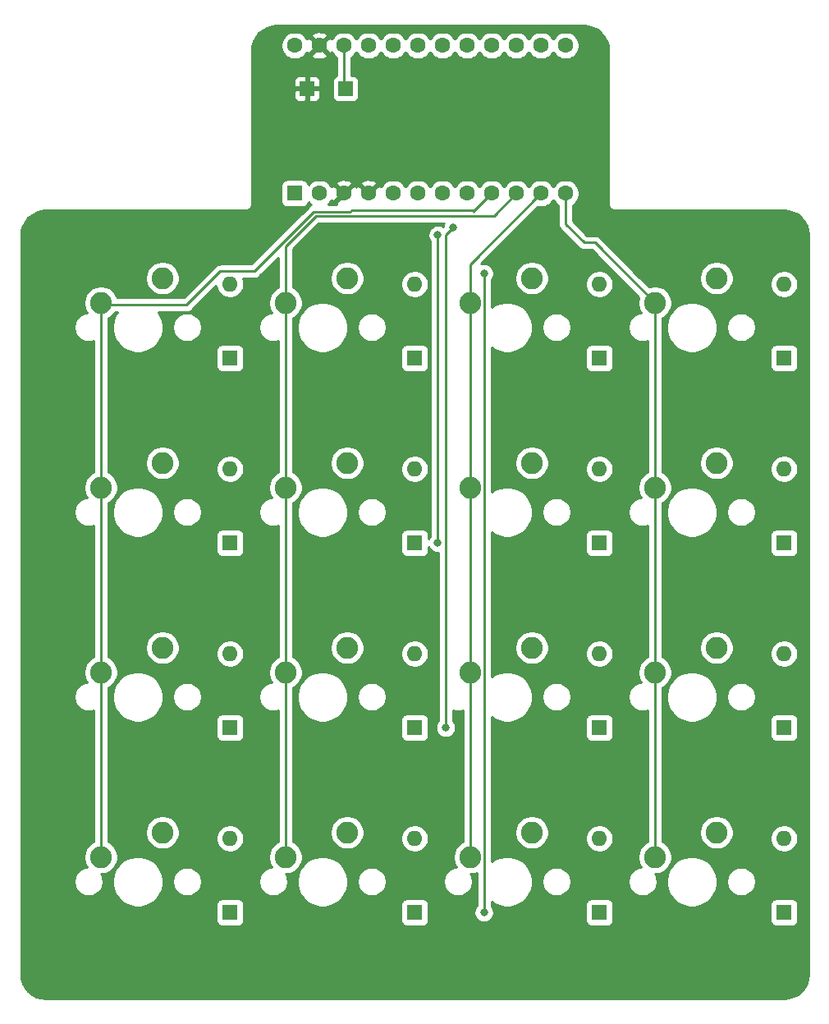
<source format=gbr>
%TF.GenerationSoftware,KiCad,Pcbnew,(5.1.6)-1*%
%TF.CreationDate,2020-06-06T20:34:11-05:00*%
%TF.ProjectId,cerkit16,6365726b-6974-4313-962e-6b696361645f,rev?*%
%TF.SameCoordinates,Original*%
%TF.FileFunction,Copper,L2,Bot*%
%TF.FilePolarity,Positive*%
%FSLAX46Y46*%
G04 Gerber Fmt 4.6, Leading zero omitted, Abs format (unit mm)*
G04 Created by KiCad (PCBNEW (5.1.6)-1) date 2020-06-06 20:34:11*
%MOMM*%
%LPD*%
G01*
G04 APERTURE LIST*
%TA.AperFunction,ComponentPad*%
%ADD10C,2.250000*%
%TD*%
%TA.AperFunction,SMDPad,CuDef*%
%ADD11R,1.500000X1.500000*%
%TD*%
%TA.AperFunction,ComponentPad*%
%ADD12C,1.600000*%
%TD*%
%TA.AperFunction,ComponentPad*%
%ADD13R,1.600000X1.600000*%
%TD*%
%TA.AperFunction,ComponentPad*%
%ADD14O,1.600000X1.600000*%
%TD*%
%TA.AperFunction,ViaPad*%
%ADD15C,0.800000*%
%TD*%
%TA.AperFunction,Conductor*%
%ADD16C,0.250000*%
%TD*%
%TA.AperFunction,Conductor*%
%ADD17C,0.254000*%
%TD*%
G04 APERTURE END LIST*
D10*
%TO.P,MX11,2*%
%TO.N,Net-(D11-Pad2)*%
X89852500Y-74295000D03*
%TO.P,MX11,1*%
%TO.N,COL2*%
X83502500Y-76835000D03*
%TD*%
D11*
%TO.P,RST2,1*%
%TO.N,RST*%
X70643750Y-16668750D03*
%TD*%
%TO.P,RST1,1*%
%TO.N,GND*%
X66675000Y-16668750D03*
%TD*%
D12*
%TO.P,U1,24*%
%TO.N,RAW*%
X65405000Y-12223750D03*
%TO.P,U1,23*%
%TO.N,GND*%
X67945000Y-12223750D03*
%TO.P,U1,22*%
%TO.N,RST*%
X70485000Y-12223750D03*
%TO.P,U1,21*%
%TO.N,VCC*%
X73025000Y-12223750D03*
%TO.P,U1,20*%
%TO.N,Net-(U1-Pad20)*%
X75565000Y-12223750D03*
%TO.P,U1,19*%
%TO.N,Net-(U1-Pad19)*%
X78105000Y-12223750D03*
%TO.P,U1,18*%
%TO.N,Net-(U1-Pad18)*%
X80645000Y-12223750D03*
%TO.P,U1,17*%
%TO.N,Net-(U1-Pad17)*%
X83185000Y-12223750D03*
%TO.P,U1,16*%
%TO.N,Net-(U1-Pad16)*%
X85725000Y-12223750D03*
%TO.P,U1,15*%
%TO.N,Net-(U1-Pad15)*%
X88265000Y-12223750D03*
%TO.P,U1,14*%
%TO.N,Net-(U1-Pad14)*%
X90805000Y-12223750D03*
%TO.P,U1,13*%
%TO.N,Net-(U1-Pad13)*%
X93345000Y-12223750D03*
%TO.P,U1,12*%
%TO.N,COL3*%
X93345000Y-27463750D03*
%TO.P,U1,11*%
%TO.N,COL2*%
X90805000Y-27463750D03*
%TO.P,U1,10*%
%TO.N,COL1*%
X88265000Y-27463750D03*
%TO.P,U1,9*%
%TO.N,COL0*%
X85725000Y-27463750D03*
%TO.P,U1,8*%
%TO.N,ROW3*%
X83185000Y-27463750D03*
%TO.P,U1,7*%
%TO.N,ROW2*%
X80645000Y-27463750D03*
%TO.P,U1,6*%
%TO.N,ROW1*%
X78105000Y-27463750D03*
%TO.P,U1,5*%
%TO.N,ROW0*%
X75565000Y-27463750D03*
%TO.P,U1,4*%
%TO.N,GND*%
X73025000Y-27463750D03*
%TO.P,U1,3*%
X70485000Y-27463750D03*
%TO.P,U1,2*%
%TO.N,Net-(U1-Pad2)*%
X67945000Y-27463750D03*
D13*
%TO.P,U1,1*%
%TO.N,Net-(U1-Pad1)*%
X65405000Y-27463750D03*
%TD*%
D10*
%TO.P,MX16,2*%
%TO.N,Net-(D16-Pad2)*%
X108902500Y-93345000D03*
%TO.P,MX16,1*%
%TO.N,COL3*%
X102552500Y-95885000D03*
%TD*%
%TO.P,MX15,2*%
%TO.N,Net-(D15-Pad2)*%
X89852500Y-93345000D03*
%TO.P,MX15,1*%
%TO.N,COL2*%
X83502500Y-95885000D03*
%TD*%
%TO.P,MX14,2*%
%TO.N,Net-(D14-Pad2)*%
X70802500Y-93345000D03*
%TO.P,MX14,1*%
%TO.N,COL1*%
X64452500Y-95885000D03*
%TD*%
%TO.P,MX13,2*%
%TO.N,Net-(D13-Pad2)*%
X51752500Y-93345000D03*
%TO.P,MX13,1*%
%TO.N,COL0*%
X45402500Y-95885000D03*
%TD*%
%TO.P,MX12,2*%
%TO.N,Net-(D12-Pad2)*%
X108902500Y-74295000D03*
%TO.P,MX12,1*%
%TO.N,COL3*%
X102552500Y-76835000D03*
%TD*%
%TO.P,MX10,2*%
%TO.N,Net-(D10-Pad2)*%
X70802500Y-74295000D03*
%TO.P,MX10,1*%
%TO.N,COL1*%
X64452500Y-76835000D03*
%TD*%
%TO.P,MX9,2*%
%TO.N,Net-(D9-Pad2)*%
X51752500Y-74295000D03*
%TO.P,MX9,1*%
%TO.N,COL0*%
X45402500Y-76835000D03*
%TD*%
%TO.P,MX8,2*%
%TO.N,Net-(D8-Pad2)*%
X108902500Y-55245000D03*
%TO.P,MX8,1*%
%TO.N,COL3*%
X102552500Y-57785000D03*
%TD*%
%TO.P,MX7,2*%
%TO.N,Net-(D7-Pad2)*%
X89852500Y-55245000D03*
%TO.P,MX7,1*%
%TO.N,COL2*%
X83502500Y-57785000D03*
%TD*%
%TO.P,MX6,2*%
%TO.N,Net-(D6-Pad2)*%
X70802500Y-55245000D03*
%TO.P,MX6,1*%
%TO.N,COL1*%
X64452500Y-57785000D03*
%TD*%
%TO.P,MX5,2*%
%TO.N,Net-(D5-Pad2)*%
X51752500Y-55245000D03*
%TO.P,MX5,1*%
%TO.N,COL0*%
X45402500Y-57785000D03*
%TD*%
%TO.P,MX4,2*%
%TO.N,Net-(D4-Pad2)*%
X108902500Y-36195000D03*
%TO.P,MX4,1*%
%TO.N,COL3*%
X102552500Y-38735000D03*
%TD*%
%TO.P,MX3,2*%
%TO.N,Net-(D3-Pad2)*%
X89852500Y-36195000D03*
%TO.P,MX3,1*%
%TO.N,COL2*%
X83502500Y-38735000D03*
%TD*%
%TO.P,MX2,2*%
%TO.N,Net-(D2-Pad2)*%
X70802500Y-36195000D03*
%TO.P,MX2,1*%
%TO.N,COL1*%
X64452500Y-38735000D03*
%TD*%
%TO.P,MX1,2*%
%TO.N,Net-(D1-Pad2)*%
X51752500Y-36195000D03*
%TO.P,MX1,1*%
%TO.N,COL0*%
X45402500Y-38735000D03*
%TD*%
D14*
%TO.P,D16,2*%
%TO.N,Net-(D16-Pad2)*%
X115887500Y-93980000D03*
D13*
%TO.P,D16,1*%
%TO.N,ROW3*%
X115887500Y-101600000D03*
%TD*%
D14*
%TO.P,D15,2*%
%TO.N,Net-(D15-Pad2)*%
X96837500Y-93980000D03*
D13*
%TO.P,D15,1*%
%TO.N,ROW3*%
X96837500Y-101600000D03*
%TD*%
D14*
%TO.P,D14,2*%
%TO.N,Net-(D14-Pad2)*%
X77787500Y-93980000D03*
D13*
%TO.P,D14,1*%
%TO.N,ROW3*%
X77787500Y-101600000D03*
%TD*%
D14*
%TO.P,D13,2*%
%TO.N,Net-(D13-Pad2)*%
X58737500Y-93980000D03*
D13*
%TO.P,D13,1*%
%TO.N,ROW3*%
X58737500Y-101600000D03*
%TD*%
D14*
%TO.P,D12,2*%
%TO.N,Net-(D12-Pad2)*%
X115887500Y-74930000D03*
D13*
%TO.P,D12,1*%
%TO.N,ROW2*%
X115887500Y-82550000D03*
%TD*%
D14*
%TO.P,D11,2*%
%TO.N,Net-(D11-Pad2)*%
X96837500Y-74930000D03*
D13*
%TO.P,D11,1*%
%TO.N,ROW2*%
X96837500Y-82550000D03*
%TD*%
D14*
%TO.P,D10,2*%
%TO.N,Net-(D10-Pad2)*%
X77787500Y-74930000D03*
D13*
%TO.P,D10,1*%
%TO.N,ROW2*%
X77787500Y-82550000D03*
%TD*%
D14*
%TO.P,D9,2*%
%TO.N,Net-(D9-Pad2)*%
X58737500Y-74930000D03*
D13*
%TO.P,D9,1*%
%TO.N,ROW2*%
X58737500Y-82550000D03*
%TD*%
D14*
%TO.P,D8,2*%
%TO.N,Net-(D8-Pad2)*%
X115887500Y-55880000D03*
D13*
%TO.P,D8,1*%
%TO.N,ROW1*%
X115887500Y-63500000D03*
%TD*%
D14*
%TO.P,D7,2*%
%TO.N,Net-(D7-Pad2)*%
X96837500Y-55880000D03*
D13*
%TO.P,D7,1*%
%TO.N,ROW1*%
X96837500Y-63500000D03*
%TD*%
D14*
%TO.P,D6,2*%
%TO.N,Net-(D6-Pad2)*%
X77787500Y-55880000D03*
D13*
%TO.P,D6,1*%
%TO.N,ROW1*%
X77787500Y-63500000D03*
%TD*%
D14*
%TO.P,D5,2*%
%TO.N,Net-(D5-Pad2)*%
X58737500Y-55880000D03*
D13*
%TO.P,D5,1*%
%TO.N,ROW1*%
X58737500Y-63500000D03*
%TD*%
D14*
%TO.P,D4,2*%
%TO.N,Net-(D4-Pad2)*%
X115887500Y-36830000D03*
D13*
%TO.P,D4,1*%
%TO.N,ROW0*%
X115887500Y-44450000D03*
%TD*%
D14*
%TO.P,D3,2*%
%TO.N,Net-(D3-Pad2)*%
X96837500Y-36830000D03*
D13*
%TO.P,D3,1*%
%TO.N,ROW0*%
X96837500Y-44450000D03*
%TD*%
D14*
%TO.P,D2,2*%
%TO.N,Net-(D2-Pad2)*%
X77787500Y-36830000D03*
D13*
%TO.P,D2,1*%
%TO.N,ROW0*%
X77787500Y-44450000D03*
%TD*%
D14*
%TO.P,D1,2*%
%TO.N,Net-(D1-Pad2)*%
X58737500Y-36830000D03*
D13*
%TO.P,D1,1*%
%TO.N,ROW0*%
X58737500Y-44450000D03*
%TD*%
D15*
%TO.N,ROW1*%
X80168750Y-31750000D03*
X80168750Y-63500000D03*
%TO.N,ROW2*%
X81756250Y-30956250D03*
X80962500Y-82550000D03*
%TO.N,ROW3*%
X84931250Y-35718750D03*
X84931250Y-101600000D03*
%TD*%
D16*
%TO.N,ROW1*%
X80168750Y-42862500D02*
X80168750Y-63500000D01*
X80168750Y-42862500D02*
X80168750Y-31750000D01*
%TO.N,ROW2*%
X80962500Y-31750000D02*
X81756250Y-30956250D01*
X80962500Y-82550000D02*
X80962500Y-31750000D01*
%TO.N,ROW3*%
X84952501Y-101578749D02*
X84931250Y-101600000D01*
X84952501Y-35740001D02*
X84952501Y-101578749D01*
X84931250Y-35718750D02*
X84952501Y-35740001D01*
%TO.N,COL0*%
X45402500Y-38735000D02*
X45402500Y-57785000D01*
X45402500Y-60831002D02*
X45402500Y-76835000D01*
X45402500Y-57785000D02*
X45402500Y-60831002D01*
X45402500Y-76835000D02*
X45402500Y-95885000D01*
X71151750Y-29337000D02*
X67377599Y-29337001D01*
X71278750Y-29210000D02*
X71151750Y-29337000D01*
X83978750Y-29210000D02*
X85725000Y-27463750D01*
X83978750Y-29210000D02*
X71278750Y-29210000D01*
X83851750Y-29337000D02*
X83978750Y-29210000D01*
X61215601Y-35498999D02*
X57723999Y-35498999D01*
X67377599Y-29337001D02*
X61215601Y-35498999D01*
X45623599Y-38956099D02*
X45402500Y-38735000D01*
X57723999Y-35498999D02*
X54266899Y-38956099D01*
X54266899Y-38956099D02*
X45623599Y-38956099D01*
%TO.N,COL1*%
X64452500Y-38735000D02*
X64452500Y-57785000D01*
X64452500Y-60831002D02*
X64452500Y-76835000D01*
X64452500Y-57785000D02*
X64452500Y-60831002D01*
X64452500Y-76835000D02*
X64452500Y-95885000D01*
X64452500Y-38735000D02*
X64452500Y-32898510D01*
X85941740Y-29787010D02*
X88265000Y-27463750D01*
X67564000Y-29787010D02*
X85941740Y-29787010D01*
X64452500Y-32898510D02*
X67564000Y-29787010D01*
%TO.N,COL2*%
X83502500Y-41781002D02*
X83502500Y-57785000D01*
X83502500Y-38735000D02*
X83502500Y-41781002D01*
X83502500Y-60831002D02*
X83502500Y-76835000D01*
X83502500Y-57785000D02*
X83502500Y-60831002D01*
X83502500Y-76835000D02*
X83502500Y-95885000D01*
X83502500Y-34766250D02*
X90805000Y-27463750D01*
X83502500Y-38735000D02*
X83502500Y-34766250D01*
%TO.N,COL3*%
X102552500Y-38735000D02*
X102552500Y-57785000D01*
X102552500Y-60831002D02*
X102552500Y-76835000D01*
X102552500Y-57785000D02*
X102552500Y-60831002D01*
X102552500Y-76835000D02*
X102552500Y-95885000D01*
X93345000Y-27463750D02*
X93345000Y-30638750D01*
X93345000Y-30638750D02*
X95250000Y-32543750D01*
X96361250Y-32543750D02*
X102552500Y-38735000D01*
X95250000Y-32543750D02*
X96361250Y-32543750D01*
%TO.N,RST*%
X70485000Y-16510000D02*
X70643750Y-16668750D01*
X70485000Y-12223750D02*
X70485000Y-16510000D01*
%TD*%
D17*
%TO.N,GND*%
G36*
X95737884Y-10236002D02*
G01*
X96207188Y-10377694D01*
X96640025Y-10607837D01*
X97019927Y-10917678D01*
X97332403Y-11295397D01*
X97565569Y-11726627D01*
X97710532Y-12194928D01*
X97765001Y-12713163D01*
X97765000Y-28542581D01*
X97761807Y-28575000D01*
X97774550Y-28704383D01*
X97812290Y-28828793D01*
X97873575Y-28943450D01*
X97942151Y-29027010D01*
X97956052Y-29043948D01*
X98056550Y-29126425D01*
X98171207Y-29187710D01*
X98295617Y-29225450D01*
X98425000Y-29238193D01*
X98457419Y-29235000D01*
X115855222Y-29235000D01*
X116375384Y-29286002D01*
X116844688Y-29427694D01*
X117277525Y-29657837D01*
X117657427Y-29967678D01*
X117969903Y-30345397D01*
X118203069Y-30776627D01*
X118348032Y-31244928D01*
X118402500Y-31763153D01*
X118402501Y-107917712D01*
X118351498Y-108437883D01*
X118209807Y-108907186D01*
X117979661Y-109340028D01*
X117669823Y-109719927D01*
X117292100Y-110032406D01*
X116860873Y-110265569D01*
X116392573Y-110410532D01*
X115874347Y-110465000D01*
X39719778Y-110465000D01*
X39199617Y-110413998D01*
X38730314Y-110272307D01*
X38297472Y-110042161D01*
X37917573Y-109732323D01*
X37605094Y-109354600D01*
X37371931Y-108923373D01*
X37226968Y-108455073D01*
X37172500Y-107936847D01*
X37172500Y-41126278D01*
X42622500Y-41126278D01*
X42622500Y-41423722D01*
X42680529Y-41715451D01*
X42794356Y-41990253D01*
X42959607Y-42237569D01*
X43169931Y-42447893D01*
X43417247Y-42613144D01*
X43692049Y-42726971D01*
X43983778Y-42785000D01*
X44281222Y-42785000D01*
X44572951Y-42726971D01*
X44642500Y-42698163D01*
X44642501Y-56194791D01*
X44568827Y-56225308D01*
X44280565Y-56417919D01*
X44035419Y-56663065D01*
X43842808Y-56951327D01*
X43710136Y-57271627D01*
X43642500Y-57611655D01*
X43642500Y-57958345D01*
X43710136Y-58298373D01*
X43842808Y-58618673D01*
X43975138Y-58816719D01*
X43692049Y-58873029D01*
X43417247Y-58986856D01*
X43169931Y-59152107D01*
X42959607Y-59362431D01*
X42794356Y-59609747D01*
X42680529Y-59884549D01*
X42622500Y-60176278D01*
X42622500Y-60473722D01*
X42680529Y-60765451D01*
X42794356Y-61040253D01*
X42959607Y-61287569D01*
X43169931Y-61497893D01*
X43417247Y-61663144D01*
X43692049Y-61776971D01*
X43983778Y-61835000D01*
X44281222Y-61835000D01*
X44572951Y-61776971D01*
X44642500Y-61748163D01*
X44642501Y-75244791D01*
X44568827Y-75275308D01*
X44280565Y-75467919D01*
X44035419Y-75713065D01*
X43842808Y-76001327D01*
X43710136Y-76321627D01*
X43642500Y-76661655D01*
X43642500Y-77008345D01*
X43710136Y-77348373D01*
X43842808Y-77668673D01*
X43975138Y-77866719D01*
X43692049Y-77923029D01*
X43417247Y-78036856D01*
X43169931Y-78202107D01*
X42959607Y-78412431D01*
X42794356Y-78659747D01*
X42680529Y-78934549D01*
X42622500Y-79226278D01*
X42622500Y-79523722D01*
X42680529Y-79815451D01*
X42794356Y-80090253D01*
X42959607Y-80337569D01*
X43169931Y-80547893D01*
X43417247Y-80713144D01*
X43692049Y-80826971D01*
X43983778Y-80885000D01*
X44281222Y-80885000D01*
X44572951Y-80826971D01*
X44642500Y-80798163D01*
X44642501Y-94294791D01*
X44568827Y-94325308D01*
X44280565Y-94517919D01*
X44035419Y-94763065D01*
X43842808Y-95051327D01*
X43710136Y-95371627D01*
X43642500Y-95711655D01*
X43642500Y-96058345D01*
X43710136Y-96398373D01*
X43842808Y-96718673D01*
X43975138Y-96916719D01*
X43692049Y-96973029D01*
X43417247Y-97086856D01*
X43169931Y-97252107D01*
X42959607Y-97462431D01*
X42794356Y-97709747D01*
X42680529Y-97984549D01*
X42622500Y-98276278D01*
X42622500Y-98573722D01*
X42680529Y-98865451D01*
X42794356Y-99140253D01*
X42959607Y-99387569D01*
X43169931Y-99597893D01*
X43417247Y-99763144D01*
X43692049Y-99876971D01*
X43983778Y-99935000D01*
X44281222Y-99935000D01*
X44572951Y-99876971D01*
X44847753Y-99763144D01*
X45095069Y-99597893D01*
X45305393Y-99387569D01*
X45470644Y-99140253D01*
X45584471Y-98865451D01*
X45642500Y-98573722D01*
X45642500Y-98276278D01*
X45620580Y-98166076D01*
X46583600Y-98166076D01*
X46583600Y-98683924D01*
X46684627Y-99191822D01*
X46882799Y-99670251D01*
X47170500Y-100100826D01*
X47536674Y-100467000D01*
X47967249Y-100754701D01*
X48445678Y-100952873D01*
X48953576Y-101053900D01*
X49471424Y-101053900D01*
X49979322Y-100952873D01*
X50348389Y-100800000D01*
X57299428Y-100800000D01*
X57299428Y-102400000D01*
X57311688Y-102524482D01*
X57347998Y-102644180D01*
X57406963Y-102754494D01*
X57486315Y-102851185D01*
X57583006Y-102930537D01*
X57693320Y-102989502D01*
X57813018Y-103025812D01*
X57937500Y-103038072D01*
X59537500Y-103038072D01*
X59661982Y-103025812D01*
X59781680Y-102989502D01*
X59891994Y-102930537D01*
X59988685Y-102851185D01*
X60068037Y-102754494D01*
X60127002Y-102644180D01*
X60163312Y-102524482D01*
X60175572Y-102400000D01*
X60175572Y-100800000D01*
X60163312Y-100675518D01*
X60127002Y-100555820D01*
X60068037Y-100445506D01*
X59988685Y-100348815D01*
X59891994Y-100269463D01*
X59781680Y-100210498D01*
X59661982Y-100174188D01*
X59537500Y-100161928D01*
X57937500Y-100161928D01*
X57813018Y-100174188D01*
X57693320Y-100210498D01*
X57583006Y-100269463D01*
X57486315Y-100348815D01*
X57406963Y-100445506D01*
X57347998Y-100555820D01*
X57311688Y-100675518D01*
X57299428Y-100800000D01*
X50348389Y-100800000D01*
X50457751Y-100754701D01*
X50888326Y-100467000D01*
X51254500Y-100100826D01*
X51542201Y-99670251D01*
X51740373Y-99191822D01*
X51841400Y-98683924D01*
X51841400Y-98276278D01*
X52782500Y-98276278D01*
X52782500Y-98573722D01*
X52840529Y-98865451D01*
X52954356Y-99140253D01*
X53119607Y-99387569D01*
X53329931Y-99597893D01*
X53577247Y-99763144D01*
X53852049Y-99876971D01*
X54143778Y-99935000D01*
X54441222Y-99935000D01*
X54732951Y-99876971D01*
X55007753Y-99763144D01*
X55255069Y-99597893D01*
X55465393Y-99387569D01*
X55630644Y-99140253D01*
X55744471Y-98865451D01*
X55802500Y-98573722D01*
X55802500Y-98276278D01*
X55744471Y-97984549D01*
X55630644Y-97709747D01*
X55465393Y-97462431D01*
X55255069Y-97252107D01*
X55007753Y-97086856D01*
X54732951Y-96973029D01*
X54441222Y-96915000D01*
X54143778Y-96915000D01*
X53852049Y-96973029D01*
X53577247Y-97086856D01*
X53329931Y-97252107D01*
X53119607Y-97462431D01*
X52954356Y-97709747D01*
X52840529Y-97984549D01*
X52782500Y-98276278D01*
X51841400Y-98276278D01*
X51841400Y-98166076D01*
X51740373Y-97658178D01*
X51542201Y-97179749D01*
X51254500Y-96749174D01*
X50888326Y-96383000D01*
X50457751Y-96095299D01*
X49979322Y-95897127D01*
X49471424Y-95796100D01*
X48953576Y-95796100D01*
X48445678Y-95897127D01*
X47967249Y-96095299D01*
X47536674Y-96383000D01*
X47170500Y-96749174D01*
X46882799Y-97179749D01*
X46684627Y-97658178D01*
X46583600Y-98166076D01*
X45620580Y-98166076D01*
X45584471Y-97984549D01*
X45470644Y-97709747D01*
X45427382Y-97645000D01*
X45575845Y-97645000D01*
X45915873Y-97577364D01*
X46236173Y-97444692D01*
X46524435Y-97252081D01*
X46769581Y-97006935D01*
X46962192Y-96718673D01*
X47094864Y-96398373D01*
X47162500Y-96058345D01*
X47162500Y-95711655D01*
X47094864Y-95371627D01*
X46962192Y-95051327D01*
X46769581Y-94763065D01*
X46524435Y-94517919D01*
X46236173Y-94325308D01*
X46162500Y-94294792D01*
X46162500Y-93171655D01*
X49992500Y-93171655D01*
X49992500Y-93518345D01*
X50060136Y-93858373D01*
X50192808Y-94178673D01*
X50385419Y-94466935D01*
X50630565Y-94712081D01*
X50918827Y-94904692D01*
X51239127Y-95037364D01*
X51579155Y-95105000D01*
X51925845Y-95105000D01*
X52265873Y-95037364D01*
X52586173Y-94904692D01*
X52874435Y-94712081D01*
X53119581Y-94466935D01*
X53312192Y-94178673D01*
X53444864Y-93858373D01*
X53448784Y-93838665D01*
X57302500Y-93838665D01*
X57302500Y-94121335D01*
X57357647Y-94398574D01*
X57465820Y-94659727D01*
X57622863Y-94894759D01*
X57822741Y-95094637D01*
X58057773Y-95251680D01*
X58318926Y-95359853D01*
X58596165Y-95415000D01*
X58878835Y-95415000D01*
X59156074Y-95359853D01*
X59417227Y-95251680D01*
X59652259Y-95094637D01*
X59852137Y-94894759D01*
X60009180Y-94659727D01*
X60117353Y-94398574D01*
X60172500Y-94121335D01*
X60172500Y-93838665D01*
X60117353Y-93561426D01*
X60009180Y-93300273D01*
X59852137Y-93065241D01*
X59652259Y-92865363D01*
X59417227Y-92708320D01*
X59156074Y-92600147D01*
X58878835Y-92545000D01*
X58596165Y-92545000D01*
X58318926Y-92600147D01*
X58057773Y-92708320D01*
X57822741Y-92865363D01*
X57622863Y-93065241D01*
X57465820Y-93300273D01*
X57357647Y-93561426D01*
X57302500Y-93838665D01*
X53448784Y-93838665D01*
X53512500Y-93518345D01*
X53512500Y-93171655D01*
X53444864Y-92831627D01*
X53312192Y-92511327D01*
X53119581Y-92223065D01*
X52874435Y-91977919D01*
X52586173Y-91785308D01*
X52265873Y-91652636D01*
X51925845Y-91585000D01*
X51579155Y-91585000D01*
X51239127Y-91652636D01*
X50918827Y-91785308D01*
X50630565Y-91977919D01*
X50385419Y-92223065D01*
X50192808Y-92511327D01*
X50060136Y-92831627D01*
X49992500Y-93171655D01*
X46162500Y-93171655D01*
X46162500Y-79116076D01*
X46583600Y-79116076D01*
X46583600Y-79633924D01*
X46684627Y-80141822D01*
X46882799Y-80620251D01*
X47170500Y-81050826D01*
X47536674Y-81417000D01*
X47967249Y-81704701D01*
X48445678Y-81902873D01*
X48953576Y-82003900D01*
X49471424Y-82003900D01*
X49979322Y-81902873D01*
X50348389Y-81750000D01*
X57299428Y-81750000D01*
X57299428Y-83350000D01*
X57311688Y-83474482D01*
X57347998Y-83594180D01*
X57406963Y-83704494D01*
X57486315Y-83801185D01*
X57583006Y-83880537D01*
X57693320Y-83939502D01*
X57813018Y-83975812D01*
X57937500Y-83988072D01*
X59537500Y-83988072D01*
X59661982Y-83975812D01*
X59781680Y-83939502D01*
X59891994Y-83880537D01*
X59988685Y-83801185D01*
X60068037Y-83704494D01*
X60127002Y-83594180D01*
X60163312Y-83474482D01*
X60175572Y-83350000D01*
X60175572Y-81750000D01*
X60163312Y-81625518D01*
X60127002Y-81505820D01*
X60068037Y-81395506D01*
X59988685Y-81298815D01*
X59891994Y-81219463D01*
X59781680Y-81160498D01*
X59661982Y-81124188D01*
X59537500Y-81111928D01*
X57937500Y-81111928D01*
X57813018Y-81124188D01*
X57693320Y-81160498D01*
X57583006Y-81219463D01*
X57486315Y-81298815D01*
X57406963Y-81395506D01*
X57347998Y-81505820D01*
X57311688Y-81625518D01*
X57299428Y-81750000D01*
X50348389Y-81750000D01*
X50457751Y-81704701D01*
X50888326Y-81417000D01*
X51254500Y-81050826D01*
X51542201Y-80620251D01*
X51740373Y-80141822D01*
X51841400Y-79633924D01*
X51841400Y-79226278D01*
X52782500Y-79226278D01*
X52782500Y-79523722D01*
X52840529Y-79815451D01*
X52954356Y-80090253D01*
X53119607Y-80337569D01*
X53329931Y-80547893D01*
X53577247Y-80713144D01*
X53852049Y-80826971D01*
X54143778Y-80885000D01*
X54441222Y-80885000D01*
X54732951Y-80826971D01*
X55007753Y-80713144D01*
X55255069Y-80547893D01*
X55465393Y-80337569D01*
X55630644Y-80090253D01*
X55744471Y-79815451D01*
X55802500Y-79523722D01*
X55802500Y-79226278D01*
X55744471Y-78934549D01*
X55630644Y-78659747D01*
X55465393Y-78412431D01*
X55255069Y-78202107D01*
X55007753Y-78036856D01*
X54732951Y-77923029D01*
X54441222Y-77865000D01*
X54143778Y-77865000D01*
X53852049Y-77923029D01*
X53577247Y-78036856D01*
X53329931Y-78202107D01*
X53119607Y-78412431D01*
X52954356Y-78659747D01*
X52840529Y-78934549D01*
X52782500Y-79226278D01*
X51841400Y-79226278D01*
X51841400Y-79116076D01*
X51740373Y-78608178D01*
X51542201Y-78129749D01*
X51254500Y-77699174D01*
X50888326Y-77333000D01*
X50457751Y-77045299D01*
X49979322Y-76847127D01*
X49471424Y-76746100D01*
X48953576Y-76746100D01*
X48445678Y-76847127D01*
X47967249Y-77045299D01*
X47536674Y-77333000D01*
X47170500Y-77699174D01*
X46882799Y-78129749D01*
X46684627Y-78608178D01*
X46583600Y-79116076D01*
X46162500Y-79116076D01*
X46162500Y-78425208D01*
X46236173Y-78394692D01*
X46524435Y-78202081D01*
X46769581Y-77956935D01*
X46962192Y-77668673D01*
X47094864Y-77348373D01*
X47162500Y-77008345D01*
X47162500Y-76661655D01*
X47094864Y-76321627D01*
X46962192Y-76001327D01*
X46769581Y-75713065D01*
X46524435Y-75467919D01*
X46236173Y-75275308D01*
X46162500Y-75244792D01*
X46162500Y-74121655D01*
X49992500Y-74121655D01*
X49992500Y-74468345D01*
X50060136Y-74808373D01*
X50192808Y-75128673D01*
X50385419Y-75416935D01*
X50630565Y-75662081D01*
X50918827Y-75854692D01*
X51239127Y-75987364D01*
X51579155Y-76055000D01*
X51925845Y-76055000D01*
X52265873Y-75987364D01*
X52586173Y-75854692D01*
X52874435Y-75662081D01*
X53119581Y-75416935D01*
X53312192Y-75128673D01*
X53444864Y-74808373D01*
X53448784Y-74788665D01*
X57302500Y-74788665D01*
X57302500Y-75071335D01*
X57357647Y-75348574D01*
X57465820Y-75609727D01*
X57622863Y-75844759D01*
X57822741Y-76044637D01*
X58057773Y-76201680D01*
X58318926Y-76309853D01*
X58596165Y-76365000D01*
X58878835Y-76365000D01*
X59156074Y-76309853D01*
X59417227Y-76201680D01*
X59652259Y-76044637D01*
X59852137Y-75844759D01*
X60009180Y-75609727D01*
X60117353Y-75348574D01*
X60172500Y-75071335D01*
X60172500Y-74788665D01*
X60117353Y-74511426D01*
X60009180Y-74250273D01*
X59852137Y-74015241D01*
X59652259Y-73815363D01*
X59417227Y-73658320D01*
X59156074Y-73550147D01*
X58878835Y-73495000D01*
X58596165Y-73495000D01*
X58318926Y-73550147D01*
X58057773Y-73658320D01*
X57822741Y-73815363D01*
X57622863Y-74015241D01*
X57465820Y-74250273D01*
X57357647Y-74511426D01*
X57302500Y-74788665D01*
X53448784Y-74788665D01*
X53512500Y-74468345D01*
X53512500Y-74121655D01*
X53444864Y-73781627D01*
X53312192Y-73461327D01*
X53119581Y-73173065D01*
X52874435Y-72927919D01*
X52586173Y-72735308D01*
X52265873Y-72602636D01*
X51925845Y-72535000D01*
X51579155Y-72535000D01*
X51239127Y-72602636D01*
X50918827Y-72735308D01*
X50630565Y-72927919D01*
X50385419Y-73173065D01*
X50192808Y-73461327D01*
X50060136Y-73781627D01*
X49992500Y-74121655D01*
X46162500Y-74121655D01*
X46162500Y-60066076D01*
X46583600Y-60066076D01*
X46583600Y-60583924D01*
X46684627Y-61091822D01*
X46882799Y-61570251D01*
X47170500Y-62000826D01*
X47536674Y-62367000D01*
X47967249Y-62654701D01*
X48445678Y-62852873D01*
X48953576Y-62953900D01*
X49471424Y-62953900D01*
X49979322Y-62852873D01*
X50348389Y-62700000D01*
X57299428Y-62700000D01*
X57299428Y-64300000D01*
X57311688Y-64424482D01*
X57347998Y-64544180D01*
X57406963Y-64654494D01*
X57486315Y-64751185D01*
X57583006Y-64830537D01*
X57693320Y-64889502D01*
X57813018Y-64925812D01*
X57937500Y-64938072D01*
X59537500Y-64938072D01*
X59661982Y-64925812D01*
X59781680Y-64889502D01*
X59891994Y-64830537D01*
X59988685Y-64751185D01*
X60068037Y-64654494D01*
X60127002Y-64544180D01*
X60163312Y-64424482D01*
X60175572Y-64300000D01*
X60175572Y-62700000D01*
X60163312Y-62575518D01*
X60127002Y-62455820D01*
X60068037Y-62345506D01*
X59988685Y-62248815D01*
X59891994Y-62169463D01*
X59781680Y-62110498D01*
X59661982Y-62074188D01*
X59537500Y-62061928D01*
X57937500Y-62061928D01*
X57813018Y-62074188D01*
X57693320Y-62110498D01*
X57583006Y-62169463D01*
X57486315Y-62248815D01*
X57406963Y-62345506D01*
X57347998Y-62455820D01*
X57311688Y-62575518D01*
X57299428Y-62700000D01*
X50348389Y-62700000D01*
X50457751Y-62654701D01*
X50888326Y-62367000D01*
X51254500Y-62000826D01*
X51542201Y-61570251D01*
X51740373Y-61091822D01*
X51841400Y-60583924D01*
X51841400Y-60176278D01*
X52782500Y-60176278D01*
X52782500Y-60473722D01*
X52840529Y-60765451D01*
X52954356Y-61040253D01*
X53119607Y-61287569D01*
X53329931Y-61497893D01*
X53577247Y-61663144D01*
X53852049Y-61776971D01*
X54143778Y-61835000D01*
X54441222Y-61835000D01*
X54732951Y-61776971D01*
X55007753Y-61663144D01*
X55255069Y-61497893D01*
X55465393Y-61287569D01*
X55630644Y-61040253D01*
X55744471Y-60765451D01*
X55802500Y-60473722D01*
X55802500Y-60176278D01*
X55744471Y-59884549D01*
X55630644Y-59609747D01*
X55465393Y-59362431D01*
X55255069Y-59152107D01*
X55007753Y-58986856D01*
X54732951Y-58873029D01*
X54441222Y-58815000D01*
X54143778Y-58815000D01*
X53852049Y-58873029D01*
X53577247Y-58986856D01*
X53329931Y-59152107D01*
X53119607Y-59362431D01*
X52954356Y-59609747D01*
X52840529Y-59884549D01*
X52782500Y-60176278D01*
X51841400Y-60176278D01*
X51841400Y-60066076D01*
X51740373Y-59558178D01*
X51542201Y-59079749D01*
X51254500Y-58649174D01*
X50888326Y-58283000D01*
X50457751Y-57995299D01*
X49979322Y-57797127D01*
X49471424Y-57696100D01*
X48953576Y-57696100D01*
X48445678Y-57797127D01*
X47967249Y-57995299D01*
X47536674Y-58283000D01*
X47170500Y-58649174D01*
X46882799Y-59079749D01*
X46684627Y-59558178D01*
X46583600Y-60066076D01*
X46162500Y-60066076D01*
X46162500Y-59375208D01*
X46236173Y-59344692D01*
X46524435Y-59152081D01*
X46769581Y-58906935D01*
X46962192Y-58618673D01*
X47094864Y-58298373D01*
X47162500Y-57958345D01*
X47162500Y-57611655D01*
X47094864Y-57271627D01*
X46962192Y-56951327D01*
X46769581Y-56663065D01*
X46524435Y-56417919D01*
X46236173Y-56225308D01*
X46162500Y-56194792D01*
X46162500Y-55071655D01*
X49992500Y-55071655D01*
X49992500Y-55418345D01*
X50060136Y-55758373D01*
X50192808Y-56078673D01*
X50385419Y-56366935D01*
X50630565Y-56612081D01*
X50918827Y-56804692D01*
X51239127Y-56937364D01*
X51579155Y-57005000D01*
X51925845Y-57005000D01*
X52265873Y-56937364D01*
X52586173Y-56804692D01*
X52874435Y-56612081D01*
X53119581Y-56366935D01*
X53312192Y-56078673D01*
X53444864Y-55758373D01*
X53448784Y-55738665D01*
X57302500Y-55738665D01*
X57302500Y-56021335D01*
X57357647Y-56298574D01*
X57465820Y-56559727D01*
X57622863Y-56794759D01*
X57822741Y-56994637D01*
X58057773Y-57151680D01*
X58318926Y-57259853D01*
X58596165Y-57315000D01*
X58878835Y-57315000D01*
X59156074Y-57259853D01*
X59417227Y-57151680D01*
X59652259Y-56994637D01*
X59852137Y-56794759D01*
X60009180Y-56559727D01*
X60117353Y-56298574D01*
X60172500Y-56021335D01*
X60172500Y-55738665D01*
X60117353Y-55461426D01*
X60009180Y-55200273D01*
X59852137Y-54965241D01*
X59652259Y-54765363D01*
X59417227Y-54608320D01*
X59156074Y-54500147D01*
X58878835Y-54445000D01*
X58596165Y-54445000D01*
X58318926Y-54500147D01*
X58057773Y-54608320D01*
X57822741Y-54765363D01*
X57622863Y-54965241D01*
X57465820Y-55200273D01*
X57357647Y-55461426D01*
X57302500Y-55738665D01*
X53448784Y-55738665D01*
X53512500Y-55418345D01*
X53512500Y-55071655D01*
X53444864Y-54731627D01*
X53312192Y-54411327D01*
X53119581Y-54123065D01*
X52874435Y-53877919D01*
X52586173Y-53685308D01*
X52265873Y-53552636D01*
X51925845Y-53485000D01*
X51579155Y-53485000D01*
X51239127Y-53552636D01*
X50918827Y-53685308D01*
X50630565Y-53877919D01*
X50385419Y-54123065D01*
X50192808Y-54411327D01*
X50060136Y-54731627D01*
X49992500Y-55071655D01*
X46162500Y-55071655D01*
X46162500Y-40325208D01*
X46236173Y-40294692D01*
X46524435Y-40102081D01*
X46769581Y-39856935D01*
X46863685Y-39716099D01*
X47092373Y-39716099D01*
X46882799Y-40029749D01*
X46684627Y-40508178D01*
X46583600Y-41016076D01*
X46583600Y-41533924D01*
X46684627Y-42041822D01*
X46882799Y-42520251D01*
X47170500Y-42950826D01*
X47536674Y-43317000D01*
X47967249Y-43604701D01*
X48445678Y-43802873D01*
X48953576Y-43903900D01*
X49471424Y-43903900D01*
X49979322Y-43802873D01*
X50348389Y-43650000D01*
X57299428Y-43650000D01*
X57299428Y-45250000D01*
X57311688Y-45374482D01*
X57347998Y-45494180D01*
X57406963Y-45604494D01*
X57486315Y-45701185D01*
X57583006Y-45780537D01*
X57693320Y-45839502D01*
X57813018Y-45875812D01*
X57937500Y-45888072D01*
X59537500Y-45888072D01*
X59661982Y-45875812D01*
X59781680Y-45839502D01*
X59891994Y-45780537D01*
X59988685Y-45701185D01*
X60068037Y-45604494D01*
X60127002Y-45494180D01*
X60163312Y-45374482D01*
X60175572Y-45250000D01*
X60175572Y-43650000D01*
X60163312Y-43525518D01*
X60127002Y-43405820D01*
X60068037Y-43295506D01*
X59988685Y-43198815D01*
X59891994Y-43119463D01*
X59781680Y-43060498D01*
X59661982Y-43024188D01*
X59537500Y-43011928D01*
X57937500Y-43011928D01*
X57813018Y-43024188D01*
X57693320Y-43060498D01*
X57583006Y-43119463D01*
X57486315Y-43198815D01*
X57406963Y-43295506D01*
X57347998Y-43405820D01*
X57311688Y-43525518D01*
X57299428Y-43650000D01*
X50348389Y-43650000D01*
X50457751Y-43604701D01*
X50888326Y-43317000D01*
X51254500Y-42950826D01*
X51542201Y-42520251D01*
X51740373Y-42041822D01*
X51841400Y-41533924D01*
X51841400Y-41126278D01*
X52782500Y-41126278D01*
X52782500Y-41423722D01*
X52840529Y-41715451D01*
X52954356Y-41990253D01*
X53119607Y-42237569D01*
X53329931Y-42447893D01*
X53577247Y-42613144D01*
X53852049Y-42726971D01*
X54143778Y-42785000D01*
X54441222Y-42785000D01*
X54732951Y-42726971D01*
X55007753Y-42613144D01*
X55255069Y-42447893D01*
X55465393Y-42237569D01*
X55630644Y-41990253D01*
X55744471Y-41715451D01*
X55802500Y-41423722D01*
X55802500Y-41126278D01*
X55744471Y-40834549D01*
X55630644Y-40559747D01*
X55465393Y-40312431D01*
X55255069Y-40102107D01*
X55007753Y-39936856D01*
X54732951Y-39823029D01*
X54441222Y-39765000D01*
X54143778Y-39765000D01*
X53852049Y-39823029D01*
X53577247Y-39936856D01*
X53329931Y-40102107D01*
X53119607Y-40312431D01*
X52954356Y-40559747D01*
X52840529Y-40834549D01*
X52782500Y-41126278D01*
X51841400Y-41126278D01*
X51841400Y-41016076D01*
X51740373Y-40508178D01*
X51542201Y-40029749D01*
X51332627Y-39716099D01*
X54229577Y-39716099D01*
X54266899Y-39719775D01*
X54304221Y-39716099D01*
X54304232Y-39716099D01*
X54415885Y-39705102D01*
X54559146Y-39661645D01*
X54691175Y-39591073D01*
X54806900Y-39496100D01*
X54830703Y-39467096D01*
X57306476Y-36991324D01*
X57357647Y-37248574D01*
X57465820Y-37509727D01*
X57622863Y-37744759D01*
X57822741Y-37944637D01*
X58057773Y-38101680D01*
X58318926Y-38209853D01*
X58596165Y-38265000D01*
X58878835Y-38265000D01*
X59156074Y-38209853D01*
X59417227Y-38101680D01*
X59652259Y-37944637D01*
X59852137Y-37744759D01*
X60009180Y-37509727D01*
X60117353Y-37248574D01*
X60172500Y-36971335D01*
X60172500Y-36688665D01*
X60117353Y-36411426D01*
X60054216Y-36258999D01*
X61178279Y-36258999D01*
X61215601Y-36262675D01*
X61252923Y-36258999D01*
X61252934Y-36258999D01*
X61364587Y-36248002D01*
X61507848Y-36204545D01*
X61639877Y-36133973D01*
X61755602Y-36039000D01*
X61779405Y-36009996D01*
X63692501Y-34096901D01*
X63692500Y-37144792D01*
X63618827Y-37175308D01*
X63330565Y-37367919D01*
X63085419Y-37613065D01*
X62892808Y-37901327D01*
X62760136Y-38221627D01*
X62692500Y-38561655D01*
X62692500Y-38908345D01*
X62760136Y-39248373D01*
X62892808Y-39568673D01*
X63025138Y-39766719D01*
X62742049Y-39823029D01*
X62467247Y-39936856D01*
X62219931Y-40102107D01*
X62009607Y-40312431D01*
X61844356Y-40559747D01*
X61730529Y-40834549D01*
X61672500Y-41126278D01*
X61672500Y-41423722D01*
X61730529Y-41715451D01*
X61844356Y-41990253D01*
X62009607Y-42237569D01*
X62219931Y-42447893D01*
X62467247Y-42613144D01*
X62742049Y-42726971D01*
X63033778Y-42785000D01*
X63331222Y-42785000D01*
X63622951Y-42726971D01*
X63692500Y-42698163D01*
X63692501Y-56194791D01*
X63618827Y-56225308D01*
X63330565Y-56417919D01*
X63085419Y-56663065D01*
X62892808Y-56951327D01*
X62760136Y-57271627D01*
X62692500Y-57611655D01*
X62692500Y-57958345D01*
X62760136Y-58298373D01*
X62892808Y-58618673D01*
X63025138Y-58816719D01*
X62742049Y-58873029D01*
X62467247Y-58986856D01*
X62219931Y-59152107D01*
X62009607Y-59362431D01*
X61844356Y-59609747D01*
X61730529Y-59884549D01*
X61672500Y-60176278D01*
X61672500Y-60473722D01*
X61730529Y-60765451D01*
X61844356Y-61040253D01*
X62009607Y-61287569D01*
X62219931Y-61497893D01*
X62467247Y-61663144D01*
X62742049Y-61776971D01*
X63033778Y-61835000D01*
X63331222Y-61835000D01*
X63622951Y-61776971D01*
X63692500Y-61748163D01*
X63692501Y-75244791D01*
X63618827Y-75275308D01*
X63330565Y-75467919D01*
X63085419Y-75713065D01*
X62892808Y-76001327D01*
X62760136Y-76321627D01*
X62692500Y-76661655D01*
X62692500Y-77008345D01*
X62760136Y-77348373D01*
X62892808Y-77668673D01*
X63025138Y-77866719D01*
X62742049Y-77923029D01*
X62467247Y-78036856D01*
X62219931Y-78202107D01*
X62009607Y-78412431D01*
X61844356Y-78659747D01*
X61730529Y-78934549D01*
X61672500Y-79226278D01*
X61672500Y-79523722D01*
X61730529Y-79815451D01*
X61844356Y-80090253D01*
X62009607Y-80337569D01*
X62219931Y-80547893D01*
X62467247Y-80713144D01*
X62742049Y-80826971D01*
X63033778Y-80885000D01*
X63331222Y-80885000D01*
X63622951Y-80826971D01*
X63692500Y-80798163D01*
X63692501Y-94294791D01*
X63618827Y-94325308D01*
X63330565Y-94517919D01*
X63085419Y-94763065D01*
X62892808Y-95051327D01*
X62760136Y-95371627D01*
X62692500Y-95711655D01*
X62692500Y-96058345D01*
X62760136Y-96398373D01*
X62892808Y-96718673D01*
X63025138Y-96916719D01*
X62742049Y-96973029D01*
X62467247Y-97086856D01*
X62219931Y-97252107D01*
X62009607Y-97462431D01*
X61844356Y-97709747D01*
X61730529Y-97984549D01*
X61672500Y-98276278D01*
X61672500Y-98573722D01*
X61730529Y-98865451D01*
X61844356Y-99140253D01*
X62009607Y-99387569D01*
X62219931Y-99597893D01*
X62467247Y-99763144D01*
X62742049Y-99876971D01*
X63033778Y-99935000D01*
X63331222Y-99935000D01*
X63622951Y-99876971D01*
X63897753Y-99763144D01*
X64145069Y-99597893D01*
X64355393Y-99387569D01*
X64520644Y-99140253D01*
X64634471Y-98865451D01*
X64692500Y-98573722D01*
X64692500Y-98276278D01*
X64670580Y-98166076D01*
X65633600Y-98166076D01*
X65633600Y-98683924D01*
X65734627Y-99191822D01*
X65932799Y-99670251D01*
X66220500Y-100100826D01*
X66586674Y-100467000D01*
X67017249Y-100754701D01*
X67495678Y-100952873D01*
X68003576Y-101053900D01*
X68521424Y-101053900D01*
X69029322Y-100952873D01*
X69398389Y-100800000D01*
X76349428Y-100800000D01*
X76349428Y-102400000D01*
X76361688Y-102524482D01*
X76397998Y-102644180D01*
X76456963Y-102754494D01*
X76536315Y-102851185D01*
X76633006Y-102930537D01*
X76743320Y-102989502D01*
X76863018Y-103025812D01*
X76987500Y-103038072D01*
X78587500Y-103038072D01*
X78711982Y-103025812D01*
X78831680Y-102989502D01*
X78941994Y-102930537D01*
X79038685Y-102851185D01*
X79118037Y-102754494D01*
X79177002Y-102644180D01*
X79213312Y-102524482D01*
X79225572Y-102400000D01*
X79225572Y-100800000D01*
X79213312Y-100675518D01*
X79177002Y-100555820D01*
X79118037Y-100445506D01*
X79038685Y-100348815D01*
X78941994Y-100269463D01*
X78831680Y-100210498D01*
X78711982Y-100174188D01*
X78587500Y-100161928D01*
X76987500Y-100161928D01*
X76863018Y-100174188D01*
X76743320Y-100210498D01*
X76633006Y-100269463D01*
X76536315Y-100348815D01*
X76456963Y-100445506D01*
X76397998Y-100555820D01*
X76361688Y-100675518D01*
X76349428Y-100800000D01*
X69398389Y-100800000D01*
X69507751Y-100754701D01*
X69938326Y-100467000D01*
X70304500Y-100100826D01*
X70592201Y-99670251D01*
X70790373Y-99191822D01*
X70891400Y-98683924D01*
X70891400Y-98276278D01*
X71832500Y-98276278D01*
X71832500Y-98573722D01*
X71890529Y-98865451D01*
X72004356Y-99140253D01*
X72169607Y-99387569D01*
X72379931Y-99597893D01*
X72627247Y-99763144D01*
X72902049Y-99876971D01*
X73193778Y-99935000D01*
X73491222Y-99935000D01*
X73782951Y-99876971D01*
X74057753Y-99763144D01*
X74305069Y-99597893D01*
X74515393Y-99387569D01*
X74680644Y-99140253D01*
X74794471Y-98865451D01*
X74852500Y-98573722D01*
X74852500Y-98276278D01*
X74794471Y-97984549D01*
X74680644Y-97709747D01*
X74515393Y-97462431D01*
X74305069Y-97252107D01*
X74057753Y-97086856D01*
X73782951Y-96973029D01*
X73491222Y-96915000D01*
X73193778Y-96915000D01*
X72902049Y-96973029D01*
X72627247Y-97086856D01*
X72379931Y-97252107D01*
X72169607Y-97462431D01*
X72004356Y-97709747D01*
X71890529Y-97984549D01*
X71832500Y-98276278D01*
X70891400Y-98276278D01*
X70891400Y-98166076D01*
X70790373Y-97658178D01*
X70592201Y-97179749D01*
X70304500Y-96749174D01*
X69938326Y-96383000D01*
X69507751Y-96095299D01*
X69029322Y-95897127D01*
X68521424Y-95796100D01*
X68003576Y-95796100D01*
X67495678Y-95897127D01*
X67017249Y-96095299D01*
X66586674Y-96383000D01*
X66220500Y-96749174D01*
X65932799Y-97179749D01*
X65734627Y-97658178D01*
X65633600Y-98166076D01*
X64670580Y-98166076D01*
X64634471Y-97984549D01*
X64520644Y-97709747D01*
X64477382Y-97645000D01*
X64625845Y-97645000D01*
X64965873Y-97577364D01*
X65286173Y-97444692D01*
X65574435Y-97252081D01*
X65819581Y-97006935D01*
X66012192Y-96718673D01*
X66144864Y-96398373D01*
X66212500Y-96058345D01*
X66212500Y-95711655D01*
X66144864Y-95371627D01*
X66012192Y-95051327D01*
X65819581Y-94763065D01*
X65574435Y-94517919D01*
X65286173Y-94325308D01*
X65212500Y-94294792D01*
X65212500Y-93171655D01*
X69042500Y-93171655D01*
X69042500Y-93518345D01*
X69110136Y-93858373D01*
X69242808Y-94178673D01*
X69435419Y-94466935D01*
X69680565Y-94712081D01*
X69968827Y-94904692D01*
X70289127Y-95037364D01*
X70629155Y-95105000D01*
X70975845Y-95105000D01*
X71315873Y-95037364D01*
X71636173Y-94904692D01*
X71924435Y-94712081D01*
X72169581Y-94466935D01*
X72362192Y-94178673D01*
X72494864Y-93858373D01*
X72498784Y-93838665D01*
X76352500Y-93838665D01*
X76352500Y-94121335D01*
X76407647Y-94398574D01*
X76515820Y-94659727D01*
X76672863Y-94894759D01*
X76872741Y-95094637D01*
X77107773Y-95251680D01*
X77368926Y-95359853D01*
X77646165Y-95415000D01*
X77928835Y-95415000D01*
X78206074Y-95359853D01*
X78467227Y-95251680D01*
X78702259Y-95094637D01*
X78902137Y-94894759D01*
X79059180Y-94659727D01*
X79167353Y-94398574D01*
X79222500Y-94121335D01*
X79222500Y-93838665D01*
X79167353Y-93561426D01*
X79059180Y-93300273D01*
X78902137Y-93065241D01*
X78702259Y-92865363D01*
X78467227Y-92708320D01*
X78206074Y-92600147D01*
X77928835Y-92545000D01*
X77646165Y-92545000D01*
X77368926Y-92600147D01*
X77107773Y-92708320D01*
X76872741Y-92865363D01*
X76672863Y-93065241D01*
X76515820Y-93300273D01*
X76407647Y-93561426D01*
X76352500Y-93838665D01*
X72498784Y-93838665D01*
X72562500Y-93518345D01*
X72562500Y-93171655D01*
X72494864Y-92831627D01*
X72362192Y-92511327D01*
X72169581Y-92223065D01*
X71924435Y-91977919D01*
X71636173Y-91785308D01*
X71315873Y-91652636D01*
X70975845Y-91585000D01*
X70629155Y-91585000D01*
X70289127Y-91652636D01*
X69968827Y-91785308D01*
X69680565Y-91977919D01*
X69435419Y-92223065D01*
X69242808Y-92511327D01*
X69110136Y-92831627D01*
X69042500Y-93171655D01*
X65212500Y-93171655D01*
X65212500Y-79116076D01*
X65633600Y-79116076D01*
X65633600Y-79633924D01*
X65734627Y-80141822D01*
X65932799Y-80620251D01*
X66220500Y-81050826D01*
X66586674Y-81417000D01*
X67017249Y-81704701D01*
X67495678Y-81902873D01*
X68003576Y-82003900D01*
X68521424Y-82003900D01*
X69029322Y-81902873D01*
X69398389Y-81750000D01*
X76349428Y-81750000D01*
X76349428Y-83350000D01*
X76361688Y-83474482D01*
X76397998Y-83594180D01*
X76456963Y-83704494D01*
X76536315Y-83801185D01*
X76633006Y-83880537D01*
X76743320Y-83939502D01*
X76863018Y-83975812D01*
X76987500Y-83988072D01*
X78587500Y-83988072D01*
X78711982Y-83975812D01*
X78831680Y-83939502D01*
X78941994Y-83880537D01*
X79038685Y-83801185D01*
X79118037Y-83704494D01*
X79177002Y-83594180D01*
X79213312Y-83474482D01*
X79225572Y-83350000D01*
X79225572Y-81750000D01*
X79213312Y-81625518D01*
X79177002Y-81505820D01*
X79118037Y-81395506D01*
X79038685Y-81298815D01*
X78941994Y-81219463D01*
X78831680Y-81160498D01*
X78711982Y-81124188D01*
X78587500Y-81111928D01*
X76987500Y-81111928D01*
X76863018Y-81124188D01*
X76743320Y-81160498D01*
X76633006Y-81219463D01*
X76536315Y-81298815D01*
X76456963Y-81395506D01*
X76397998Y-81505820D01*
X76361688Y-81625518D01*
X76349428Y-81750000D01*
X69398389Y-81750000D01*
X69507751Y-81704701D01*
X69938326Y-81417000D01*
X70304500Y-81050826D01*
X70592201Y-80620251D01*
X70790373Y-80141822D01*
X70891400Y-79633924D01*
X70891400Y-79226278D01*
X71832500Y-79226278D01*
X71832500Y-79523722D01*
X71890529Y-79815451D01*
X72004356Y-80090253D01*
X72169607Y-80337569D01*
X72379931Y-80547893D01*
X72627247Y-80713144D01*
X72902049Y-80826971D01*
X73193778Y-80885000D01*
X73491222Y-80885000D01*
X73782951Y-80826971D01*
X74057753Y-80713144D01*
X74305069Y-80547893D01*
X74515393Y-80337569D01*
X74680644Y-80090253D01*
X74794471Y-79815451D01*
X74852500Y-79523722D01*
X74852500Y-79226278D01*
X74794471Y-78934549D01*
X74680644Y-78659747D01*
X74515393Y-78412431D01*
X74305069Y-78202107D01*
X74057753Y-78036856D01*
X73782951Y-77923029D01*
X73491222Y-77865000D01*
X73193778Y-77865000D01*
X72902049Y-77923029D01*
X72627247Y-78036856D01*
X72379931Y-78202107D01*
X72169607Y-78412431D01*
X72004356Y-78659747D01*
X71890529Y-78934549D01*
X71832500Y-79226278D01*
X70891400Y-79226278D01*
X70891400Y-79116076D01*
X70790373Y-78608178D01*
X70592201Y-78129749D01*
X70304500Y-77699174D01*
X69938326Y-77333000D01*
X69507751Y-77045299D01*
X69029322Y-76847127D01*
X68521424Y-76746100D01*
X68003576Y-76746100D01*
X67495678Y-76847127D01*
X67017249Y-77045299D01*
X66586674Y-77333000D01*
X66220500Y-77699174D01*
X65932799Y-78129749D01*
X65734627Y-78608178D01*
X65633600Y-79116076D01*
X65212500Y-79116076D01*
X65212500Y-78425208D01*
X65286173Y-78394692D01*
X65574435Y-78202081D01*
X65819581Y-77956935D01*
X66012192Y-77668673D01*
X66144864Y-77348373D01*
X66212500Y-77008345D01*
X66212500Y-76661655D01*
X66144864Y-76321627D01*
X66012192Y-76001327D01*
X65819581Y-75713065D01*
X65574435Y-75467919D01*
X65286173Y-75275308D01*
X65212500Y-75244792D01*
X65212500Y-74121655D01*
X69042500Y-74121655D01*
X69042500Y-74468345D01*
X69110136Y-74808373D01*
X69242808Y-75128673D01*
X69435419Y-75416935D01*
X69680565Y-75662081D01*
X69968827Y-75854692D01*
X70289127Y-75987364D01*
X70629155Y-76055000D01*
X70975845Y-76055000D01*
X71315873Y-75987364D01*
X71636173Y-75854692D01*
X71924435Y-75662081D01*
X72169581Y-75416935D01*
X72362192Y-75128673D01*
X72494864Y-74808373D01*
X72498784Y-74788665D01*
X76352500Y-74788665D01*
X76352500Y-75071335D01*
X76407647Y-75348574D01*
X76515820Y-75609727D01*
X76672863Y-75844759D01*
X76872741Y-76044637D01*
X77107773Y-76201680D01*
X77368926Y-76309853D01*
X77646165Y-76365000D01*
X77928835Y-76365000D01*
X78206074Y-76309853D01*
X78467227Y-76201680D01*
X78702259Y-76044637D01*
X78902137Y-75844759D01*
X79059180Y-75609727D01*
X79167353Y-75348574D01*
X79222500Y-75071335D01*
X79222500Y-74788665D01*
X79167353Y-74511426D01*
X79059180Y-74250273D01*
X78902137Y-74015241D01*
X78702259Y-73815363D01*
X78467227Y-73658320D01*
X78206074Y-73550147D01*
X77928835Y-73495000D01*
X77646165Y-73495000D01*
X77368926Y-73550147D01*
X77107773Y-73658320D01*
X76872741Y-73815363D01*
X76672863Y-74015241D01*
X76515820Y-74250273D01*
X76407647Y-74511426D01*
X76352500Y-74788665D01*
X72498784Y-74788665D01*
X72562500Y-74468345D01*
X72562500Y-74121655D01*
X72494864Y-73781627D01*
X72362192Y-73461327D01*
X72169581Y-73173065D01*
X71924435Y-72927919D01*
X71636173Y-72735308D01*
X71315873Y-72602636D01*
X70975845Y-72535000D01*
X70629155Y-72535000D01*
X70289127Y-72602636D01*
X69968827Y-72735308D01*
X69680565Y-72927919D01*
X69435419Y-73173065D01*
X69242808Y-73461327D01*
X69110136Y-73781627D01*
X69042500Y-74121655D01*
X65212500Y-74121655D01*
X65212500Y-60066076D01*
X65633600Y-60066076D01*
X65633600Y-60583924D01*
X65734627Y-61091822D01*
X65932799Y-61570251D01*
X66220500Y-62000826D01*
X66586674Y-62367000D01*
X67017249Y-62654701D01*
X67495678Y-62852873D01*
X68003576Y-62953900D01*
X68521424Y-62953900D01*
X69029322Y-62852873D01*
X69507751Y-62654701D01*
X69938326Y-62367000D01*
X70304500Y-62000826D01*
X70592201Y-61570251D01*
X70790373Y-61091822D01*
X70891400Y-60583924D01*
X70891400Y-60176278D01*
X71832500Y-60176278D01*
X71832500Y-60473722D01*
X71890529Y-60765451D01*
X72004356Y-61040253D01*
X72169607Y-61287569D01*
X72379931Y-61497893D01*
X72627247Y-61663144D01*
X72902049Y-61776971D01*
X73193778Y-61835000D01*
X73491222Y-61835000D01*
X73782951Y-61776971D01*
X74057753Y-61663144D01*
X74305069Y-61497893D01*
X74515393Y-61287569D01*
X74680644Y-61040253D01*
X74794471Y-60765451D01*
X74852500Y-60473722D01*
X74852500Y-60176278D01*
X74794471Y-59884549D01*
X74680644Y-59609747D01*
X74515393Y-59362431D01*
X74305069Y-59152107D01*
X74057753Y-58986856D01*
X73782951Y-58873029D01*
X73491222Y-58815000D01*
X73193778Y-58815000D01*
X72902049Y-58873029D01*
X72627247Y-58986856D01*
X72379931Y-59152107D01*
X72169607Y-59362431D01*
X72004356Y-59609747D01*
X71890529Y-59884549D01*
X71832500Y-60176278D01*
X70891400Y-60176278D01*
X70891400Y-60066076D01*
X70790373Y-59558178D01*
X70592201Y-59079749D01*
X70304500Y-58649174D01*
X69938326Y-58283000D01*
X69507751Y-57995299D01*
X69029322Y-57797127D01*
X68521424Y-57696100D01*
X68003576Y-57696100D01*
X67495678Y-57797127D01*
X67017249Y-57995299D01*
X66586674Y-58283000D01*
X66220500Y-58649174D01*
X65932799Y-59079749D01*
X65734627Y-59558178D01*
X65633600Y-60066076D01*
X65212500Y-60066076D01*
X65212500Y-59375208D01*
X65286173Y-59344692D01*
X65574435Y-59152081D01*
X65819581Y-58906935D01*
X66012192Y-58618673D01*
X66144864Y-58298373D01*
X66212500Y-57958345D01*
X66212500Y-57611655D01*
X66144864Y-57271627D01*
X66012192Y-56951327D01*
X65819581Y-56663065D01*
X65574435Y-56417919D01*
X65286173Y-56225308D01*
X65212500Y-56194792D01*
X65212500Y-55071655D01*
X69042500Y-55071655D01*
X69042500Y-55418345D01*
X69110136Y-55758373D01*
X69242808Y-56078673D01*
X69435419Y-56366935D01*
X69680565Y-56612081D01*
X69968827Y-56804692D01*
X70289127Y-56937364D01*
X70629155Y-57005000D01*
X70975845Y-57005000D01*
X71315873Y-56937364D01*
X71636173Y-56804692D01*
X71924435Y-56612081D01*
X72169581Y-56366935D01*
X72362192Y-56078673D01*
X72494864Y-55758373D01*
X72498784Y-55738665D01*
X76352500Y-55738665D01*
X76352500Y-56021335D01*
X76407647Y-56298574D01*
X76515820Y-56559727D01*
X76672863Y-56794759D01*
X76872741Y-56994637D01*
X77107773Y-57151680D01*
X77368926Y-57259853D01*
X77646165Y-57315000D01*
X77928835Y-57315000D01*
X78206074Y-57259853D01*
X78467227Y-57151680D01*
X78702259Y-56994637D01*
X78902137Y-56794759D01*
X79059180Y-56559727D01*
X79167353Y-56298574D01*
X79222500Y-56021335D01*
X79222500Y-55738665D01*
X79167353Y-55461426D01*
X79059180Y-55200273D01*
X78902137Y-54965241D01*
X78702259Y-54765363D01*
X78467227Y-54608320D01*
X78206074Y-54500147D01*
X77928835Y-54445000D01*
X77646165Y-54445000D01*
X77368926Y-54500147D01*
X77107773Y-54608320D01*
X76872741Y-54765363D01*
X76672863Y-54965241D01*
X76515820Y-55200273D01*
X76407647Y-55461426D01*
X76352500Y-55738665D01*
X72498784Y-55738665D01*
X72562500Y-55418345D01*
X72562500Y-55071655D01*
X72494864Y-54731627D01*
X72362192Y-54411327D01*
X72169581Y-54123065D01*
X71924435Y-53877919D01*
X71636173Y-53685308D01*
X71315873Y-53552636D01*
X70975845Y-53485000D01*
X70629155Y-53485000D01*
X70289127Y-53552636D01*
X69968827Y-53685308D01*
X69680565Y-53877919D01*
X69435419Y-54123065D01*
X69242808Y-54411327D01*
X69110136Y-54731627D01*
X69042500Y-55071655D01*
X65212500Y-55071655D01*
X65212500Y-41016076D01*
X65633600Y-41016076D01*
X65633600Y-41533924D01*
X65734627Y-42041822D01*
X65932799Y-42520251D01*
X66220500Y-42950826D01*
X66586674Y-43317000D01*
X67017249Y-43604701D01*
X67495678Y-43802873D01*
X68003576Y-43903900D01*
X68521424Y-43903900D01*
X69029322Y-43802873D01*
X69398389Y-43650000D01*
X76349428Y-43650000D01*
X76349428Y-45250000D01*
X76361688Y-45374482D01*
X76397998Y-45494180D01*
X76456963Y-45604494D01*
X76536315Y-45701185D01*
X76633006Y-45780537D01*
X76743320Y-45839502D01*
X76863018Y-45875812D01*
X76987500Y-45888072D01*
X78587500Y-45888072D01*
X78711982Y-45875812D01*
X78831680Y-45839502D01*
X78941994Y-45780537D01*
X79038685Y-45701185D01*
X79118037Y-45604494D01*
X79177002Y-45494180D01*
X79213312Y-45374482D01*
X79225572Y-45250000D01*
X79225572Y-43650000D01*
X79213312Y-43525518D01*
X79177002Y-43405820D01*
X79118037Y-43295506D01*
X79038685Y-43198815D01*
X78941994Y-43119463D01*
X78831680Y-43060498D01*
X78711982Y-43024188D01*
X78587500Y-43011928D01*
X76987500Y-43011928D01*
X76863018Y-43024188D01*
X76743320Y-43060498D01*
X76633006Y-43119463D01*
X76536315Y-43198815D01*
X76456963Y-43295506D01*
X76397998Y-43405820D01*
X76361688Y-43525518D01*
X76349428Y-43650000D01*
X69398389Y-43650000D01*
X69507751Y-43604701D01*
X69938326Y-43317000D01*
X70304500Y-42950826D01*
X70592201Y-42520251D01*
X70790373Y-42041822D01*
X70891400Y-41533924D01*
X70891400Y-41126278D01*
X71832500Y-41126278D01*
X71832500Y-41423722D01*
X71890529Y-41715451D01*
X72004356Y-41990253D01*
X72169607Y-42237569D01*
X72379931Y-42447893D01*
X72627247Y-42613144D01*
X72902049Y-42726971D01*
X73193778Y-42785000D01*
X73491222Y-42785000D01*
X73782951Y-42726971D01*
X74057753Y-42613144D01*
X74305069Y-42447893D01*
X74515393Y-42237569D01*
X74680644Y-41990253D01*
X74794471Y-41715451D01*
X74852500Y-41423722D01*
X74852500Y-41126278D01*
X74794471Y-40834549D01*
X74680644Y-40559747D01*
X74515393Y-40312431D01*
X74305069Y-40102107D01*
X74057753Y-39936856D01*
X73782951Y-39823029D01*
X73491222Y-39765000D01*
X73193778Y-39765000D01*
X72902049Y-39823029D01*
X72627247Y-39936856D01*
X72379931Y-40102107D01*
X72169607Y-40312431D01*
X72004356Y-40559747D01*
X71890529Y-40834549D01*
X71832500Y-41126278D01*
X70891400Y-41126278D01*
X70891400Y-41016076D01*
X70790373Y-40508178D01*
X70592201Y-40029749D01*
X70304500Y-39599174D01*
X69938326Y-39233000D01*
X69507751Y-38945299D01*
X69029322Y-38747127D01*
X68521424Y-38646100D01*
X68003576Y-38646100D01*
X67495678Y-38747127D01*
X67017249Y-38945299D01*
X66586674Y-39233000D01*
X66220500Y-39599174D01*
X65932799Y-40029749D01*
X65734627Y-40508178D01*
X65633600Y-41016076D01*
X65212500Y-41016076D01*
X65212500Y-40325208D01*
X65286173Y-40294692D01*
X65574435Y-40102081D01*
X65819581Y-39856935D01*
X66012192Y-39568673D01*
X66144864Y-39248373D01*
X66212500Y-38908345D01*
X66212500Y-38561655D01*
X66144864Y-38221627D01*
X66012192Y-37901327D01*
X65819581Y-37613065D01*
X65574435Y-37367919D01*
X65286173Y-37175308D01*
X65212500Y-37144792D01*
X65212500Y-36021655D01*
X69042500Y-36021655D01*
X69042500Y-36368345D01*
X69110136Y-36708373D01*
X69242808Y-37028673D01*
X69435419Y-37316935D01*
X69680565Y-37562081D01*
X69968827Y-37754692D01*
X70289127Y-37887364D01*
X70629155Y-37955000D01*
X70975845Y-37955000D01*
X71315873Y-37887364D01*
X71636173Y-37754692D01*
X71924435Y-37562081D01*
X72169581Y-37316935D01*
X72362192Y-37028673D01*
X72494864Y-36708373D01*
X72498784Y-36688665D01*
X76352500Y-36688665D01*
X76352500Y-36971335D01*
X76407647Y-37248574D01*
X76515820Y-37509727D01*
X76672863Y-37744759D01*
X76872741Y-37944637D01*
X77107773Y-38101680D01*
X77368926Y-38209853D01*
X77646165Y-38265000D01*
X77928835Y-38265000D01*
X78206074Y-38209853D01*
X78467227Y-38101680D01*
X78702259Y-37944637D01*
X78902137Y-37744759D01*
X79059180Y-37509727D01*
X79167353Y-37248574D01*
X79222500Y-36971335D01*
X79222500Y-36688665D01*
X79167353Y-36411426D01*
X79059180Y-36150273D01*
X78902137Y-35915241D01*
X78702259Y-35715363D01*
X78467227Y-35558320D01*
X78206074Y-35450147D01*
X77928835Y-35395000D01*
X77646165Y-35395000D01*
X77368926Y-35450147D01*
X77107773Y-35558320D01*
X76872741Y-35715363D01*
X76672863Y-35915241D01*
X76515820Y-36150273D01*
X76407647Y-36411426D01*
X76352500Y-36688665D01*
X72498784Y-36688665D01*
X72562500Y-36368345D01*
X72562500Y-36021655D01*
X72494864Y-35681627D01*
X72362192Y-35361327D01*
X72169581Y-35073065D01*
X71924435Y-34827919D01*
X71636173Y-34635308D01*
X71315873Y-34502636D01*
X70975845Y-34435000D01*
X70629155Y-34435000D01*
X70289127Y-34502636D01*
X69968827Y-34635308D01*
X69680565Y-34827919D01*
X69435419Y-35073065D01*
X69242808Y-35361327D01*
X69110136Y-35681627D01*
X69042500Y-36021655D01*
X65212500Y-36021655D01*
X65212500Y-33213311D01*
X67878803Y-30547010D01*
X80805487Y-30547010D01*
X80761024Y-30654352D01*
X80721250Y-30854311D01*
X80721250Y-30874385D01*
X80659006Y-30832795D01*
X80470648Y-30754774D01*
X80270689Y-30715000D01*
X80066811Y-30715000D01*
X79866852Y-30754774D01*
X79678494Y-30832795D01*
X79508976Y-30946063D01*
X79364813Y-31090226D01*
X79251545Y-31259744D01*
X79173524Y-31448102D01*
X79133750Y-31648061D01*
X79133750Y-31851939D01*
X79173524Y-32051898D01*
X79251545Y-32240256D01*
X79364813Y-32409774D01*
X79408751Y-32453712D01*
X79408750Y-42825167D01*
X79408750Y-42825168D01*
X79408751Y-62796288D01*
X79364813Y-62840226D01*
X79251545Y-63009744D01*
X79225572Y-63072448D01*
X79225572Y-62700000D01*
X79213312Y-62575518D01*
X79177002Y-62455820D01*
X79118037Y-62345506D01*
X79038685Y-62248815D01*
X78941994Y-62169463D01*
X78831680Y-62110498D01*
X78711982Y-62074188D01*
X78587500Y-62061928D01*
X76987500Y-62061928D01*
X76863018Y-62074188D01*
X76743320Y-62110498D01*
X76633006Y-62169463D01*
X76536315Y-62248815D01*
X76456963Y-62345506D01*
X76397998Y-62455820D01*
X76361688Y-62575518D01*
X76349428Y-62700000D01*
X76349428Y-64300000D01*
X76361688Y-64424482D01*
X76397998Y-64544180D01*
X76456963Y-64654494D01*
X76536315Y-64751185D01*
X76633006Y-64830537D01*
X76743320Y-64889502D01*
X76863018Y-64925812D01*
X76987500Y-64938072D01*
X78587500Y-64938072D01*
X78711982Y-64925812D01*
X78831680Y-64889502D01*
X78941994Y-64830537D01*
X79038685Y-64751185D01*
X79118037Y-64654494D01*
X79177002Y-64544180D01*
X79213312Y-64424482D01*
X79225572Y-64300000D01*
X79225572Y-63927552D01*
X79251545Y-63990256D01*
X79364813Y-64159774D01*
X79508976Y-64303937D01*
X79678494Y-64417205D01*
X79866852Y-64495226D01*
X80066811Y-64535000D01*
X80202500Y-64535000D01*
X80202500Y-81846289D01*
X80158563Y-81890226D01*
X80045295Y-82059744D01*
X79967274Y-82248102D01*
X79927500Y-82448061D01*
X79927500Y-82651939D01*
X79967274Y-82851898D01*
X80045295Y-83040256D01*
X80158563Y-83209774D01*
X80302726Y-83353937D01*
X80472244Y-83467205D01*
X80660602Y-83545226D01*
X80860561Y-83585000D01*
X81064439Y-83585000D01*
X81264398Y-83545226D01*
X81452756Y-83467205D01*
X81622274Y-83353937D01*
X81766437Y-83209774D01*
X81879705Y-83040256D01*
X81957726Y-82851898D01*
X81997500Y-82651939D01*
X81997500Y-82448061D01*
X81957726Y-82248102D01*
X81879705Y-82059744D01*
X81766437Y-81890226D01*
X81722500Y-81846289D01*
X81722500Y-80798163D01*
X81792049Y-80826971D01*
X82083778Y-80885000D01*
X82381222Y-80885000D01*
X82672951Y-80826971D01*
X82742500Y-80798163D01*
X82742501Y-94294791D01*
X82668827Y-94325308D01*
X82380565Y-94517919D01*
X82135419Y-94763065D01*
X81942808Y-95051327D01*
X81810136Y-95371627D01*
X81742500Y-95711655D01*
X81742500Y-96058345D01*
X81810136Y-96398373D01*
X81942808Y-96718673D01*
X82075138Y-96916719D01*
X81792049Y-96973029D01*
X81517247Y-97086856D01*
X81269931Y-97252107D01*
X81059607Y-97462431D01*
X80894356Y-97709747D01*
X80780529Y-97984549D01*
X80722500Y-98276278D01*
X80722500Y-98573722D01*
X80780529Y-98865451D01*
X80894356Y-99140253D01*
X81059607Y-99387569D01*
X81269931Y-99597893D01*
X81517247Y-99763144D01*
X81792049Y-99876971D01*
X82083778Y-99935000D01*
X82381222Y-99935000D01*
X82672951Y-99876971D01*
X82947753Y-99763144D01*
X83195069Y-99597893D01*
X83405393Y-99387569D01*
X83570644Y-99140253D01*
X83684471Y-98865451D01*
X83742500Y-98573722D01*
X83742500Y-98276278D01*
X83684471Y-97984549D01*
X83570644Y-97709747D01*
X83527382Y-97645000D01*
X83675845Y-97645000D01*
X84015873Y-97577364D01*
X84192502Y-97504202D01*
X84192502Y-100875037D01*
X84127313Y-100940226D01*
X84014045Y-101109744D01*
X83936024Y-101298102D01*
X83896250Y-101498061D01*
X83896250Y-101701939D01*
X83936024Y-101901898D01*
X84014045Y-102090256D01*
X84127313Y-102259774D01*
X84271476Y-102403937D01*
X84440994Y-102517205D01*
X84629352Y-102595226D01*
X84829311Y-102635000D01*
X85033189Y-102635000D01*
X85233148Y-102595226D01*
X85421506Y-102517205D01*
X85591024Y-102403937D01*
X85735187Y-102259774D01*
X85848455Y-102090256D01*
X85926476Y-101901898D01*
X85966250Y-101701939D01*
X85966250Y-101498061D01*
X85926476Y-101298102D01*
X85848455Y-101109744D01*
X85735187Y-100940226D01*
X85712501Y-100917540D01*
X85712501Y-100517666D01*
X86067249Y-100754701D01*
X86545678Y-100952873D01*
X87053576Y-101053900D01*
X87571424Y-101053900D01*
X88079322Y-100952873D01*
X88448389Y-100800000D01*
X95399428Y-100800000D01*
X95399428Y-102400000D01*
X95411688Y-102524482D01*
X95447998Y-102644180D01*
X95506963Y-102754494D01*
X95586315Y-102851185D01*
X95683006Y-102930537D01*
X95793320Y-102989502D01*
X95913018Y-103025812D01*
X96037500Y-103038072D01*
X97637500Y-103038072D01*
X97761982Y-103025812D01*
X97881680Y-102989502D01*
X97991994Y-102930537D01*
X98088685Y-102851185D01*
X98168037Y-102754494D01*
X98227002Y-102644180D01*
X98263312Y-102524482D01*
X98275572Y-102400000D01*
X98275572Y-100800000D01*
X98263312Y-100675518D01*
X98227002Y-100555820D01*
X98168037Y-100445506D01*
X98088685Y-100348815D01*
X97991994Y-100269463D01*
X97881680Y-100210498D01*
X97761982Y-100174188D01*
X97637500Y-100161928D01*
X96037500Y-100161928D01*
X95913018Y-100174188D01*
X95793320Y-100210498D01*
X95683006Y-100269463D01*
X95586315Y-100348815D01*
X95506963Y-100445506D01*
X95447998Y-100555820D01*
X95411688Y-100675518D01*
X95399428Y-100800000D01*
X88448389Y-100800000D01*
X88557751Y-100754701D01*
X88988326Y-100467000D01*
X89354500Y-100100826D01*
X89642201Y-99670251D01*
X89840373Y-99191822D01*
X89941400Y-98683924D01*
X89941400Y-98276278D01*
X90882500Y-98276278D01*
X90882500Y-98573722D01*
X90940529Y-98865451D01*
X91054356Y-99140253D01*
X91219607Y-99387569D01*
X91429931Y-99597893D01*
X91677247Y-99763144D01*
X91952049Y-99876971D01*
X92243778Y-99935000D01*
X92541222Y-99935000D01*
X92832951Y-99876971D01*
X93107753Y-99763144D01*
X93355069Y-99597893D01*
X93565393Y-99387569D01*
X93730644Y-99140253D01*
X93844471Y-98865451D01*
X93902500Y-98573722D01*
X93902500Y-98276278D01*
X93844471Y-97984549D01*
X93730644Y-97709747D01*
X93565393Y-97462431D01*
X93355069Y-97252107D01*
X93107753Y-97086856D01*
X92832951Y-96973029D01*
X92541222Y-96915000D01*
X92243778Y-96915000D01*
X91952049Y-96973029D01*
X91677247Y-97086856D01*
X91429931Y-97252107D01*
X91219607Y-97462431D01*
X91054356Y-97709747D01*
X90940529Y-97984549D01*
X90882500Y-98276278D01*
X89941400Y-98276278D01*
X89941400Y-98166076D01*
X89840373Y-97658178D01*
X89642201Y-97179749D01*
X89354500Y-96749174D01*
X88988326Y-96383000D01*
X88557751Y-96095299D01*
X88079322Y-95897127D01*
X87571424Y-95796100D01*
X87053576Y-95796100D01*
X86545678Y-95897127D01*
X86067249Y-96095299D01*
X85712501Y-96332334D01*
X85712501Y-93171655D01*
X88092500Y-93171655D01*
X88092500Y-93518345D01*
X88160136Y-93858373D01*
X88292808Y-94178673D01*
X88485419Y-94466935D01*
X88730565Y-94712081D01*
X89018827Y-94904692D01*
X89339127Y-95037364D01*
X89679155Y-95105000D01*
X90025845Y-95105000D01*
X90365873Y-95037364D01*
X90686173Y-94904692D01*
X90974435Y-94712081D01*
X91219581Y-94466935D01*
X91412192Y-94178673D01*
X91544864Y-93858373D01*
X91548784Y-93838665D01*
X95402500Y-93838665D01*
X95402500Y-94121335D01*
X95457647Y-94398574D01*
X95565820Y-94659727D01*
X95722863Y-94894759D01*
X95922741Y-95094637D01*
X96157773Y-95251680D01*
X96418926Y-95359853D01*
X96696165Y-95415000D01*
X96978835Y-95415000D01*
X97256074Y-95359853D01*
X97517227Y-95251680D01*
X97752259Y-95094637D01*
X97952137Y-94894759D01*
X98109180Y-94659727D01*
X98217353Y-94398574D01*
X98272500Y-94121335D01*
X98272500Y-93838665D01*
X98217353Y-93561426D01*
X98109180Y-93300273D01*
X97952137Y-93065241D01*
X97752259Y-92865363D01*
X97517227Y-92708320D01*
X97256074Y-92600147D01*
X96978835Y-92545000D01*
X96696165Y-92545000D01*
X96418926Y-92600147D01*
X96157773Y-92708320D01*
X95922741Y-92865363D01*
X95722863Y-93065241D01*
X95565820Y-93300273D01*
X95457647Y-93561426D01*
X95402500Y-93838665D01*
X91548784Y-93838665D01*
X91612500Y-93518345D01*
X91612500Y-93171655D01*
X91544864Y-92831627D01*
X91412192Y-92511327D01*
X91219581Y-92223065D01*
X90974435Y-91977919D01*
X90686173Y-91785308D01*
X90365873Y-91652636D01*
X90025845Y-91585000D01*
X89679155Y-91585000D01*
X89339127Y-91652636D01*
X89018827Y-91785308D01*
X88730565Y-91977919D01*
X88485419Y-92223065D01*
X88292808Y-92511327D01*
X88160136Y-92831627D01*
X88092500Y-93171655D01*
X85712501Y-93171655D01*
X85712501Y-81467666D01*
X86067249Y-81704701D01*
X86545678Y-81902873D01*
X87053576Y-82003900D01*
X87571424Y-82003900D01*
X88079322Y-81902873D01*
X88448389Y-81750000D01*
X95399428Y-81750000D01*
X95399428Y-83350000D01*
X95411688Y-83474482D01*
X95447998Y-83594180D01*
X95506963Y-83704494D01*
X95586315Y-83801185D01*
X95683006Y-83880537D01*
X95793320Y-83939502D01*
X95913018Y-83975812D01*
X96037500Y-83988072D01*
X97637500Y-83988072D01*
X97761982Y-83975812D01*
X97881680Y-83939502D01*
X97991994Y-83880537D01*
X98088685Y-83801185D01*
X98168037Y-83704494D01*
X98227002Y-83594180D01*
X98263312Y-83474482D01*
X98275572Y-83350000D01*
X98275572Y-81750000D01*
X98263312Y-81625518D01*
X98227002Y-81505820D01*
X98168037Y-81395506D01*
X98088685Y-81298815D01*
X97991994Y-81219463D01*
X97881680Y-81160498D01*
X97761982Y-81124188D01*
X97637500Y-81111928D01*
X96037500Y-81111928D01*
X95913018Y-81124188D01*
X95793320Y-81160498D01*
X95683006Y-81219463D01*
X95586315Y-81298815D01*
X95506963Y-81395506D01*
X95447998Y-81505820D01*
X95411688Y-81625518D01*
X95399428Y-81750000D01*
X88448389Y-81750000D01*
X88557751Y-81704701D01*
X88988326Y-81417000D01*
X89354500Y-81050826D01*
X89642201Y-80620251D01*
X89840373Y-80141822D01*
X89941400Y-79633924D01*
X89941400Y-79226278D01*
X90882500Y-79226278D01*
X90882500Y-79523722D01*
X90940529Y-79815451D01*
X91054356Y-80090253D01*
X91219607Y-80337569D01*
X91429931Y-80547893D01*
X91677247Y-80713144D01*
X91952049Y-80826971D01*
X92243778Y-80885000D01*
X92541222Y-80885000D01*
X92832951Y-80826971D01*
X93107753Y-80713144D01*
X93355069Y-80547893D01*
X93565393Y-80337569D01*
X93730644Y-80090253D01*
X93844471Y-79815451D01*
X93902500Y-79523722D01*
X93902500Y-79226278D01*
X93844471Y-78934549D01*
X93730644Y-78659747D01*
X93565393Y-78412431D01*
X93355069Y-78202107D01*
X93107753Y-78036856D01*
X92832951Y-77923029D01*
X92541222Y-77865000D01*
X92243778Y-77865000D01*
X91952049Y-77923029D01*
X91677247Y-78036856D01*
X91429931Y-78202107D01*
X91219607Y-78412431D01*
X91054356Y-78659747D01*
X90940529Y-78934549D01*
X90882500Y-79226278D01*
X89941400Y-79226278D01*
X89941400Y-79116076D01*
X89840373Y-78608178D01*
X89642201Y-78129749D01*
X89354500Y-77699174D01*
X88988326Y-77333000D01*
X88557751Y-77045299D01*
X88079322Y-76847127D01*
X87571424Y-76746100D01*
X87053576Y-76746100D01*
X86545678Y-76847127D01*
X86067249Y-77045299D01*
X85712501Y-77282334D01*
X85712501Y-74121655D01*
X88092500Y-74121655D01*
X88092500Y-74468345D01*
X88160136Y-74808373D01*
X88292808Y-75128673D01*
X88485419Y-75416935D01*
X88730565Y-75662081D01*
X89018827Y-75854692D01*
X89339127Y-75987364D01*
X89679155Y-76055000D01*
X90025845Y-76055000D01*
X90365873Y-75987364D01*
X90686173Y-75854692D01*
X90974435Y-75662081D01*
X91219581Y-75416935D01*
X91412192Y-75128673D01*
X91544864Y-74808373D01*
X91548784Y-74788665D01*
X95402500Y-74788665D01*
X95402500Y-75071335D01*
X95457647Y-75348574D01*
X95565820Y-75609727D01*
X95722863Y-75844759D01*
X95922741Y-76044637D01*
X96157773Y-76201680D01*
X96418926Y-76309853D01*
X96696165Y-76365000D01*
X96978835Y-76365000D01*
X97256074Y-76309853D01*
X97517227Y-76201680D01*
X97752259Y-76044637D01*
X97952137Y-75844759D01*
X98109180Y-75609727D01*
X98217353Y-75348574D01*
X98272500Y-75071335D01*
X98272500Y-74788665D01*
X98217353Y-74511426D01*
X98109180Y-74250273D01*
X97952137Y-74015241D01*
X97752259Y-73815363D01*
X97517227Y-73658320D01*
X97256074Y-73550147D01*
X96978835Y-73495000D01*
X96696165Y-73495000D01*
X96418926Y-73550147D01*
X96157773Y-73658320D01*
X95922741Y-73815363D01*
X95722863Y-74015241D01*
X95565820Y-74250273D01*
X95457647Y-74511426D01*
X95402500Y-74788665D01*
X91548784Y-74788665D01*
X91612500Y-74468345D01*
X91612500Y-74121655D01*
X91544864Y-73781627D01*
X91412192Y-73461327D01*
X91219581Y-73173065D01*
X90974435Y-72927919D01*
X90686173Y-72735308D01*
X90365873Y-72602636D01*
X90025845Y-72535000D01*
X89679155Y-72535000D01*
X89339127Y-72602636D01*
X89018827Y-72735308D01*
X88730565Y-72927919D01*
X88485419Y-73173065D01*
X88292808Y-73461327D01*
X88160136Y-73781627D01*
X88092500Y-74121655D01*
X85712501Y-74121655D01*
X85712501Y-62417666D01*
X86067249Y-62654701D01*
X86545678Y-62852873D01*
X87053576Y-62953900D01*
X87571424Y-62953900D01*
X88079322Y-62852873D01*
X88448389Y-62700000D01*
X95399428Y-62700000D01*
X95399428Y-64300000D01*
X95411688Y-64424482D01*
X95447998Y-64544180D01*
X95506963Y-64654494D01*
X95586315Y-64751185D01*
X95683006Y-64830537D01*
X95793320Y-64889502D01*
X95913018Y-64925812D01*
X96037500Y-64938072D01*
X97637500Y-64938072D01*
X97761982Y-64925812D01*
X97881680Y-64889502D01*
X97991994Y-64830537D01*
X98088685Y-64751185D01*
X98168037Y-64654494D01*
X98227002Y-64544180D01*
X98263312Y-64424482D01*
X98275572Y-64300000D01*
X98275572Y-62700000D01*
X98263312Y-62575518D01*
X98227002Y-62455820D01*
X98168037Y-62345506D01*
X98088685Y-62248815D01*
X97991994Y-62169463D01*
X97881680Y-62110498D01*
X97761982Y-62074188D01*
X97637500Y-62061928D01*
X96037500Y-62061928D01*
X95913018Y-62074188D01*
X95793320Y-62110498D01*
X95683006Y-62169463D01*
X95586315Y-62248815D01*
X95506963Y-62345506D01*
X95447998Y-62455820D01*
X95411688Y-62575518D01*
X95399428Y-62700000D01*
X88448389Y-62700000D01*
X88557751Y-62654701D01*
X88988326Y-62367000D01*
X89354500Y-62000826D01*
X89642201Y-61570251D01*
X89840373Y-61091822D01*
X89941400Y-60583924D01*
X89941400Y-60176278D01*
X90882500Y-60176278D01*
X90882500Y-60473722D01*
X90940529Y-60765451D01*
X91054356Y-61040253D01*
X91219607Y-61287569D01*
X91429931Y-61497893D01*
X91677247Y-61663144D01*
X91952049Y-61776971D01*
X92243778Y-61835000D01*
X92541222Y-61835000D01*
X92832951Y-61776971D01*
X93107753Y-61663144D01*
X93355069Y-61497893D01*
X93565393Y-61287569D01*
X93730644Y-61040253D01*
X93844471Y-60765451D01*
X93902500Y-60473722D01*
X93902500Y-60176278D01*
X93844471Y-59884549D01*
X93730644Y-59609747D01*
X93565393Y-59362431D01*
X93355069Y-59152107D01*
X93107753Y-58986856D01*
X92832951Y-58873029D01*
X92541222Y-58815000D01*
X92243778Y-58815000D01*
X91952049Y-58873029D01*
X91677247Y-58986856D01*
X91429931Y-59152107D01*
X91219607Y-59362431D01*
X91054356Y-59609747D01*
X90940529Y-59884549D01*
X90882500Y-60176278D01*
X89941400Y-60176278D01*
X89941400Y-60066076D01*
X89840373Y-59558178D01*
X89642201Y-59079749D01*
X89354500Y-58649174D01*
X88988326Y-58283000D01*
X88557751Y-57995299D01*
X88079322Y-57797127D01*
X87571424Y-57696100D01*
X87053576Y-57696100D01*
X86545678Y-57797127D01*
X86067249Y-57995299D01*
X85712501Y-58232334D01*
X85712501Y-55071655D01*
X88092500Y-55071655D01*
X88092500Y-55418345D01*
X88160136Y-55758373D01*
X88292808Y-56078673D01*
X88485419Y-56366935D01*
X88730565Y-56612081D01*
X89018827Y-56804692D01*
X89339127Y-56937364D01*
X89679155Y-57005000D01*
X90025845Y-57005000D01*
X90365873Y-56937364D01*
X90686173Y-56804692D01*
X90974435Y-56612081D01*
X91219581Y-56366935D01*
X91412192Y-56078673D01*
X91544864Y-55758373D01*
X91548784Y-55738665D01*
X95402500Y-55738665D01*
X95402500Y-56021335D01*
X95457647Y-56298574D01*
X95565820Y-56559727D01*
X95722863Y-56794759D01*
X95922741Y-56994637D01*
X96157773Y-57151680D01*
X96418926Y-57259853D01*
X96696165Y-57315000D01*
X96978835Y-57315000D01*
X97256074Y-57259853D01*
X97517227Y-57151680D01*
X97752259Y-56994637D01*
X97952137Y-56794759D01*
X98109180Y-56559727D01*
X98217353Y-56298574D01*
X98272500Y-56021335D01*
X98272500Y-55738665D01*
X98217353Y-55461426D01*
X98109180Y-55200273D01*
X97952137Y-54965241D01*
X97752259Y-54765363D01*
X97517227Y-54608320D01*
X97256074Y-54500147D01*
X96978835Y-54445000D01*
X96696165Y-54445000D01*
X96418926Y-54500147D01*
X96157773Y-54608320D01*
X95922741Y-54765363D01*
X95722863Y-54965241D01*
X95565820Y-55200273D01*
X95457647Y-55461426D01*
X95402500Y-55738665D01*
X91548784Y-55738665D01*
X91612500Y-55418345D01*
X91612500Y-55071655D01*
X91544864Y-54731627D01*
X91412192Y-54411327D01*
X91219581Y-54123065D01*
X90974435Y-53877919D01*
X90686173Y-53685308D01*
X90365873Y-53552636D01*
X90025845Y-53485000D01*
X89679155Y-53485000D01*
X89339127Y-53552636D01*
X89018827Y-53685308D01*
X88730565Y-53877919D01*
X88485419Y-54123065D01*
X88292808Y-54411327D01*
X88160136Y-54731627D01*
X88092500Y-55071655D01*
X85712501Y-55071655D01*
X85712501Y-43367666D01*
X86067249Y-43604701D01*
X86545678Y-43802873D01*
X87053576Y-43903900D01*
X87571424Y-43903900D01*
X88079322Y-43802873D01*
X88448389Y-43650000D01*
X95399428Y-43650000D01*
X95399428Y-45250000D01*
X95411688Y-45374482D01*
X95447998Y-45494180D01*
X95506963Y-45604494D01*
X95586315Y-45701185D01*
X95683006Y-45780537D01*
X95793320Y-45839502D01*
X95913018Y-45875812D01*
X96037500Y-45888072D01*
X97637500Y-45888072D01*
X97761982Y-45875812D01*
X97881680Y-45839502D01*
X97991994Y-45780537D01*
X98088685Y-45701185D01*
X98168037Y-45604494D01*
X98227002Y-45494180D01*
X98263312Y-45374482D01*
X98275572Y-45250000D01*
X98275572Y-43650000D01*
X98263312Y-43525518D01*
X98227002Y-43405820D01*
X98168037Y-43295506D01*
X98088685Y-43198815D01*
X97991994Y-43119463D01*
X97881680Y-43060498D01*
X97761982Y-43024188D01*
X97637500Y-43011928D01*
X96037500Y-43011928D01*
X95913018Y-43024188D01*
X95793320Y-43060498D01*
X95683006Y-43119463D01*
X95586315Y-43198815D01*
X95506963Y-43295506D01*
X95447998Y-43405820D01*
X95411688Y-43525518D01*
X95399428Y-43650000D01*
X88448389Y-43650000D01*
X88557751Y-43604701D01*
X88988326Y-43317000D01*
X89354500Y-42950826D01*
X89642201Y-42520251D01*
X89840373Y-42041822D01*
X89941400Y-41533924D01*
X89941400Y-41126278D01*
X90882500Y-41126278D01*
X90882500Y-41423722D01*
X90940529Y-41715451D01*
X91054356Y-41990253D01*
X91219607Y-42237569D01*
X91429931Y-42447893D01*
X91677247Y-42613144D01*
X91952049Y-42726971D01*
X92243778Y-42785000D01*
X92541222Y-42785000D01*
X92832951Y-42726971D01*
X93107753Y-42613144D01*
X93355069Y-42447893D01*
X93565393Y-42237569D01*
X93730644Y-41990253D01*
X93844471Y-41715451D01*
X93902500Y-41423722D01*
X93902500Y-41126278D01*
X93844471Y-40834549D01*
X93730644Y-40559747D01*
X93565393Y-40312431D01*
X93355069Y-40102107D01*
X93107753Y-39936856D01*
X92832951Y-39823029D01*
X92541222Y-39765000D01*
X92243778Y-39765000D01*
X91952049Y-39823029D01*
X91677247Y-39936856D01*
X91429931Y-40102107D01*
X91219607Y-40312431D01*
X91054356Y-40559747D01*
X90940529Y-40834549D01*
X90882500Y-41126278D01*
X89941400Y-41126278D01*
X89941400Y-41016076D01*
X89840373Y-40508178D01*
X89642201Y-40029749D01*
X89354500Y-39599174D01*
X88988326Y-39233000D01*
X88557751Y-38945299D01*
X88079322Y-38747127D01*
X87571424Y-38646100D01*
X87053576Y-38646100D01*
X86545678Y-38747127D01*
X86067249Y-38945299D01*
X85712501Y-39182334D01*
X85712501Y-36401210D01*
X85735187Y-36378524D01*
X85848455Y-36209006D01*
X85926058Y-36021655D01*
X88092500Y-36021655D01*
X88092500Y-36368345D01*
X88160136Y-36708373D01*
X88292808Y-37028673D01*
X88485419Y-37316935D01*
X88730565Y-37562081D01*
X89018827Y-37754692D01*
X89339127Y-37887364D01*
X89679155Y-37955000D01*
X90025845Y-37955000D01*
X90365873Y-37887364D01*
X90686173Y-37754692D01*
X90974435Y-37562081D01*
X91219581Y-37316935D01*
X91412192Y-37028673D01*
X91544864Y-36708373D01*
X91548784Y-36688665D01*
X95402500Y-36688665D01*
X95402500Y-36971335D01*
X95457647Y-37248574D01*
X95565820Y-37509727D01*
X95722863Y-37744759D01*
X95922741Y-37944637D01*
X96157773Y-38101680D01*
X96418926Y-38209853D01*
X96696165Y-38265000D01*
X96978835Y-38265000D01*
X97256074Y-38209853D01*
X97517227Y-38101680D01*
X97752259Y-37944637D01*
X97952137Y-37744759D01*
X98109180Y-37509727D01*
X98217353Y-37248574D01*
X98272500Y-36971335D01*
X98272500Y-36688665D01*
X98217353Y-36411426D01*
X98109180Y-36150273D01*
X97952137Y-35915241D01*
X97752259Y-35715363D01*
X97517227Y-35558320D01*
X97256074Y-35450147D01*
X96978835Y-35395000D01*
X96696165Y-35395000D01*
X96418926Y-35450147D01*
X96157773Y-35558320D01*
X95922741Y-35715363D01*
X95722863Y-35915241D01*
X95565820Y-36150273D01*
X95457647Y-36411426D01*
X95402500Y-36688665D01*
X91548784Y-36688665D01*
X91612500Y-36368345D01*
X91612500Y-36021655D01*
X91544864Y-35681627D01*
X91412192Y-35361327D01*
X91219581Y-35073065D01*
X90974435Y-34827919D01*
X90686173Y-34635308D01*
X90365873Y-34502636D01*
X90025845Y-34435000D01*
X89679155Y-34435000D01*
X89339127Y-34502636D01*
X89018827Y-34635308D01*
X88730565Y-34827919D01*
X88485419Y-35073065D01*
X88292808Y-35361327D01*
X88160136Y-35681627D01*
X88092500Y-36021655D01*
X85926058Y-36021655D01*
X85926476Y-36020648D01*
X85966250Y-35820689D01*
X85966250Y-35616811D01*
X85926476Y-35416852D01*
X85848455Y-35228494D01*
X85735187Y-35058976D01*
X85591024Y-34914813D01*
X85421506Y-34801545D01*
X85233148Y-34723524D01*
X85033189Y-34683750D01*
X84829311Y-34683750D01*
X84629352Y-34723524D01*
X84613433Y-34730118D01*
X90481114Y-28862438D01*
X90663665Y-28898750D01*
X90946335Y-28898750D01*
X91223574Y-28843603D01*
X91484727Y-28735430D01*
X91719759Y-28578387D01*
X91919637Y-28378509D01*
X92075000Y-28145991D01*
X92230363Y-28378509D01*
X92430241Y-28578387D01*
X92585000Y-28681794D01*
X92585001Y-30601418D01*
X92581324Y-30638750D01*
X92585001Y-30676083D01*
X92595998Y-30787736D01*
X92601922Y-30807265D01*
X92639454Y-30930996D01*
X92710026Y-31063026D01*
X92757334Y-31120670D01*
X92805000Y-31178751D01*
X92833998Y-31202549D01*
X94686200Y-33054752D01*
X94709999Y-33083751D01*
X94825724Y-33178724D01*
X94957753Y-33249296D01*
X95101014Y-33292753D01*
X95212667Y-33303750D01*
X95212677Y-33303750D01*
X95250000Y-33307426D01*
X95287323Y-33303750D01*
X96046449Y-33303750D01*
X100890652Y-38147954D01*
X100860136Y-38221627D01*
X100792500Y-38561655D01*
X100792500Y-38908345D01*
X100860136Y-39248373D01*
X100992808Y-39568673D01*
X101125138Y-39766719D01*
X100842049Y-39823029D01*
X100567247Y-39936856D01*
X100319931Y-40102107D01*
X100109607Y-40312431D01*
X99944356Y-40559747D01*
X99830529Y-40834549D01*
X99772500Y-41126278D01*
X99772500Y-41423722D01*
X99830529Y-41715451D01*
X99944356Y-41990253D01*
X100109607Y-42237569D01*
X100319931Y-42447893D01*
X100567247Y-42613144D01*
X100842049Y-42726971D01*
X101133778Y-42785000D01*
X101431222Y-42785000D01*
X101722951Y-42726971D01*
X101792500Y-42698163D01*
X101792501Y-56194791D01*
X101718827Y-56225308D01*
X101430565Y-56417919D01*
X101185419Y-56663065D01*
X100992808Y-56951327D01*
X100860136Y-57271627D01*
X100792500Y-57611655D01*
X100792500Y-57958345D01*
X100860136Y-58298373D01*
X100992808Y-58618673D01*
X101125138Y-58816719D01*
X100842049Y-58873029D01*
X100567247Y-58986856D01*
X100319931Y-59152107D01*
X100109607Y-59362431D01*
X99944356Y-59609747D01*
X99830529Y-59884549D01*
X99772500Y-60176278D01*
X99772500Y-60473722D01*
X99830529Y-60765451D01*
X99944356Y-61040253D01*
X100109607Y-61287569D01*
X100319931Y-61497893D01*
X100567247Y-61663144D01*
X100842049Y-61776971D01*
X101133778Y-61835000D01*
X101431222Y-61835000D01*
X101722951Y-61776971D01*
X101792500Y-61748163D01*
X101792501Y-75244791D01*
X101718827Y-75275308D01*
X101430565Y-75467919D01*
X101185419Y-75713065D01*
X100992808Y-76001327D01*
X100860136Y-76321627D01*
X100792500Y-76661655D01*
X100792500Y-77008345D01*
X100860136Y-77348373D01*
X100992808Y-77668673D01*
X101125138Y-77866719D01*
X100842049Y-77923029D01*
X100567247Y-78036856D01*
X100319931Y-78202107D01*
X100109607Y-78412431D01*
X99944356Y-78659747D01*
X99830529Y-78934549D01*
X99772500Y-79226278D01*
X99772500Y-79523722D01*
X99830529Y-79815451D01*
X99944356Y-80090253D01*
X100109607Y-80337569D01*
X100319931Y-80547893D01*
X100567247Y-80713144D01*
X100842049Y-80826971D01*
X101133778Y-80885000D01*
X101431222Y-80885000D01*
X101722951Y-80826971D01*
X101792500Y-80798163D01*
X101792501Y-94294791D01*
X101718827Y-94325308D01*
X101430565Y-94517919D01*
X101185419Y-94763065D01*
X100992808Y-95051327D01*
X100860136Y-95371627D01*
X100792500Y-95711655D01*
X100792500Y-96058345D01*
X100860136Y-96398373D01*
X100992808Y-96718673D01*
X101125138Y-96916719D01*
X100842049Y-96973029D01*
X100567247Y-97086856D01*
X100319931Y-97252107D01*
X100109607Y-97462431D01*
X99944356Y-97709747D01*
X99830529Y-97984549D01*
X99772500Y-98276278D01*
X99772500Y-98573722D01*
X99830529Y-98865451D01*
X99944356Y-99140253D01*
X100109607Y-99387569D01*
X100319931Y-99597893D01*
X100567247Y-99763144D01*
X100842049Y-99876971D01*
X101133778Y-99935000D01*
X101431222Y-99935000D01*
X101722951Y-99876971D01*
X101997753Y-99763144D01*
X102245069Y-99597893D01*
X102455393Y-99387569D01*
X102620644Y-99140253D01*
X102734471Y-98865451D01*
X102792500Y-98573722D01*
X102792500Y-98276278D01*
X102770580Y-98166076D01*
X103733600Y-98166076D01*
X103733600Y-98683924D01*
X103834627Y-99191822D01*
X104032799Y-99670251D01*
X104320500Y-100100826D01*
X104686674Y-100467000D01*
X105117249Y-100754701D01*
X105595678Y-100952873D01*
X106103576Y-101053900D01*
X106621424Y-101053900D01*
X107129322Y-100952873D01*
X107498389Y-100800000D01*
X114449428Y-100800000D01*
X114449428Y-102400000D01*
X114461688Y-102524482D01*
X114497998Y-102644180D01*
X114556963Y-102754494D01*
X114636315Y-102851185D01*
X114733006Y-102930537D01*
X114843320Y-102989502D01*
X114963018Y-103025812D01*
X115087500Y-103038072D01*
X116687500Y-103038072D01*
X116811982Y-103025812D01*
X116931680Y-102989502D01*
X117041994Y-102930537D01*
X117138685Y-102851185D01*
X117218037Y-102754494D01*
X117277002Y-102644180D01*
X117313312Y-102524482D01*
X117325572Y-102400000D01*
X117325572Y-100800000D01*
X117313312Y-100675518D01*
X117277002Y-100555820D01*
X117218037Y-100445506D01*
X117138685Y-100348815D01*
X117041994Y-100269463D01*
X116931680Y-100210498D01*
X116811982Y-100174188D01*
X116687500Y-100161928D01*
X115087500Y-100161928D01*
X114963018Y-100174188D01*
X114843320Y-100210498D01*
X114733006Y-100269463D01*
X114636315Y-100348815D01*
X114556963Y-100445506D01*
X114497998Y-100555820D01*
X114461688Y-100675518D01*
X114449428Y-100800000D01*
X107498389Y-100800000D01*
X107607751Y-100754701D01*
X108038326Y-100467000D01*
X108404500Y-100100826D01*
X108692201Y-99670251D01*
X108890373Y-99191822D01*
X108991400Y-98683924D01*
X108991400Y-98276278D01*
X109932500Y-98276278D01*
X109932500Y-98573722D01*
X109990529Y-98865451D01*
X110104356Y-99140253D01*
X110269607Y-99387569D01*
X110479931Y-99597893D01*
X110727247Y-99763144D01*
X111002049Y-99876971D01*
X111293778Y-99935000D01*
X111591222Y-99935000D01*
X111882951Y-99876971D01*
X112157753Y-99763144D01*
X112405069Y-99597893D01*
X112615393Y-99387569D01*
X112780644Y-99140253D01*
X112894471Y-98865451D01*
X112952500Y-98573722D01*
X112952500Y-98276278D01*
X112894471Y-97984549D01*
X112780644Y-97709747D01*
X112615393Y-97462431D01*
X112405069Y-97252107D01*
X112157753Y-97086856D01*
X111882951Y-96973029D01*
X111591222Y-96915000D01*
X111293778Y-96915000D01*
X111002049Y-96973029D01*
X110727247Y-97086856D01*
X110479931Y-97252107D01*
X110269607Y-97462431D01*
X110104356Y-97709747D01*
X109990529Y-97984549D01*
X109932500Y-98276278D01*
X108991400Y-98276278D01*
X108991400Y-98166076D01*
X108890373Y-97658178D01*
X108692201Y-97179749D01*
X108404500Y-96749174D01*
X108038326Y-96383000D01*
X107607751Y-96095299D01*
X107129322Y-95897127D01*
X106621424Y-95796100D01*
X106103576Y-95796100D01*
X105595678Y-95897127D01*
X105117249Y-96095299D01*
X104686674Y-96383000D01*
X104320500Y-96749174D01*
X104032799Y-97179749D01*
X103834627Y-97658178D01*
X103733600Y-98166076D01*
X102770580Y-98166076D01*
X102734471Y-97984549D01*
X102620644Y-97709747D01*
X102577382Y-97645000D01*
X102725845Y-97645000D01*
X103065873Y-97577364D01*
X103386173Y-97444692D01*
X103674435Y-97252081D01*
X103919581Y-97006935D01*
X104112192Y-96718673D01*
X104244864Y-96398373D01*
X104312500Y-96058345D01*
X104312500Y-95711655D01*
X104244864Y-95371627D01*
X104112192Y-95051327D01*
X103919581Y-94763065D01*
X103674435Y-94517919D01*
X103386173Y-94325308D01*
X103312500Y-94294792D01*
X103312500Y-93171655D01*
X107142500Y-93171655D01*
X107142500Y-93518345D01*
X107210136Y-93858373D01*
X107342808Y-94178673D01*
X107535419Y-94466935D01*
X107780565Y-94712081D01*
X108068827Y-94904692D01*
X108389127Y-95037364D01*
X108729155Y-95105000D01*
X109075845Y-95105000D01*
X109415873Y-95037364D01*
X109736173Y-94904692D01*
X110024435Y-94712081D01*
X110269581Y-94466935D01*
X110462192Y-94178673D01*
X110594864Y-93858373D01*
X110598784Y-93838665D01*
X114452500Y-93838665D01*
X114452500Y-94121335D01*
X114507647Y-94398574D01*
X114615820Y-94659727D01*
X114772863Y-94894759D01*
X114972741Y-95094637D01*
X115207773Y-95251680D01*
X115468926Y-95359853D01*
X115746165Y-95415000D01*
X116028835Y-95415000D01*
X116306074Y-95359853D01*
X116567227Y-95251680D01*
X116802259Y-95094637D01*
X117002137Y-94894759D01*
X117159180Y-94659727D01*
X117267353Y-94398574D01*
X117322500Y-94121335D01*
X117322500Y-93838665D01*
X117267353Y-93561426D01*
X117159180Y-93300273D01*
X117002137Y-93065241D01*
X116802259Y-92865363D01*
X116567227Y-92708320D01*
X116306074Y-92600147D01*
X116028835Y-92545000D01*
X115746165Y-92545000D01*
X115468926Y-92600147D01*
X115207773Y-92708320D01*
X114972741Y-92865363D01*
X114772863Y-93065241D01*
X114615820Y-93300273D01*
X114507647Y-93561426D01*
X114452500Y-93838665D01*
X110598784Y-93838665D01*
X110662500Y-93518345D01*
X110662500Y-93171655D01*
X110594864Y-92831627D01*
X110462192Y-92511327D01*
X110269581Y-92223065D01*
X110024435Y-91977919D01*
X109736173Y-91785308D01*
X109415873Y-91652636D01*
X109075845Y-91585000D01*
X108729155Y-91585000D01*
X108389127Y-91652636D01*
X108068827Y-91785308D01*
X107780565Y-91977919D01*
X107535419Y-92223065D01*
X107342808Y-92511327D01*
X107210136Y-92831627D01*
X107142500Y-93171655D01*
X103312500Y-93171655D01*
X103312500Y-79116076D01*
X103733600Y-79116076D01*
X103733600Y-79633924D01*
X103834627Y-80141822D01*
X104032799Y-80620251D01*
X104320500Y-81050826D01*
X104686674Y-81417000D01*
X105117249Y-81704701D01*
X105595678Y-81902873D01*
X106103576Y-82003900D01*
X106621424Y-82003900D01*
X107129322Y-81902873D01*
X107498389Y-81750000D01*
X114449428Y-81750000D01*
X114449428Y-83350000D01*
X114461688Y-83474482D01*
X114497998Y-83594180D01*
X114556963Y-83704494D01*
X114636315Y-83801185D01*
X114733006Y-83880537D01*
X114843320Y-83939502D01*
X114963018Y-83975812D01*
X115087500Y-83988072D01*
X116687500Y-83988072D01*
X116811982Y-83975812D01*
X116931680Y-83939502D01*
X117041994Y-83880537D01*
X117138685Y-83801185D01*
X117218037Y-83704494D01*
X117277002Y-83594180D01*
X117313312Y-83474482D01*
X117325572Y-83350000D01*
X117325572Y-81750000D01*
X117313312Y-81625518D01*
X117277002Y-81505820D01*
X117218037Y-81395506D01*
X117138685Y-81298815D01*
X117041994Y-81219463D01*
X116931680Y-81160498D01*
X116811982Y-81124188D01*
X116687500Y-81111928D01*
X115087500Y-81111928D01*
X114963018Y-81124188D01*
X114843320Y-81160498D01*
X114733006Y-81219463D01*
X114636315Y-81298815D01*
X114556963Y-81395506D01*
X114497998Y-81505820D01*
X114461688Y-81625518D01*
X114449428Y-81750000D01*
X107498389Y-81750000D01*
X107607751Y-81704701D01*
X108038326Y-81417000D01*
X108404500Y-81050826D01*
X108692201Y-80620251D01*
X108890373Y-80141822D01*
X108991400Y-79633924D01*
X108991400Y-79226278D01*
X109932500Y-79226278D01*
X109932500Y-79523722D01*
X109990529Y-79815451D01*
X110104356Y-80090253D01*
X110269607Y-80337569D01*
X110479931Y-80547893D01*
X110727247Y-80713144D01*
X111002049Y-80826971D01*
X111293778Y-80885000D01*
X111591222Y-80885000D01*
X111882951Y-80826971D01*
X112157753Y-80713144D01*
X112405069Y-80547893D01*
X112615393Y-80337569D01*
X112780644Y-80090253D01*
X112894471Y-79815451D01*
X112952500Y-79523722D01*
X112952500Y-79226278D01*
X112894471Y-78934549D01*
X112780644Y-78659747D01*
X112615393Y-78412431D01*
X112405069Y-78202107D01*
X112157753Y-78036856D01*
X111882951Y-77923029D01*
X111591222Y-77865000D01*
X111293778Y-77865000D01*
X111002049Y-77923029D01*
X110727247Y-78036856D01*
X110479931Y-78202107D01*
X110269607Y-78412431D01*
X110104356Y-78659747D01*
X109990529Y-78934549D01*
X109932500Y-79226278D01*
X108991400Y-79226278D01*
X108991400Y-79116076D01*
X108890373Y-78608178D01*
X108692201Y-78129749D01*
X108404500Y-77699174D01*
X108038326Y-77333000D01*
X107607751Y-77045299D01*
X107129322Y-76847127D01*
X106621424Y-76746100D01*
X106103576Y-76746100D01*
X105595678Y-76847127D01*
X105117249Y-77045299D01*
X104686674Y-77333000D01*
X104320500Y-77699174D01*
X104032799Y-78129749D01*
X103834627Y-78608178D01*
X103733600Y-79116076D01*
X103312500Y-79116076D01*
X103312500Y-78425208D01*
X103386173Y-78394692D01*
X103674435Y-78202081D01*
X103919581Y-77956935D01*
X104112192Y-77668673D01*
X104244864Y-77348373D01*
X104312500Y-77008345D01*
X104312500Y-76661655D01*
X104244864Y-76321627D01*
X104112192Y-76001327D01*
X103919581Y-75713065D01*
X103674435Y-75467919D01*
X103386173Y-75275308D01*
X103312500Y-75244792D01*
X103312500Y-74121655D01*
X107142500Y-74121655D01*
X107142500Y-74468345D01*
X107210136Y-74808373D01*
X107342808Y-75128673D01*
X107535419Y-75416935D01*
X107780565Y-75662081D01*
X108068827Y-75854692D01*
X108389127Y-75987364D01*
X108729155Y-76055000D01*
X109075845Y-76055000D01*
X109415873Y-75987364D01*
X109736173Y-75854692D01*
X110024435Y-75662081D01*
X110269581Y-75416935D01*
X110462192Y-75128673D01*
X110594864Y-74808373D01*
X110598784Y-74788665D01*
X114452500Y-74788665D01*
X114452500Y-75071335D01*
X114507647Y-75348574D01*
X114615820Y-75609727D01*
X114772863Y-75844759D01*
X114972741Y-76044637D01*
X115207773Y-76201680D01*
X115468926Y-76309853D01*
X115746165Y-76365000D01*
X116028835Y-76365000D01*
X116306074Y-76309853D01*
X116567227Y-76201680D01*
X116802259Y-76044637D01*
X117002137Y-75844759D01*
X117159180Y-75609727D01*
X117267353Y-75348574D01*
X117322500Y-75071335D01*
X117322500Y-74788665D01*
X117267353Y-74511426D01*
X117159180Y-74250273D01*
X117002137Y-74015241D01*
X116802259Y-73815363D01*
X116567227Y-73658320D01*
X116306074Y-73550147D01*
X116028835Y-73495000D01*
X115746165Y-73495000D01*
X115468926Y-73550147D01*
X115207773Y-73658320D01*
X114972741Y-73815363D01*
X114772863Y-74015241D01*
X114615820Y-74250273D01*
X114507647Y-74511426D01*
X114452500Y-74788665D01*
X110598784Y-74788665D01*
X110662500Y-74468345D01*
X110662500Y-74121655D01*
X110594864Y-73781627D01*
X110462192Y-73461327D01*
X110269581Y-73173065D01*
X110024435Y-72927919D01*
X109736173Y-72735308D01*
X109415873Y-72602636D01*
X109075845Y-72535000D01*
X108729155Y-72535000D01*
X108389127Y-72602636D01*
X108068827Y-72735308D01*
X107780565Y-72927919D01*
X107535419Y-73173065D01*
X107342808Y-73461327D01*
X107210136Y-73781627D01*
X107142500Y-74121655D01*
X103312500Y-74121655D01*
X103312500Y-60066076D01*
X103733600Y-60066076D01*
X103733600Y-60583924D01*
X103834627Y-61091822D01*
X104032799Y-61570251D01*
X104320500Y-62000826D01*
X104686674Y-62367000D01*
X105117249Y-62654701D01*
X105595678Y-62852873D01*
X106103576Y-62953900D01*
X106621424Y-62953900D01*
X107129322Y-62852873D01*
X107498389Y-62700000D01*
X114449428Y-62700000D01*
X114449428Y-64300000D01*
X114461688Y-64424482D01*
X114497998Y-64544180D01*
X114556963Y-64654494D01*
X114636315Y-64751185D01*
X114733006Y-64830537D01*
X114843320Y-64889502D01*
X114963018Y-64925812D01*
X115087500Y-64938072D01*
X116687500Y-64938072D01*
X116811982Y-64925812D01*
X116931680Y-64889502D01*
X117041994Y-64830537D01*
X117138685Y-64751185D01*
X117218037Y-64654494D01*
X117277002Y-64544180D01*
X117313312Y-64424482D01*
X117325572Y-64300000D01*
X117325572Y-62700000D01*
X117313312Y-62575518D01*
X117277002Y-62455820D01*
X117218037Y-62345506D01*
X117138685Y-62248815D01*
X117041994Y-62169463D01*
X116931680Y-62110498D01*
X116811982Y-62074188D01*
X116687500Y-62061928D01*
X115087500Y-62061928D01*
X114963018Y-62074188D01*
X114843320Y-62110498D01*
X114733006Y-62169463D01*
X114636315Y-62248815D01*
X114556963Y-62345506D01*
X114497998Y-62455820D01*
X114461688Y-62575518D01*
X114449428Y-62700000D01*
X107498389Y-62700000D01*
X107607751Y-62654701D01*
X108038326Y-62367000D01*
X108404500Y-62000826D01*
X108692201Y-61570251D01*
X108890373Y-61091822D01*
X108991400Y-60583924D01*
X108991400Y-60176278D01*
X109932500Y-60176278D01*
X109932500Y-60473722D01*
X109990529Y-60765451D01*
X110104356Y-61040253D01*
X110269607Y-61287569D01*
X110479931Y-61497893D01*
X110727247Y-61663144D01*
X111002049Y-61776971D01*
X111293778Y-61835000D01*
X111591222Y-61835000D01*
X111882951Y-61776971D01*
X112157753Y-61663144D01*
X112405069Y-61497893D01*
X112615393Y-61287569D01*
X112780644Y-61040253D01*
X112894471Y-60765451D01*
X112952500Y-60473722D01*
X112952500Y-60176278D01*
X112894471Y-59884549D01*
X112780644Y-59609747D01*
X112615393Y-59362431D01*
X112405069Y-59152107D01*
X112157753Y-58986856D01*
X111882951Y-58873029D01*
X111591222Y-58815000D01*
X111293778Y-58815000D01*
X111002049Y-58873029D01*
X110727247Y-58986856D01*
X110479931Y-59152107D01*
X110269607Y-59362431D01*
X110104356Y-59609747D01*
X109990529Y-59884549D01*
X109932500Y-60176278D01*
X108991400Y-60176278D01*
X108991400Y-60066076D01*
X108890373Y-59558178D01*
X108692201Y-59079749D01*
X108404500Y-58649174D01*
X108038326Y-58283000D01*
X107607751Y-57995299D01*
X107129322Y-57797127D01*
X106621424Y-57696100D01*
X106103576Y-57696100D01*
X105595678Y-57797127D01*
X105117249Y-57995299D01*
X104686674Y-58283000D01*
X104320500Y-58649174D01*
X104032799Y-59079749D01*
X103834627Y-59558178D01*
X103733600Y-60066076D01*
X103312500Y-60066076D01*
X103312500Y-59375208D01*
X103386173Y-59344692D01*
X103674435Y-59152081D01*
X103919581Y-58906935D01*
X104112192Y-58618673D01*
X104244864Y-58298373D01*
X104312500Y-57958345D01*
X104312500Y-57611655D01*
X104244864Y-57271627D01*
X104112192Y-56951327D01*
X103919581Y-56663065D01*
X103674435Y-56417919D01*
X103386173Y-56225308D01*
X103312500Y-56194792D01*
X103312500Y-55071655D01*
X107142500Y-55071655D01*
X107142500Y-55418345D01*
X107210136Y-55758373D01*
X107342808Y-56078673D01*
X107535419Y-56366935D01*
X107780565Y-56612081D01*
X108068827Y-56804692D01*
X108389127Y-56937364D01*
X108729155Y-57005000D01*
X109075845Y-57005000D01*
X109415873Y-56937364D01*
X109736173Y-56804692D01*
X110024435Y-56612081D01*
X110269581Y-56366935D01*
X110462192Y-56078673D01*
X110594864Y-55758373D01*
X110598784Y-55738665D01*
X114452500Y-55738665D01*
X114452500Y-56021335D01*
X114507647Y-56298574D01*
X114615820Y-56559727D01*
X114772863Y-56794759D01*
X114972741Y-56994637D01*
X115207773Y-57151680D01*
X115468926Y-57259853D01*
X115746165Y-57315000D01*
X116028835Y-57315000D01*
X116306074Y-57259853D01*
X116567227Y-57151680D01*
X116802259Y-56994637D01*
X117002137Y-56794759D01*
X117159180Y-56559727D01*
X117267353Y-56298574D01*
X117322500Y-56021335D01*
X117322500Y-55738665D01*
X117267353Y-55461426D01*
X117159180Y-55200273D01*
X117002137Y-54965241D01*
X116802259Y-54765363D01*
X116567227Y-54608320D01*
X116306074Y-54500147D01*
X116028835Y-54445000D01*
X115746165Y-54445000D01*
X115468926Y-54500147D01*
X115207773Y-54608320D01*
X114972741Y-54765363D01*
X114772863Y-54965241D01*
X114615820Y-55200273D01*
X114507647Y-55461426D01*
X114452500Y-55738665D01*
X110598784Y-55738665D01*
X110662500Y-55418345D01*
X110662500Y-55071655D01*
X110594864Y-54731627D01*
X110462192Y-54411327D01*
X110269581Y-54123065D01*
X110024435Y-53877919D01*
X109736173Y-53685308D01*
X109415873Y-53552636D01*
X109075845Y-53485000D01*
X108729155Y-53485000D01*
X108389127Y-53552636D01*
X108068827Y-53685308D01*
X107780565Y-53877919D01*
X107535419Y-54123065D01*
X107342808Y-54411327D01*
X107210136Y-54731627D01*
X107142500Y-55071655D01*
X103312500Y-55071655D01*
X103312500Y-41016076D01*
X103733600Y-41016076D01*
X103733600Y-41533924D01*
X103834627Y-42041822D01*
X104032799Y-42520251D01*
X104320500Y-42950826D01*
X104686674Y-43317000D01*
X105117249Y-43604701D01*
X105595678Y-43802873D01*
X106103576Y-43903900D01*
X106621424Y-43903900D01*
X107129322Y-43802873D01*
X107498389Y-43650000D01*
X114449428Y-43650000D01*
X114449428Y-45250000D01*
X114461688Y-45374482D01*
X114497998Y-45494180D01*
X114556963Y-45604494D01*
X114636315Y-45701185D01*
X114733006Y-45780537D01*
X114843320Y-45839502D01*
X114963018Y-45875812D01*
X115087500Y-45888072D01*
X116687500Y-45888072D01*
X116811982Y-45875812D01*
X116931680Y-45839502D01*
X117041994Y-45780537D01*
X117138685Y-45701185D01*
X117218037Y-45604494D01*
X117277002Y-45494180D01*
X117313312Y-45374482D01*
X117325572Y-45250000D01*
X117325572Y-43650000D01*
X117313312Y-43525518D01*
X117277002Y-43405820D01*
X117218037Y-43295506D01*
X117138685Y-43198815D01*
X117041994Y-43119463D01*
X116931680Y-43060498D01*
X116811982Y-43024188D01*
X116687500Y-43011928D01*
X115087500Y-43011928D01*
X114963018Y-43024188D01*
X114843320Y-43060498D01*
X114733006Y-43119463D01*
X114636315Y-43198815D01*
X114556963Y-43295506D01*
X114497998Y-43405820D01*
X114461688Y-43525518D01*
X114449428Y-43650000D01*
X107498389Y-43650000D01*
X107607751Y-43604701D01*
X108038326Y-43317000D01*
X108404500Y-42950826D01*
X108692201Y-42520251D01*
X108890373Y-42041822D01*
X108991400Y-41533924D01*
X108991400Y-41126278D01*
X109932500Y-41126278D01*
X109932500Y-41423722D01*
X109990529Y-41715451D01*
X110104356Y-41990253D01*
X110269607Y-42237569D01*
X110479931Y-42447893D01*
X110727247Y-42613144D01*
X111002049Y-42726971D01*
X111293778Y-42785000D01*
X111591222Y-42785000D01*
X111882951Y-42726971D01*
X112157753Y-42613144D01*
X112405069Y-42447893D01*
X112615393Y-42237569D01*
X112780644Y-41990253D01*
X112894471Y-41715451D01*
X112952500Y-41423722D01*
X112952500Y-41126278D01*
X112894471Y-40834549D01*
X112780644Y-40559747D01*
X112615393Y-40312431D01*
X112405069Y-40102107D01*
X112157753Y-39936856D01*
X111882951Y-39823029D01*
X111591222Y-39765000D01*
X111293778Y-39765000D01*
X111002049Y-39823029D01*
X110727247Y-39936856D01*
X110479931Y-40102107D01*
X110269607Y-40312431D01*
X110104356Y-40559747D01*
X109990529Y-40834549D01*
X109932500Y-41126278D01*
X108991400Y-41126278D01*
X108991400Y-41016076D01*
X108890373Y-40508178D01*
X108692201Y-40029749D01*
X108404500Y-39599174D01*
X108038326Y-39233000D01*
X107607751Y-38945299D01*
X107129322Y-38747127D01*
X106621424Y-38646100D01*
X106103576Y-38646100D01*
X105595678Y-38747127D01*
X105117249Y-38945299D01*
X104686674Y-39233000D01*
X104320500Y-39599174D01*
X104032799Y-40029749D01*
X103834627Y-40508178D01*
X103733600Y-41016076D01*
X103312500Y-41016076D01*
X103312500Y-40325208D01*
X103386173Y-40294692D01*
X103674435Y-40102081D01*
X103919581Y-39856935D01*
X104112192Y-39568673D01*
X104244864Y-39248373D01*
X104312500Y-38908345D01*
X104312500Y-38561655D01*
X104244864Y-38221627D01*
X104112192Y-37901327D01*
X103919581Y-37613065D01*
X103674435Y-37367919D01*
X103386173Y-37175308D01*
X103065873Y-37042636D01*
X102725845Y-36975000D01*
X102379155Y-36975000D01*
X102039127Y-37042636D01*
X101965454Y-37073152D01*
X100913957Y-36021655D01*
X107142500Y-36021655D01*
X107142500Y-36368345D01*
X107210136Y-36708373D01*
X107342808Y-37028673D01*
X107535419Y-37316935D01*
X107780565Y-37562081D01*
X108068827Y-37754692D01*
X108389127Y-37887364D01*
X108729155Y-37955000D01*
X109075845Y-37955000D01*
X109415873Y-37887364D01*
X109736173Y-37754692D01*
X110024435Y-37562081D01*
X110269581Y-37316935D01*
X110462192Y-37028673D01*
X110594864Y-36708373D01*
X110598784Y-36688665D01*
X114452500Y-36688665D01*
X114452500Y-36971335D01*
X114507647Y-37248574D01*
X114615820Y-37509727D01*
X114772863Y-37744759D01*
X114972741Y-37944637D01*
X115207773Y-38101680D01*
X115468926Y-38209853D01*
X115746165Y-38265000D01*
X116028835Y-38265000D01*
X116306074Y-38209853D01*
X116567227Y-38101680D01*
X116802259Y-37944637D01*
X117002137Y-37744759D01*
X117159180Y-37509727D01*
X117267353Y-37248574D01*
X117322500Y-36971335D01*
X117322500Y-36688665D01*
X117267353Y-36411426D01*
X117159180Y-36150273D01*
X117002137Y-35915241D01*
X116802259Y-35715363D01*
X116567227Y-35558320D01*
X116306074Y-35450147D01*
X116028835Y-35395000D01*
X115746165Y-35395000D01*
X115468926Y-35450147D01*
X115207773Y-35558320D01*
X114972741Y-35715363D01*
X114772863Y-35915241D01*
X114615820Y-36150273D01*
X114507647Y-36411426D01*
X114452500Y-36688665D01*
X110598784Y-36688665D01*
X110662500Y-36368345D01*
X110662500Y-36021655D01*
X110594864Y-35681627D01*
X110462192Y-35361327D01*
X110269581Y-35073065D01*
X110024435Y-34827919D01*
X109736173Y-34635308D01*
X109415873Y-34502636D01*
X109075845Y-34435000D01*
X108729155Y-34435000D01*
X108389127Y-34502636D01*
X108068827Y-34635308D01*
X107780565Y-34827919D01*
X107535419Y-35073065D01*
X107342808Y-35361327D01*
X107210136Y-35681627D01*
X107142500Y-36021655D01*
X100913957Y-36021655D01*
X96925054Y-32032753D01*
X96901251Y-32003749D01*
X96785526Y-31908776D01*
X96653497Y-31838204D01*
X96510236Y-31794747D01*
X96398583Y-31783750D01*
X96398572Y-31783750D01*
X96361250Y-31780074D01*
X96323928Y-31783750D01*
X95564802Y-31783750D01*
X94105000Y-30323949D01*
X94105000Y-28681793D01*
X94259759Y-28578387D01*
X94459637Y-28378509D01*
X94616680Y-28143477D01*
X94724853Y-27882324D01*
X94780000Y-27605085D01*
X94780000Y-27322415D01*
X94724853Y-27045176D01*
X94616680Y-26784023D01*
X94459637Y-26548991D01*
X94259759Y-26349113D01*
X94024727Y-26192070D01*
X93763574Y-26083897D01*
X93486335Y-26028750D01*
X93203665Y-26028750D01*
X92926426Y-26083897D01*
X92665273Y-26192070D01*
X92430241Y-26349113D01*
X92230363Y-26548991D01*
X92075000Y-26781509D01*
X91919637Y-26548991D01*
X91719759Y-26349113D01*
X91484727Y-26192070D01*
X91223574Y-26083897D01*
X90946335Y-26028750D01*
X90663665Y-26028750D01*
X90386426Y-26083897D01*
X90125273Y-26192070D01*
X89890241Y-26349113D01*
X89690363Y-26548991D01*
X89535000Y-26781509D01*
X89379637Y-26548991D01*
X89179759Y-26349113D01*
X88944727Y-26192070D01*
X88683574Y-26083897D01*
X88406335Y-26028750D01*
X88123665Y-26028750D01*
X87846426Y-26083897D01*
X87585273Y-26192070D01*
X87350241Y-26349113D01*
X87150363Y-26548991D01*
X86995000Y-26781509D01*
X86839637Y-26548991D01*
X86639759Y-26349113D01*
X86404727Y-26192070D01*
X86143574Y-26083897D01*
X85866335Y-26028750D01*
X85583665Y-26028750D01*
X85306426Y-26083897D01*
X85045273Y-26192070D01*
X84810241Y-26349113D01*
X84610363Y-26548991D01*
X84455000Y-26781509D01*
X84299637Y-26548991D01*
X84099759Y-26349113D01*
X83864727Y-26192070D01*
X83603574Y-26083897D01*
X83326335Y-26028750D01*
X83043665Y-26028750D01*
X82766426Y-26083897D01*
X82505273Y-26192070D01*
X82270241Y-26349113D01*
X82070363Y-26548991D01*
X81915000Y-26781509D01*
X81759637Y-26548991D01*
X81559759Y-26349113D01*
X81324727Y-26192070D01*
X81063574Y-26083897D01*
X80786335Y-26028750D01*
X80503665Y-26028750D01*
X80226426Y-26083897D01*
X79965273Y-26192070D01*
X79730241Y-26349113D01*
X79530363Y-26548991D01*
X79375000Y-26781509D01*
X79219637Y-26548991D01*
X79019759Y-26349113D01*
X78784727Y-26192070D01*
X78523574Y-26083897D01*
X78246335Y-26028750D01*
X77963665Y-26028750D01*
X77686426Y-26083897D01*
X77425273Y-26192070D01*
X77190241Y-26349113D01*
X76990363Y-26548991D01*
X76835000Y-26781509D01*
X76679637Y-26548991D01*
X76479759Y-26349113D01*
X76244727Y-26192070D01*
X75983574Y-26083897D01*
X75706335Y-26028750D01*
X75423665Y-26028750D01*
X75146426Y-26083897D01*
X74885273Y-26192070D01*
X74650241Y-26349113D01*
X74450363Y-26548991D01*
X74294085Y-26782878D01*
X74261671Y-26722236D01*
X74017702Y-26650653D01*
X73204605Y-27463750D01*
X73218748Y-27477893D01*
X73039143Y-27657498D01*
X73025000Y-27643355D01*
X73010858Y-27657498D01*
X72831253Y-27477893D01*
X72845395Y-27463750D01*
X72032298Y-26650653D01*
X71788329Y-26722236D01*
X71757029Y-26788386D01*
X71721671Y-26722236D01*
X71477702Y-26650653D01*
X70664605Y-27463750D01*
X70678748Y-27477893D01*
X70499143Y-27657498D01*
X70485000Y-27643355D01*
X69671903Y-28456452D01*
X69707273Y-28577001D01*
X68861145Y-28577001D01*
X69059637Y-28378509D01*
X69215915Y-28144622D01*
X69248329Y-28205264D01*
X69492298Y-28276847D01*
X70305395Y-27463750D01*
X69492298Y-26650653D01*
X69248329Y-26722236D01*
X69217806Y-26786742D01*
X69216680Y-26784023D01*
X69059637Y-26548991D01*
X68981694Y-26471048D01*
X69671903Y-26471048D01*
X70485000Y-27284145D01*
X71298097Y-26471048D01*
X72211903Y-26471048D01*
X73025000Y-27284145D01*
X73838097Y-26471048D01*
X73766514Y-26227079D01*
X73511004Y-26106179D01*
X73236816Y-26037450D01*
X72954488Y-26023533D01*
X72674870Y-26064963D01*
X72408708Y-26160147D01*
X72283486Y-26227079D01*
X72211903Y-26471048D01*
X71298097Y-26471048D01*
X71226514Y-26227079D01*
X70971004Y-26106179D01*
X70696816Y-26037450D01*
X70414488Y-26023533D01*
X70134870Y-26064963D01*
X69868708Y-26160147D01*
X69743486Y-26227079D01*
X69671903Y-26471048D01*
X68981694Y-26471048D01*
X68859759Y-26349113D01*
X68624727Y-26192070D01*
X68363574Y-26083897D01*
X68086335Y-26028750D01*
X67803665Y-26028750D01*
X67526426Y-26083897D01*
X67265273Y-26192070D01*
X67030241Y-26349113D01*
X66831643Y-26547711D01*
X66830812Y-26539268D01*
X66794502Y-26419570D01*
X66735537Y-26309256D01*
X66656185Y-26212565D01*
X66559494Y-26133213D01*
X66449180Y-26074248D01*
X66329482Y-26037938D01*
X66205000Y-26025678D01*
X64605000Y-26025678D01*
X64480518Y-26037938D01*
X64360820Y-26074248D01*
X64250506Y-26133213D01*
X64153815Y-26212565D01*
X64074463Y-26309256D01*
X64015498Y-26419570D01*
X63979188Y-26539268D01*
X63966928Y-26663750D01*
X63966928Y-28263750D01*
X63979188Y-28388232D01*
X64015498Y-28507930D01*
X64074463Y-28618244D01*
X64153815Y-28714935D01*
X64250506Y-28794287D01*
X64360820Y-28853252D01*
X64480518Y-28889562D01*
X64605000Y-28901822D01*
X66205000Y-28901822D01*
X66329482Y-28889562D01*
X66449180Y-28853252D01*
X66559494Y-28794287D01*
X66656185Y-28714935D01*
X66735537Y-28618244D01*
X66794502Y-28507930D01*
X66830812Y-28388232D01*
X66831643Y-28379789D01*
X67030241Y-28578387D01*
X67102072Y-28626383D01*
X67085352Y-28631455D01*
X66953322Y-28702027D01*
X66866596Y-28773202D01*
X66866591Y-28773207D01*
X66837598Y-28797001D01*
X66813804Y-28825994D01*
X60900800Y-34738999D01*
X57761324Y-34738999D01*
X57723999Y-34735323D01*
X57686674Y-34738999D01*
X57686666Y-34738999D01*
X57575013Y-34749996D01*
X57431752Y-34793453D01*
X57299723Y-34864025D01*
X57183998Y-34958998D01*
X57160200Y-34987996D01*
X53952098Y-38196099D01*
X47084290Y-38196099D01*
X46962192Y-37901327D01*
X46769581Y-37613065D01*
X46524435Y-37367919D01*
X46236173Y-37175308D01*
X45915873Y-37042636D01*
X45575845Y-36975000D01*
X45229155Y-36975000D01*
X44889127Y-37042636D01*
X44568827Y-37175308D01*
X44280565Y-37367919D01*
X44035419Y-37613065D01*
X43842808Y-37901327D01*
X43710136Y-38221627D01*
X43642500Y-38561655D01*
X43642500Y-38908345D01*
X43710136Y-39248373D01*
X43842808Y-39568673D01*
X43975138Y-39766719D01*
X43692049Y-39823029D01*
X43417247Y-39936856D01*
X43169931Y-40102107D01*
X42959607Y-40312431D01*
X42794356Y-40559747D01*
X42680529Y-40834549D01*
X42622500Y-41126278D01*
X37172500Y-41126278D01*
X37172500Y-36021655D01*
X49992500Y-36021655D01*
X49992500Y-36368345D01*
X50060136Y-36708373D01*
X50192808Y-37028673D01*
X50385419Y-37316935D01*
X50630565Y-37562081D01*
X50918827Y-37754692D01*
X51239127Y-37887364D01*
X51579155Y-37955000D01*
X51925845Y-37955000D01*
X52265873Y-37887364D01*
X52586173Y-37754692D01*
X52874435Y-37562081D01*
X53119581Y-37316935D01*
X53312192Y-37028673D01*
X53444864Y-36708373D01*
X53512500Y-36368345D01*
X53512500Y-36021655D01*
X53444864Y-35681627D01*
X53312192Y-35361327D01*
X53119581Y-35073065D01*
X52874435Y-34827919D01*
X52586173Y-34635308D01*
X52265873Y-34502636D01*
X51925845Y-34435000D01*
X51579155Y-34435000D01*
X51239127Y-34502636D01*
X50918827Y-34635308D01*
X50630565Y-34827919D01*
X50385419Y-35073065D01*
X50192808Y-35361327D01*
X50060136Y-35681627D01*
X49992500Y-36021655D01*
X37172500Y-36021655D01*
X37172500Y-31782278D01*
X37223502Y-31262116D01*
X37365194Y-30792812D01*
X37595337Y-30359975D01*
X37905178Y-29980073D01*
X38282897Y-29667597D01*
X38714127Y-29434431D01*
X39182428Y-29289468D01*
X39700653Y-29235000D01*
X60292581Y-29235000D01*
X60325000Y-29238193D01*
X60357419Y-29235000D01*
X60454383Y-29225450D01*
X60578793Y-29187710D01*
X60693450Y-29126425D01*
X60793948Y-29043948D01*
X60876425Y-28943450D01*
X60937710Y-28828793D01*
X60975450Y-28704383D01*
X60988193Y-28575000D01*
X60985000Y-28542581D01*
X60985000Y-17418750D01*
X65286928Y-17418750D01*
X65299188Y-17543232D01*
X65335498Y-17662930D01*
X65394463Y-17773244D01*
X65473815Y-17869935D01*
X65570506Y-17949287D01*
X65680820Y-18008252D01*
X65800518Y-18044562D01*
X65925000Y-18056822D01*
X66389250Y-18053750D01*
X66548000Y-17895000D01*
X66548000Y-16795750D01*
X66802000Y-16795750D01*
X66802000Y-17895000D01*
X66960750Y-18053750D01*
X67425000Y-18056822D01*
X67549482Y-18044562D01*
X67669180Y-18008252D01*
X67779494Y-17949287D01*
X67876185Y-17869935D01*
X67955537Y-17773244D01*
X68014502Y-17662930D01*
X68050812Y-17543232D01*
X68063072Y-17418750D01*
X68060000Y-16954500D01*
X67901250Y-16795750D01*
X66802000Y-16795750D01*
X66548000Y-16795750D01*
X65448750Y-16795750D01*
X65290000Y-16954500D01*
X65286928Y-17418750D01*
X60985000Y-17418750D01*
X60985000Y-15918750D01*
X65286928Y-15918750D01*
X65290000Y-16383000D01*
X65448750Y-16541750D01*
X66548000Y-16541750D01*
X66548000Y-15442500D01*
X66802000Y-15442500D01*
X66802000Y-16541750D01*
X67901250Y-16541750D01*
X68060000Y-16383000D01*
X68063072Y-15918750D01*
X68050812Y-15794268D01*
X68014502Y-15674570D01*
X67955537Y-15564256D01*
X67876185Y-15467565D01*
X67779494Y-15388213D01*
X67669180Y-15329248D01*
X67549482Y-15292938D01*
X67425000Y-15280678D01*
X66960750Y-15283750D01*
X66802000Y-15442500D01*
X66548000Y-15442500D01*
X66389250Y-15283750D01*
X65925000Y-15280678D01*
X65800518Y-15292938D01*
X65680820Y-15329248D01*
X65570506Y-15388213D01*
X65473815Y-15467565D01*
X65394463Y-15564256D01*
X65335498Y-15674570D01*
X65299188Y-15794268D01*
X65286928Y-15918750D01*
X60985000Y-15918750D01*
X60985000Y-12732278D01*
X61036002Y-12212116D01*
X61075161Y-12082415D01*
X63970000Y-12082415D01*
X63970000Y-12365085D01*
X64025147Y-12642324D01*
X64133320Y-12903477D01*
X64290363Y-13138509D01*
X64490241Y-13338387D01*
X64725273Y-13495430D01*
X64986426Y-13603603D01*
X65263665Y-13658750D01*
X65546335Y-13658750D01*
X65823574Y-13603603D01*
X66084727Y-13495430D01*
X66319759Y-13338387D01*
X66441694Y-13216452D01*
X67131903Y-13216452D01*
X67203486Y-13460421D01*
X67458996Y-13581321D01*
X67733184Y-13650050D01*
X68015512Y-13663967D01*
X68295130Y-13622537D01*
X68561292Y-13527353D01*
X68686514Y-13460421D01*
X68758097Y-13216452D01*
X67945000Y-12403355D01*
X67131903Y-13216452D01*
X66441694Y-13216452D01*
X66519637Y-13138509D01*
X66675915Y-12904622D01*
X66708329Y-12965264D01*
X66952298Y-13036847D01*
X67765395Y-12223750D01*
X68124605Y-12223750D01*
X68937702Y-13036847D01*
X69181671Y-12965264D01*
X69212194Y-12900758D01*
X69213320Y-12903477D01*
X69370363Y-13138509D01*
X69570241Y-13338387D01*
X69725000Y-13441794D01*
X69725001Y-15306366D01*
X69649570Y-15329248D01*
X69539256Y-15388213D01*
X69442565Y-15467565D01*
X69363213Y-15564256D01*
X69304248Y-15674570D01*
X69267938Y-15794268D01*
X69255678Y-15918750D01*
X69255678Y-17418750D01*
X69267938Y-17543232D01*
X69304248Y-17662930D01*
X69363213Y-17773244D01*
X69442565Y-17869935D01*
X69539256Y-17949287D01*
X69649570Y-18008252D01*
X69769268Y-18044562D01*
X69893750Y-18056822D01*
X71393750Y-18056822D01*
X71518232Y-18044562D01*
X71637930Y-18008252D01*
X71748244Y-17949287D01*
X71844935Y-17869935D01*
X71924287Y-17773244D01*
X71983252Y-17662930D01*
X72019562Y-17543232D01*
X72031822Y-17418750D01*
X72031822Y-15918750D01*
X72019562Y-15794268D01*
X71983252Y-15674570D01*
X71924287Y-15564256D01*
X71844935Y-15467565D01*
X71748244Y-15388213D01*
X71637930Y-15329248D01*
X71518232Y-15292938D01*
X71393750Y-15280678D01*
X71245000Y-15280678D01*
X71245000Y-13441793D01*
X71399759Y-13338387D01*
X71599637Y-13138509D01*
X71755000Y-12905991D01*
X71910363Y-13138509D01*
X72110241Y-13338387D01*
X72345273Y-13495430D01*
X72606426Y-13603603D01*
X72883665Y-13658750D01*
X73166335Y-13658750D01*
X73443574Y-13603603D01*
X73704727Y-13495430D01*
X73939759Y-13338387D01*
X74139637Y-13138509D01*
X74295000Y-12905991D01*
X74450363Y-13138509D01*
X74650241Y-13338387D01*
X74885273Y-13495430D01*
X75146426Y-13603603D01*
X75423665Y-13658750D01*
X75706335Y-13658750D01*
X75983574Y-13603603D01*
X76244727Y-13495430D01*
X76479759Y-13338387D01*
X76679637Y-13138509D01*
X76835000Y-12905991D01*
X76990363Y-13138509D01*
X77190241Y-13338387D01*
X77425273Y-13495430D01*
X77686426Y-13603603D01*
X77963665Y-13658750D01*
X78246335Y-13658750D01*
X78523574Y-13603603D01*
X78784727Y-13495430D01*
X79019759Y-13338387D01*
X79219637Y-13138509D01*
X79375000Y-12905991D01*
X79530363Y-13138509D01*
X79730241Y-13338387D01*
X79965273Y-13495430D01*
X80226426Y-13603603D01*
X80503665Y-13658750D01*
X80786335Y-13658750D01*
X81063574Y-13603603D01*
X81324727Y-13495430D01*
X81559759Y-13338387D01*
X81759637Y-13138509D01*
X81915000Y-12905991D01*
X82070363Y-13138509D01*
X82270241Y-13338387D01*
X82505273Y-13495430D01*
X82766426Y-13603603D01*
X83043665Y-13658750D01*
X83326335Y-13658750D01*
X83603574Y-13603603D01*
X83864727Y-13495430D01*
X84099759Y-13338387D01*
X84299637Y-13138509D01*
X84455000Y-12905991D01*
X84610363Y-13138509D01*
X84810241Y-13338387D01*
X85045273Y-13495430D01*
X85306426Y-13603603D01*
X85583665Y-13658750D01*
X85866335Y-13658750D01*
X86143574Y-13603603D01*
X86404727Y-13495430D01*
X86639759Y-13338387D01*
X86839637Y-13138509D01*
X86995000Y-12905991D01*
X87150363Y-13138509D01*
X87350241Y-13338387D01*
X87585273Y-13495430D01*
X87846426Y-13603603D01*
X88123665Y-13658750D01*
X88406335Y-13658750D01*
X88683574Y-13603603D01*
X88944727Y-13495430D01*
X89179759Y-13338387D01*
X89379637Y-13138509D01*
X89535000Y-12905991D01*
X89690363Y-13138509D01*
X89890241Y-13338387D01*
X90125273Y-13495430D01*
X90386426Y-13603603D01*
X90663665Y-13658750D01*
X90946335Y-13658750D01*
X91223574Y-13603603D01*
X91484727Y-13495430D01*
X91719759Y-13338387D01*
X91919637Y-13138509D01*
X92075000Y-12905991D01*
X92230363Y-13138509D01*
X92430241Y-13338387D01*
X92665273Y-13495430D01*
X92926426Y-13603603D01*
X93203665Y-13658750D01*
X93486335Y-13658750D01*
X93763574Y-13603603D01*
X94024727Y-13495430D01*
X94259759Y-13338387D01*
X94459637Y-13138509D01*
X94616680Y-12903477D01*
X94724853Y-12642324D01*
X94780000Y-12365085D01*
X94780000Y-12082415D01*
X94724853Y-11805176D01*
X94616680Y-11544023D01*
X94459637Y-11308991D01*
X94259759Y-11109113D01*
X94024727Y-10952070D01*
X93763574Y-10843897D01*
X93486335Y-10788750D01*
X93203665Y-10788750D01*
X92926426Y-10843897D01*
X92665273Y-10952070D01*
X92430241Y-11109113D01*
X92230363Y-11308991D01*
X92075000Y-11541509D01*
X91919637Y-11308991D01*
X91719759Y-11109113D01*
X91484727Y-10952070D01*
X91223574Y-10843897D01*
X90946335Y-10788750D01*
X90663665Y-10788750D01*
X90386426Y-10843897D01*
X90125273Y-10952070D01*
X89890241Y-11109113D01*
X89690363Y-11308991D01*
X89535000Y-11541509D01*
X89379637Y-11308991D01*
X89179759Y-11109113D01*
X88944727Y-10952070D01*
X88683574Y-10843897D01*
X88406335Y-10788750D01*
X88123665Y-10788750D01*
X87846426Y-10843897D01*
X87585273Y-10952070D01*
X87350241Y-11109113D01*
X87150363Y-11308991D01*
X86995000Y-11541509D01*
X86839637Y-11308991D01*
X86639759Y-11109113D01*
X86404727Y-10952070D01*
X86143574Y-10843897D01*
X85866335Y-10788750D01*
X85583665Y-10788750D01*
X85306426Y-10843897D01*
X85045273Y-10952070D01*
X84810241Y-11109113D01*
X84610363Y-11308991D01*
X84455000Y-11541509D01*
X84299637Y-11308991D01*
X84099759Y-11109113D01*
X83864727Y-10952070D01*
X83603574Y-10843897D01*
X83326335Y-10788750D01*
X83043665Y-10788750D01*
X82766426Y-10843897D01*
X82505273Y-10952070D01*
X82270241Y-11109113D01*
X82070363Y-11308991D01*
X81915000Y-11541509D01*
X81759637Y-11308991D01*
X81559759Y-11109113D01*
X81324727Y-10952070D01*
X81063574Y-10843897D01*
X80786335Y-10788750D01*
X80503665Y-10788750D01*
X80226426Y-10843897D01*
X79965273Y-10952070D01*
X79730241Y-11109113D01*
X79530363Y-11308991D01*
X79375000Y-11541509D01*
X79219637Y-11308991D01*
X79019759Y-11109113D01*
X78784727Y-10952070D01*
X78523574Y-10843897D01*
X78246335Y-10788750D01*
X77963665Y-10788750D01*
X77686426Y-10843897D01*
X77425273Y-10952070D01*
X77190241Y-11109113D01*
X76990363Y-11308991D01*
X76835000Y-11541509D01*
X76679637Y-11308991D01*
X76479759Y-11109113D01*
X76244727Y-10952070D01*
X75983574Y-10843897D01*
X75706335Y-10788750D01*
X75423665Y-10788750D01*
X75146426Y-10843897D01*
X74885273Y-10952070D01*
X74650241Y-11109113D01*
X74450363Y-11308991D01*
X74295000Y-11541509D01*
X74139637Y-11308991D01*
X73939759Y-11109113D01*
X73704727Y-10952070D01*
X73443574Y-10843897D01*
X73166335Y-10788750D01*
X72883665Y-10788750D01*
X72606426Y-10843897D01*
X72345273Y-10952070D01*
X72110241Y-11109113D01*
X71910363Y-11308991D01*
X71755000Y-11541509D01*
X71599637Y-11308991D01*
X71399759Y-11109113D01*
X71164727Y-10952070D01*
X70903574Y-10843897D01*
X70626335Y-10788750D01*
X70343665Y-10788750D01*
X70066426Y-10843897D01*
X69805273Y-10952070D01*
X69570241Y-11109113D01*
X69370363Y-11308991D01*
X69214085Y-11542878D01*
X69181671Y-11482236D01*
X68937702Y-11410653D01*
X68124605Y-12223750D01*
X67765395Y-12223750D01*
X66952298Y-11410653D01*
X66708329Y-11482236D01*
X66677806Y-11546742D01*
X66676680Y-11544023D01*
X66519637Y-11308991D01*
X66441694Y-11231048D01*
X67131903Y-11231048D01*
X67945000Y-12044145D01*
X68758097Y-11231048D01*
X68686514Y-10987079D01*
X68431004Y-10866179D01*
X68156816Y-10797450D01*
X67874488Y-10783533D01*
X67594870Y-10824963D01*
X67328708Y-10920147D01*
X67203486Y-10987079D01*
X67131903Y-11231048D01*
X66441694Y-11231048D01*
X66319759Y-11109113D01*
X66084727Y-10952070D01*
X65823574Y-10843897D01*
X65546335Y-10788750D01*
X65263665Y-10788750D01*
X64986426Y-10843897D01*
X64725273Y-10952070D01*
X64490241Y-11109113D01*
X64290363Y-11308991D01*
X64133320Y-11544023D01*
X64025147Y-11805176D01*
X63970000Y-12082415D01*
X61075161Y-12082415D01*
X61177694Y-11742812D01*
X61407837Y-11309975D01*
X61717678Y-10930073D01*
X62095397Y-10617597D01*
X62526627Y-10384431D01*
X62994928Y-10239468D01*
X63513153Y-10185000D01*
X95217722Y-10185000D01*
X95737884Y-10236002D01*
G37*
X95737884Y-10236002D02*
X96207188Y-10377694D01*
X96640025Y-10607837D01*
X97019927Y-10917678D01*
X97332403Y-11295397D01*
X97565569Y-11726627D01*
X97710532Y-12194928D01*
X97765001Y-12713163D01*
X97765000Y-28542581D01*
X97761807Y-28575000D01*
X97774550Y-28704383D01*
X97812290Y-28828793D01*
X97873575Y-28943450D01*
X97942151Y-29027010D01*
X97956052Y-29043948D01*
X98056550Y-29126425D01*
X98171207Y-29187710D01*
X98295617Y-29225450D01*
X98425000Y-29238193D01*
X98457419Y-29235000D01*
X115855222Y-29235000D01*
X116375384Y-29286002D01*
X116844688Y-29427694D01*
X117277525Y-29657837D01*
X117657427Y-29967678D01*
X117969903Y-30345397D01*
X118203069Y-30776627D01*
X118348032Y-31244928D01*
X118402500Y-31763153D01*
X118402501Y-107917712D01*
X118351498Y-108437883D01*
X118209807Y-108907186D01*
X117979661Y-109340028D01*
X117669823Y-109719927D01*
X117292100Y-110032406D01*
X116860873Y-110265569D01*
X116392573Y-110410532D01*
X115874347Y-110465000D01*
X39719778Y-110465000D01*
X39199617Y-110413998D01*
X38730314Y-110272307D01*
X38297472Y-110042161D01*
X37917573Y-109732323D01*
X37605094Y-109354600D01*
X37371931Y-108923373D01*
X37226968Y-108455073D01*
X37172500Y-107936847D01*
X37172500Y-41126278D01*
X42622500Y-41126278D01*
X42622500Y-41423722D01*
X42680529Y-41715451D01*
X42794356Y-41990253D01*
X42959607Y-42237569D01*
X43169931Y-42447893D01*
X43417247Y-42613144D01*
X43692049Y-42726971D01*
X43983778Y-42785000D01*
X44281222Y-42785000D01*
X44572951Y-42726971D01*
X44642500Y-42698163D01*
X44642501Y-56194791D01*
X44568827Y-56225308D01*
X44280565Y-56417919D01*
X44035419Y-56663065D01*
X43842808Y-56951327D01*
X43710136Y-57271627D01*
X43642500Y-57611655D01*
X43642500Y-57958345D01*
X43710136Y-58298373D01*
X43842808Y-58618673D01*
X43975138Y-58816719D01*
X43692049Y-58873029D01*
X43417247Y-58986856D01*
X43169931Y-59152107D01*
X42959607Y-59362431D01*
X42794356Y-59609747D01*
X42680529Y-59884549D01*
X42622500Y-60176278D01*
X42622500Y-60473722D01*
X42680529Y-60765451D01*
X42794356Y-61040253D01*
X42959607Y-61287569D01*
X43169931Y-61497893D01*
X43417247Y-61663144D01*
X43692049Y-61776971D01*
X43983778Y-61835000D01*
X44281222Y-61835000D01*
X44572951Y-61776971D01*
X44642500Y-61748163D01*
X44642501Y-75244791D01*
X44568827Y-75275308D01*
X44280565Y-75467919D01*
X44035419Y-75713065D01*
X43842808Y-76001327D01*
X43710136Y-76321627D01*
X43642500Y-76661655D01*
X43642500Y-77008345D01*
X43710136Y-77348373D01*
X43842808Y-77668673D01*
X43975138Y-77866719D01*
X43692049Y-77923029D01*
X43417247Y-78036856D01*
X43169931Y-78202107D01*
X42959607Y-78412431D01*
X42794356Y-78659747D01*
X42680529Y-78934549D01*
X42622500Y-79226278D01*
X42622500Y-79523722D01*
X42680529Y-79815451D01*
X42794356Y-80090253D01*
X42959607Y-80337569D01*
X43169931Y-80547893D01*
X43417247Y-80713144D01*
X43692049Y-80826971D01*
X43983778Y-80885000D01*
X44281222Y-80885000D01*
X44572951Y-80826971D01*
X44642500Y-80798163D01*
X44642501Y-94294791D01*
X44568827Y-94325308D01*
X44280565Y-94517919D01*
X44035419Y-94763065D01*
X43842808Y-95051327D01*
X43710136Y-95371627D01*
X43642500Y-95711655D01*
X43642500Y-96058345D01*
X43710136Y-96398373D01*
X43842808Y-96718673D01*
X43975138Y-96916719D01*
X43692049Y-96973029D01*
X43417247Y-97086856D01*
X43169931Y-97252107D01*
X42959607Y-97462431D01*
X42794356Y-97709747D01*
X42680529Y-97984549D01*
X42622500Y-98276278D01*
X42622500Y-98573722D01*
X42680529Y-98865451D01*
X42794356Y-99140253D01*
X42959607Y-99387569D01*
X43169931Y-99597893D01*
X43417247Y-99763144D01*
X43692049Y-99876971D01*
X43983778Y-99935000D01*
X44281222Y-99935000D01*
X44572951Y-99876971D01*
X44847753Y-99763144D01*
X45095069Y-99597893D01*
X45305393Y-99387569D01*
X45470644Y-99140253D01*
X45584471Y-98865451D01*
X45642500Y-98573722D01*
X45642500Y-98276278D01*
X45620580Y-98166076D01*
X46583600Y-98166076D01*
X46583600Y-98683924D01*
X46684627Y-99191822D01*
X46882799Y-99670251D01*
X47170500Y-100100826D01*
X47536674Y-100467000D01*
X47967249Y-100754701D01*
X48445678Y-100952873D01*
X48953576Y-101053900D01*
X49471424Y-101053900D01*
X49979322Y-100952873D01*
X50348389Y-100800000D01*
X57299428Y-100800000D01*
X57299428Y-102400000D01*
X57311688Y-102524482D01*
X57347998Y-102644180D01*
X57406963Y-102754494D01*
X57486315Y-102851185D01*
X57583006Y-102930537D01*
X57693320Y-102989502D01*
X57813018Y-103025812D01*
X57937500Y-103038072D01*
X59537500Y-103038072D01*
X59661982Y-103025812D01*
X59781680Y-102989502D01*
X59891994Y-102930537D01*
X59988685Y-102851185D01*
X60068037Y-102754494D01*
X60127002Y-102644180D01*
X60163312Y-102524482D01*
X60175572Y-102400000D01*
X60175572Y-100800000D01*
X60163312Y-100675518D01*
X60127002Y-100555820D01*
X60068037Y-100445506D01*
X59988685Y-100348815D01*
X59891994Y-100269463D01*
X59781680Y-100210498D01*
X59661982Y-100174188D01*
X59537500Y-100161928D01*
X57937500Y-100161928D01*
X57813018Y-100174188D01*
X57693320Y-100210498D01*
X57583006Y-100269463D01*
X57486315Y-100348815D01*
X57406963Y-100445506D01*
X57347998Y-100555820D01*
X57311688Y-100675518D01*
X57299428Y-100800000D01*
X50348389Y-100800000D01*
X50457751Y-100754701D01*
X50888326Y-100467000D01*
X51254500Y-100100826D01*
X51542201Y-99670251D01*
X51740373Y-99191822D01*
X51841400Y-98683924D01*
X51841400Y-98276278D01*
X52782500Y-98276278D01*
X52782500Y-98573722D01*
X52840529Y-98865451D01*
X52954356Y-99140253D01*
X53119607Y-99387569D01*
X53329931Y-99597893D01*
X53577247Y-99763144D01*
X53852049Y-99876971D01*
X54143778Y-99935000D01*
X54441222Y-99935000D01*
X54732951Y-99876971D01*
X55007753Y-99763144D01*
X55255069Y-99597893D01*
X55465393Y-99387569D01*
X55630644Y-99140253D01*
X55744471Y-98865451D01*
X55802500Y-98573722D01*
X55802500Y-98276278D01*
X55744471Y-97984549D01*
X55630644Y-97709747D01*
X55465393Y-97462431D01*
X55255069Y-97252107D01*
X55007753Y-97086856D01*
X54732951Y-96973029D01*
X54441222Y-96915000D01*
X54143778Y-96915000D01*
X53852049Y-96973029D01*
X53577247Y-97086856D01*
X53329931Y-97252107D01*
X53119607Y-97462431D01*
X52954356Y-97709747D01*
X52840529Y-97984549D01*
X52782500Y-98276278D01*
X51841400Y-98276278D01*
X51841400Y-98166076D01*
X51740373Y-97658178D01*
X51542201Y-97179749D01*
X51254500Y-96749174D01*
X50888326Y-96383000D01*
X50457751Y-96095299D01*
X49979322Y-95897127D01*
X49471424Y-95796100D01*
X48953576Y-95796100D01*
X48445678Y-95897127D01*
X47967249Y-96095299D01*
X47536674Y-96383000D01*
X47170500Y-96749174D01*
X46882799Y-97179749D01*
X46684627Y-97658178D01*
X46583600Y-98166076D01*
X45620580Y-98166076D01*
X45584471Y-97984549D01*
X45470644Y-97709747D01*
X45427382Y-97645000D01*
X45575845Y-97645000D01*
X45915873Y-97577364D01*
X46236173Y-97444692D01*
X46524435Y-97252081D01*
X46769581Y-97006935D01*
X46962192Y-96718673D01*
X47094864Y-96398373D01*
X47162500Y-96058345D01*
X47162500Y-95711655D01*
X47094864Y-95371627D01*
X46962192Y-95051327D01*
X46769581Y-94763065D01*
X46524435Y-94517919D01*
X46236173Y-94325308D01*
X46162500Y-94294792D01*
X46162500Y-93171655D01*
X49992500Y-93171655D01*
X49992500Y-93518345D01*
X50060136Y-93858373D01*
X50192808Y-94178673D01*
X50385419Y-94466935D01*
X50630565Y-94712081D01*
X50918827Y-94904692D01*
X51239127Y-95037364D01*
X51579155Y-95105000D01*
X51925845Y-95105000D01*
X52265873Y-95037364D01*
X52586173Y-94904692D01*
X52874435Y-94712081D01*
X53119581Y-94466935D01*
X53312192Y-94178673D01*
X53444864Y-93858373D01*
X53448784Y-93838665D01*
X57302500Y-93838665D01*
X57302500Y-94121335D01*
X57357647Y-94398574D01*
X57465820Y-94659727D01*
X57622863Y-94894759D01*
X57822741Y-95094637D01*
X58057773Y-95251680D01*
X58318926Y-95359853D01*
X58596165Y-95415000D01*
X58878835Y-95415000D01*
X59156074Y-95359853D01*
X59417227Y-95251680D01*
X59652259Y-95094637D01*
X59852137Y-94894759D01*
X60009180Y-94659727D01*
X60117353Y-94398574D01*
X60172500Y-94121335D01*
X60172500Y-93838665D01*
X60117353Y-93561426D01*
X60009180Y-93300273D01*
X59852137Y-93065241D01*
X59652259Y-92865363D01*
X59417227Y-92708320D01*
X59156074Y-92600147D01*
X58878835Y-92545000D01*
X58596165Y-92545000D01*
X58318926Y-92600147D01*
X58057773Y-92708320D01*
X57822741Y-92865363D01*
X57622863Y-93065241D01*
X57465820Y-93300273D01*
X57357647Y-93561426D01*
X57302500Y-93838665D01*
X53448784Y-93838665D01*
X53512500Y-93518345D01*
X53512500Y-93171655D01*
X53444864Y-92831627D01*
X53312192Y-92511327D01*
X53119581Y-92223065D01*
X52874435Y-91977919D01*
X52586173Y-91785308D01*
X52265873Y-91652636D01*
X51925845Y-91585000D01*
X51579155Y-91585000D01*
X51239127Y-91652636D01*
X50918827Y-91785308D01*
X50630565Y-91977919D01*
X50385419Y-92223065D01*
X50192808Y-92511327D01*
X50060136Y-92831627D01*
X49992500Y-93171655D01*
X46162500Y-93171655D01*
X46162500Y-79116076D01*
X46583600Y-79116076D01*
X46583600Y-79633924D01*
X46684627Y-80141822D01*
X46882799Y-80620251D01*
X47170500Y-81050826D01*
X47536674Y-81417000D01*
X47967249Y-81704701D01*
X48445678Y-81902873D01*
X48953576Y-82003900D01*
X49471424Y-82003900D01*
X49979322Y-81902873D01*
X50348389Y-81750000D01*
X57299428Y-81750000D01*
X57299428Y-83350000D01*
X57311688Y-83474482D01*
X57347998Y-83594180D01*
X57406963Y-83704494D01*
X57486315Y-83801185D01*
X57583006Y-83880537D01*
X57693320Y-83939502D01*
X57813018Y-83975812D01*
X57937500Y-83988072D01*
X59537500Y-83988072D01*
X59661982Y-83975812D01*
X59781680Y-83939502D01*
X59891994Y-83880537D01*
X59988685Y-83801185D01*
X60068037Y-83704494D01*
X60127002Y-83594180D01*
X60163312Y-83474482D01*
X60175572Y-83350000D01*
X60175572Y-81750000D01*
X60163312Y-81625518D01*
X60127002Y-81505820D01*
X60068037Y-81395506D01*
X59988685Y-81298815D01*
X59891994Y-81219463D01*
X59781680Y-81160498D01*
X59661982Y-81124188D01*
X59537500Y-81111928D01*
X57937500Y-81111928D01*
X57813018Y-81124188D01*
X57693320Y-81160498D01*
X57583006Y-81219463D01*
X57486315Y-81298815D01*
X57406963Y-81395506D01*
X57347998Y-81505820D01*
X57311688Y-81625518D01*
X57299428Y-81750000D01*
X50348389Y-81750000D01*
X50457751Y-81704701D01*
X50888326Y-81417000D01*
X51254500Y-81050826D01*
X51542201Y-80620251D01*
X51740373Y-80141822D01*
X51841400Y-79633924D01*
X51841400Y-79226278D01*
X52782500Y-79226278D01*
X52782500Y-79523722D01*
X52840529Y-79815451D01*
X52954356Y-80090253D01*
X53119607Y-80337569D01*
X53329931Y-80547893D01*
X53577247Y-80713144D01*
X53852049Y-80826971D01*
X54143778Y-80885000D01*
X54441222Y-80885000D01*
X54732951Y-80826971D01*
X55007753Y-80713144D01*
X55255069Y-80547893D01*
X55465393Y-80337569D01*
X55630644Y-80090253D01*
X55744471Y-79815451D01*
X55802500Y-79523722D01*
X55802500Y-79226278D01*
X55744471Y-78934549D01*
X55630644Y-78659747D01*
X55465393Y-78412431D01*
X55255069Y-78202107D01*
X55007753Y-78036856D01*
X54732951Y-77923029D01*
X54441222Y-77865000D01*
X54143778Y-77865000D01*
X53852049Y-77923029D01*
X53577247Y-78036856D01*
X53329931Y-78202107D01*
X53119607Y-78412431D01*
X52954356Y-78659747D01*
X52840529Y-78934549D01*
X52782500Y-79226278D01*
X51841400Y-79226278D01*
X51841400Y-79116076D01*
X51740373Y-78608178D01*
X51542201Y-78129749D01*
X51254500Y-77699174D01*
X50888326Y-77333000D01*
X50457751Y-77045299D01*
X49979322Y-76847127D01*
X49471424Y-76746100D01*
X48953576Y-76746100D01*
X48445678Y-76847127D01*
X47967249Y-77045299D01*
X47536674Y-77333000D01*
X47170500Y-77699174D01*
X46882799Y-78129749D01*
X46684627Y-78608178D01*
X46583600Y-79116076D01*
X46162500Y-79116076D01*
X46162500Y-78425208D01*
X46236173Y-78394692D01*
X46524435Y-78202081D01*
X46769581Y-77956935D01*
X46962192Y-77668673D01*
X47094864Y-77348373D01*
X47162500Y-77008345D01*
X47162500Y-76661655D01*
X47094864Y-76321627D01*
X46962192Y-76001327D01*
X46769581Y-75713065D01*
X46524435Y-75467919D01*
X46236173Y-75275308D01*
X46162500Y-75244792D01*
X46162500Y-74121655D01*
X49992500Y-74121655D01*
X49992500Y-74468345D01*
X50060136Y-74808373D01*
X50192808Y-75128673D01*
X50385419Y-75416935D01*
X50630565Y-75662081D01*
X50918827Y-75854692D01*
X51239127Y-75987364D01*
X51579155Y-76055000D01*
X51925845Y-76055000D01*
X52265873Y-75987364D01*
X52586173Y-75854692D01*
X52874435Y-75662081D01*
X53119581Y-75416935D01*
X53312192Y-75128673D01*
X53444864Y-74808373D01*
X53448784Y-74788665D01*
X57302500Y-74788665D01*
X57302500Y-75071335D01*
X57357647Y-75348574D01*
X57465820Y-75609727D01*
X57622863Y-75844759D01*
X57822741Y-76044637D01*
X58057773Y-76201680D01*
X58318926Y-76309853D01*
X58596165Y-76365000D01*
X58878835Y-76365000D01*
X59156074Y-76309853D01*
X59417227Y-76201680D01*
X59652259Y-76044637D01*
X59852137Y-75844759D01*
X60009180Y-75609727D01*
X60117353Y-75348574D01*
X60172500Y-75071335D01*
X60172500Y-74788665D01*
X60117353Y-74511426D01*
X60009180Y-74250273D01*
X59852137Y-74015241D01*
X59652259Y-73815363D01*
X59417227Y-73658320D01*
X59156074Y-73550147D01*
X58878835Y-73495000D01*
X58596165Y-73495000D01*
X58318926Y-73550147D01*
X58057773Y-73658320D01*
X57822741Y-73815363D01*
X57622863Y-74015241D01*
X57465820Y-74250273D01*
X57357647Y-74511426D01*
X57302500Y-74788665D01*
X53448784Y-74788665D01*
X53512500Y-74468345D01*
X53512500Y-74121655D01*
X53444864Y-73781627D01*
X53312192Y-73461327D01*
X53119581Y-73173065D01*
X52874435Y-72927919D01*
X52586173Y-72735308D01*
X52265873Y-72602636D01*
X51925845Y-72535000D01*
X51579155Y-72535000D01*
X51239127Y-72602636D01*
X50918827Y-72735308D01*
X50630565Y-72927919D01*
X50385419Y-73173065D01*
X50192808Y-73461327D01*
X50060136Y-73781627D01*
X49992500Y-74121655D01*
X46162500Y-74121655D01*
X46162500Y-60066076D01*
X46583600Y-60066076D01*
X46583600Y-60583924D01*
X46684627Y-61091822D01*
X46882799Y-61570251D01*
X47170500Y-62000826D01*
X47536674Y-62367000D01*
X47967249Y-62654701D01*
X48445678Y-62852873D01*
X48953576Y-62953900D01*
X49471424Y-62953900D01*
X49979322Y-62852873D01*
X50348389Y-62700000D01*
X57299428Y-62700000D01*
X57299428Y-64300000D01*
X57311688Y-64424482D01*
X57347998Y-64544180D01*
X57406963Y-64654494D01*
X57486315Y-64751185D01*
X57583006Y-64830537D01*
X57693320Y-64889502D01*
X57813018Y-64925812D01*
X57937500Y-64938072D01*
X59537500Y-64938072D01*
X59661982Y-64925812D01*
X59781680Y-64889502D01*
X59891994Y-64830537D01*
X59988685Y-64751185D01*
X60068037Y-64654494D01*
X60127002Y-64544180D01*
X60163312Y-64424482D01*
X60175572Y-64300000D01*
X60175572Y-62700000D01*
X60163312Y-62575518D01*
X60127002Y-62455820D01*
X60068037Y-62345506D01*
X59988685Y-62248815D01*
X59891994Y-62169463D01*
X59781680Y-62110498D01*
X59661982Y-62074188D01*
X59537500Y-62061928D01*
X57937500Y-62061928D01*
X57813018Y-62074188D01*
X57693320Y-62110498D01*
X57583006Y-62169463D01*
X57486315Y-62248815D01*
X57406963Y-62345506D01*
X57347998Y-62455820D01*
X57311688Y-62575518D01*
X57299428Y-62700000D01*
X50348389Y-62700000D01*
X50457751Y-62654701D01*
X50888326Y-62367000D01*
X51254500Y-62000826D01*
X51542201Y-61570251D01*
X51740373Y-61091822D01*
X51841400Y-60583924D01*
X51841400Y-60176278D01*
X52782500Y-60176278D01*
X52782500Y-60473722D01*
X52840529Y-60765451D01*
X52954356Y-61040253D01*
X53119607Y-61287569D01*
X53329931Y-61497893D01*
X53577247Y-61663144D01*
X53852049Y-61776971D01*
X54143778Y-61835000D01*
X54441222Y-61835000D01*
X54732951Y-61776971D01*
X55007753Y-61663144D01*
X55255069Y-61497893D01*
X55465393Y-61287569D01*
X55630644Y-61040253D01*
X55744471Y-60765451D01*
X55802500Y-60473722D01*
X55802500Y-60176278D01*
X55744471Y-59884549D01*
X55630644Y-59609747D01*
X55465393Y-59362431D01*
X55255069Y-59152107D01*
X55007753Y-58986856D01*
X54732951Y-58873029D01*
X54441222Y-58815000D01*
X54143778Y-58815000D01*
X53852049Y-58873029D01*
X53577247Y-58986856D01*
X53329931Y-59152107D01*
X53119607Y-59362431D01*
X52954356Y-59609747D01*
X52840529Y-59884549D01*
X52782500Y-60176278D01*
X51841400Y-60176278D01*
X51841400Y-60066076D01*
X51740373Y-59558178D01*
X51542201Y-59079749D01*
X51254500Y-58649174D01*
X50888326Y-58283000D01*
X50457751Y-57995299D01*
X49979322Y-57797127D01*
X49471424Y-57696100D01*
X48953576Y-57696100D01*
X48445678Y-57797127D01*
X47967249Y-57995299D01*
X47536674Y-58283000D01*
X47170500Y-58649174D01*
X46882799Y-59079749D01*
X46684627Y-59558178D01*
X46583600Y-60066076D01*
X46162500Y-60066076D01*
X46162500Y-59375208D01*
X46236173Y-59344692D01*
X46524435Y-59152081D01*
X46769581Y-58906935D01*
X46962192Y-58618673D01*
X47094864Y-58298373D01*
X47162500Y-57958345D01*
X47162500Y-57611655D01*
X47094864Y-57271627D01*
X46962192Y-56951327D01*
X46769581Y-56663065D01*
X46524435Y-56417919D01*
X46236173Y-56225308D01*
X46162500Y-56194792D01*
X46162500Y-55071655D01*
X49992500Y-55071655D01*
X49992500Y-55418345D01*
X50060136Y-55758373D01*
X50192808Y-56078673D01*
X50385419Y-56366935D01*
X50630565Y-56612081D01*
X50918827Y-56804692D01*
X51239127Y-56937364D01*
X51579155Y-57005000D01*
X51925845Y-57005000D01*
X52265873Y-56937364D01*
X52586173Y-56804692D01*
X52874435Y-56612081D01*
X53119581Y-56366935D01*
X53312192Y-56078673D01*
X53444864Y-55758373D01*
X53448784Y-55738665D01*
X57302500Y-55738665D01*
X57302500Y-56021335D01*
X57357647Y-56298574D01*
X57465820Y-56559727D01*
X57622863Y-56794759D01*
X57822741Y-56994637D01*
X58057773Y-57151680D01*
X58318926Y-57259853D01*
X58596165Y-57315000D01*
X58878835Y-57315000D01*
X59156074Y-57259853D01*
X59417227Y-57151680D01*
X59652259Y-56994637D01*
X59852137Y-56794759D01*
X60009180Y-56559727D01*
X60117353Y-56298574D01*
X60172500Y-56021335D01*
X60172500Y-55738665D01*
X60117353Y-55461426D01*
X60009180Y-55200273D01*
X59852137Y-54965241D01*
X59652259Y-54765363D01*
X59417227Y-54608320D01*
X59156074Y-54500147D01*
X58878835Y-54445000D01*
X58596165Y-54445000D01*
X58318926Y-54500147D01*
X58057773Y-54608320D01*
X57822741Y-54765363D01*
X57622863Y-54965241D01*
X57465820Y-55200273D01*
X57357647Y-55461426D01*
X57302500Y-55738665D01*
X53448784Y-55738665D01*
X53512500Y-55418345D01*
X53512500Y-55071655D01*
X53444864Y-54731627D01*
X53312192Y-54411327D01*
X53119581Y-54123065D01*
X52874435Y-53877919D01*
X52586173Y-53685308D01*
X52265873Y-53552636D01*
X51925845Y-53485000D01*
X51579155Y-53485000D01*
X51239127Y-53552636D01*
X50918827Y-53685308D01*
X50630565Y-53877919D01*
X50385419Y-54123065D01*
X50192808Y-54411327D01*
X50060136Y-54731627D01*
X49992500Y-55071655D01*
X46162500Y-55071655D01*
X46162500Y-40325208D01*
X46236173Y-40294692D01*
X46524435Y-40102081D01*
X46769581Y-39856935D01*
X46863685Y-39716099D01*
X47092373Y-39716099D01*
X46882799Y-40029749D01*
X46684627Y-40508178D01*
X46583600Y-41016076D01*
X46583600Y-41533924D01*
X46684627Y-42041822D01*
X46882799Y-42520251D01*
X47170500Y-42950826D01*
X47536674Y-43317000D01*
X47967249Y-43604701D01*
X48445678Y-43802873D01*
X48953576Y-43903900D01*
X49471424Y-43903900D01*
X49979322Y-43802873D01*
X50348389Y-43650000D01*
X57299428Y-43650000D01*
X57299428Y-45250000D01*
X57311688Y-45374482D01*
X57347998Y-45494180D01*
X57406963Y-45604494D01*
X57486315Y-45701185D01*
X57583006Y-45780537D01*
X57693320Y-45839502D01*
X57813018Y-45875812D01*
X57937500Y-45888072D01*
X59537500Y-45888072D01*
X59661982Y-45875812D01*
X59781680Y-45839502D01*
X59891994Y-45780537D01*
X59988685Y-45701185D01*
X60068037Y-45604494D01*
X60127002Y-45494180D01*
X60163312Y-45374482D01*
X60175572Y-45250000D01*
X60175572Y-43650000D01*
X60163312Y-43525518D01*
X60127002Y-43405820D01*
X60068037Y-43295506D01*
X59988685Y-43198815D01*
X59891994Y-43119463D01*
X59781680Y-43060498D01*
X59661982Y-43024188D01*
X59537500Y-43011928D01*
X57937500Y-43011928D01*
X57813018Y-43024188D01*
X57693320Y-43060498D01*
X57583006Y-43119463D01*
X57486315Y-43198815D01*
X57406963Y-43295506D01*
X57347998Y-43405820D01*
X57311688Y-43525518D01*
X57299428Y-43650000D01*
X50348389Y-43650000D01*
X50457751Y-43604701D01*
X50888326Y-43317000D01*
X51254500Y-42950826D01*
X51542201Y-42520251D01*
X51740373Y-42041822D01*
X51841400Y-41533924D01*
X51841400Y-41126278D01*
X52782500Y-41126278D01*
X52782500Y-41423722D01*
X52840529Y-41715451D01*
X52954356Y-41990253D01*
X53119607Y-42237569D01*
X53329931Y-42447893D01*
X53577247Y-42613144D01*
X53852049Y-42726971D01*
X54143778Y-42785000D01*
X54441222Y-42785000D01*
X54732951Y-42726971D01*
X55007753Y-42613144D01*
X55255069Y-42447893D01*
X55465393Y-42237569D01*
X55630644Y-41990253D01*
X55744471Y-41715451D01*
X55802500Y-41423722D01*
X55802500Y-41126278D01*
X55744471Y-40834549D01*
X55630644Y-40559747D01*
X55465393Y-40312431D01*
X55255069Y-40102107D01*
X55007753Y-39936856D01*
X54732951Y-39823029D01*
X54441222Y-39765000D01*
X54143778Y-39765000D01*
X53852049Y-39823029D01*
X53577247Y-39936856D01*
X53329931Y-40102107D01*
X53119607Y-40312431D01*
X52954356Y-40559747D01*
X52840529Y-40834549D01*
X52782500Y-41126278D01*
X51841400Y-41126278D01*
X51841400Y-41016076D01*
X51740373Y-40508178D01*
X51542201Y-40029749D01*
X51332627Y-39716099D01*
X54229577Y-39716099D01*
X54266899Y-39719775D01*
X54304221Y-39716099D01*
X54304232Y-39716099D01*
X54415885Y-39705102D01*
X54559146Y-39661645D01*
X54691175Y-39591073D01*
X54806900Y-39496100D01*
X54830703Y-39467096D01*
X57306476Y-36991324D01*
X57357647Y-37248574D01*
X57465820Y-37509727D01*
X57622863Y-37744759D01*
X57822741Y-37944637D01*
X58057773Y-38101680D01*
X58318926Y-38209853D01*
X58596165Y-38265000D01*
X58878835Y-38265000D01*
X59156074Y-38209853D01*
X59417227Y-38101680D01*
X59652259Y-37944637D01*
X59852137Y-37744759D01*
X60009180Y-37509727D01*
X60117353Y-37248574D01*
X60172500Y-36971335D01*
X60172500Y-36688665D01*
X60117353Y-36411426D01*
X60054216Y-36258999D01*
X61178279Y-36258999D01*
X61215601Y-36262675D01*
X61252923Y-36258999D01*
X61252934Y-36258999D01*
X61364587Y-36248002D01*
X61507848Y-36204545D01*
X61639877Y-36133973D01*
X61755602Y-36039000D01*
X61779405Y-36009996D01*
X63692501Y-34096901D01*
X63692500Y-37144792D01*
X63618827Y-37175308D01*
X63330565Y-37367919D01*
X63085419Y-37613065D01*
X62892808Y-37901327D01*
X62760136Y-38221627D01*
X62692500Y-38561655D01*
X62692500Y-38908345D01*
X62760136Y-39248373D01*
X62892808Y-39568673D01*
X63025138Y-39766719D01*
X62742049Y-39823029D01*
X62467247Y-39936856D01*
X62219931Y-40102107D01*
X62009607Y-40312431D01*
X61844356Y-40559747D01*
X61730529Y-40834549D01*
X61672500Y-41126278D01*
X61672500Y-41423722D01*
X61730529Y-41715451D01*
X61844356Y-41990253D01*
X62009607Y-42237569D01*
X62219931Y-42447893D01*
X62467247Y-42613144D01*
X62742049Y-42726971D01*
X63033778Y-42785000D01*
X63331222Y-42785000D01*
X63622951Y-42726971D01*
X63692500Y-42698163D01*
X63692501Y-56194791D01*
X63618827Y-56225308D01*
X63330565Y-56417919D01*
X63085419Y-56663065D01*
X62892808Y-56951327D01*
X62760136Y-57271627D01*
X62692500Y-57611655D01*
X62692500Y-57958345D01*
X62760136Y-58298373D01*
X62892808Y-58618673D01*
X63025138Y-58816719D01*
X62742049Y-58873029D01*
X62467247Y-58986856D01*
X62219931Y-59152107D01*
X62009607Y-59362431D01*
X61844356Y-59609747D01*
X61730529Y-59884549D01*
X61672500Y-60176278D01*
X61672500Y-60473722D01*
X61730529Y-60765451D01*
X61844356Y-61040253D01*
X62009607Y-61287569D01*
X62219931Y-61497893D01*
X62467247Y-61663144D01*
X62742049Y-61776971D01*
X63033778Y-61835000D01*
X63331222Y-61835000D01*
X63622951Y-61776971D01*
X63692500Y-61748163D01*
X63692501Y-75244791D01*
X63618827Y-75275308D01*
X63330565Y-75467919D01*
X63085419Y-75713065D01*
X62892808Y-76001327D01*
X62760136Y-76321627D01*
X62692500Y-76661655D01*
X62692500Y-77008345D01*
X62760136Y-77348373D01*
X62892808Y-77668673D01*
X63025138Y-77866719D01*
X62742049Y-77923029D01*
X62467247Y-78036856D01*
X62219931Y-78202107D01*
X62009607Y-78412431D01*
X61844356Y-78659747D01*
X61730529Y-78934549D01*
X61672500Y-79226278D01*
X61672500Y-79523722D01*
X61730529Y-79815451D01*
X61844356Y-80090253D01*
X62009607Y-80337569D01*
X62219931Y-80547893D01*
X62467247Y-80713144D01*
X62742049Y-80826971D01*
X63033778Y-80885000D01*
X63331222Y-80885000D01*
X63622951Y-80826971D01*
X63692500Y-80798163D01*
X63692501Y-94294791D01*
X63618827Y-94325308D01*
X63330565Y-94517919D01*
X63085419Y-94763065D01*
X62892808Y-95051327D01*
X62760136Y-95371627D01*
X62692500Y-95711655D01*
X62692500Y-96058345D01*
X62760136Y-96398373D01*
X62892808Y-96718673D01*
X63025138Y-96916719D01*
X62742049Y-96973029D01*
X62467247Y-97086856D01*
X62219931Y-97252107D01*
X62009607Y-97462431D01*
X61844356Y-97709747D01*
X61730529Y-97984549D01*
X61672500Y-98276278D01*
X61672500Y-98573722D01*
X61730529Y-98865451D01*
X61844356Y-99140253D01*
X62009607Y-99387569D01*
X62219931Y-99597893D01*
X62467247Y-99763144D01*
X62742049Y-99876971D01*
X63033778Y-99935000D01*
X63331222Y-99935000D01*
X63622951Y-99876971D01*
X63897753Y-99763144D01*
X64145069Y-99597893D01*
X64355393Y-99387569D01*
X64520644Y-99140253D01*
X64634471Y-98865451D01*
X64692500Y-98573722D01*
X64692500Y-98276278D01*
X64670580Y-98166076D01*
X65633600Y-98166076D01*
X65633600Y-98683924D01*
X65734627Y-99191822D01*
X65932799Y-99670251D01*
X66220500Y-100100826D01*
X66586674Y-100467000D01*
X67017249Y-100754701D01*
X67495678Y-100952873D01*
X68003576Y-101053900D01*
X68521424Y-101053900D01*
X69029322Y-100952873D01*
X69398389Y-100800000D01*
X76349428Y-100800000D01*
X76349428Y-102400000D01*
X76361688Y-102524482D01*
X76397998Y-102644180D01*
X76456963Y-102754494D01*
X76536315Y-102851185D01*
X76633006Y-102930537D01*
X76743320Y-102989502D01*
X76863018Y-103025812D01*
X76987500Y-103038072D01*
X78587500Y-103038072D01*
X78711982Y-103025812D01*
X78831680Y-102989502D01*
X78941994Y-102930537D01*
X79038685Y-102851185D01*
X79118037Y-102754494D01*
X79177002Y-102644180D01*
X79213312Y-102524482D01*
X79225572Y-102400000D01*
X79225572Y-100800000D01*
X79213312Y-100675518D01*
X79177002Y-100555820D01*
X79118037Y-100445506D01*
X79038685Y-100348815D01*
X78941994Y-100269463D01*
X78831680Y-100210498D01*
X78711982Y-100174188D01*
X78587500Y-100161928D01*
X76987500Y-100161928D01*
X76863018Y-100174188D01*
X76743320Y-100210498D01*
X76633006Y-100269463D01*
X76536315Y-100348815D01*
X76456963Y-100445506D01*
X76397998Y-100555820D01*
X76361688Y-100675518D01*
X76349428Y-100800000D01*
X69398389Y-100800000D01*
X69507751Y-100754701D01*
X69938326Y-100467000D01*
X70304500Y-100100826D01*
X70592201Y-99670251D01*
X70790373Y-99191822D01*
X70891400Y-98683924D01*
X70891400Y-98276278D01*
X71832500Y-98276278D01*
X71832500Y-98573722D01*
X71890529Y-98865451D01*
X72004356Y-99140253D01*
X72169607Y-99387569D01*
X72379931Y-99597893D01*
X72627247Y-99763144D01*
X72902049Y-99876971D01*
X73193778Y-99935000D01*
X73491222Y-99935000D01*
X73782951Y-99876971D01*
X74057753Y-99763144D01*
X74305069Y-99597893D01*
X74515393Y-99387569D01*
X74680644Y-99140253D01*
X74794471Y-98865451D01*
X74852500Y-98573722D01*
X74852500Y-98276278D01*
X74794471Y-97984549D01*
X74680644Y-97709747D01*
X74515393Y-97462431D01*
X74305069Y-97252107D01*
X74057753Y-97086856D01*
X73782951Y-96973029D01*
X73491222Y-96915000D01*
X73193778Y-96915000D01*
X72902049Y-96973029D01*
X72627247Y-97086856D01*
X72379931Y-97252107D01*
X72169607Y-97462431D01*
X72004356Y-97709747D01*
X71890529Y-97984549D01*
X71832500Y-98276278D01*
X70891400Y-98276278D01*
X70891400Y-98166076D01*
X70790373Y-97658178D01*
X70592201Y-97179749D01*
X70304500Y-96749174D01*
X69938326Y-96383000D01*
X69507751Y-96095299D01*
X69029322Y-95897127D01*
X68521424Y-95796100D01*
X68003576Y-95796100D01*
X67495678Y-95897127D01*
X67017249Y-96095299D01*
X66586674Y-96383000D01*
X66220500Y-96749174D01*
X65932799Y-97179749D01*
X65734627Y-97658178D01*
X65633600Y-98166076D01*
X64670580Y-98166076D01*
X64634471Y-97984549D01*
X64520644Y-97709747D01*
X64477382Y-97645000D01*
X64625845Y-97645000D01*
X64965873Y-97577364D01*
X65286173Y-97444692D01*
X65574435Y-97252081D01*
X65819581Y-97006935D01*
X66012192Y-96718673D01*
X66144864Y-96398373D01*
X66212500Y-96058345D01*
X66212500Y-95711655D01*
X66144864Y-95371627D01*
X66012192Y-95051327D01*
X65819581Y-94763065D01*
X65574435Y-94517919D01*
X65286173Y-94325308D01*
X65212500Y-94294792D01*
X65212500Y-93171655D01*
X69042500Y-93171655D01*
X69042500Y-93518345D01*
X69110136Y-93858373D01*
X69242808Y-94178673D01*
X69435419Y-94466935D01*
X69680565Y-94712081D01*
X69968827Y-94904692D01*
X70289127Y-95037364D01*
X70629155Y-95105000D01*
X70975845Y-95105000D01*
X71315873Y-95037364D01*
X71636173Y-94904692D01*
X71924435Y-94712081D01*
X72169581Y-94466935D01*
X72362192Y-94178673D01*
X72494864Y-93858373D01*
X72498784Y-93838665D01*
X76352500Y-93838665D01*
X76352500Y-94121335D01*
X76407647Y-94398574D01*
X76515820Y-94659727D01*
X76672863Y-94894759D01*
X76872741Y-95094637D01*
X77107773Y-95251680D01*
X77368926Y-95359853D01*
X77646165Y-95415000D01*
X77928835Y-95415000D01*
X78206074Y-95359853D01*
X78467227Y-95251680D01*
X78702259Y-95094637D01*
X78902137Y-94894759D01*
X79059180Y-94659727D01*
X79167353Y-94398574D01*
X79222500Y-94121335D01*
X79222500Y-93838665D01*
X79167353Y-93561426D01*
X79059180Y-93300273D01*
X78902137Y-93065241D01*
X78702259Y-92865363D01*
X78467227Y-92708320D01*
X78206074Y-92600147D01*
X77928835Y-92545000D01*
X77646165Y-92545000D01*
X77368926Y-92600147D01*
X77107773Y-92708320D01*
X76872741Y-92865363D01*
X76672863Y-93065241D01*
X76515820Y-93300273D01*
X76407647Y-93561426D01*
X76352500Y-93838665D01*
X72498784Y-93838665D01*
X72562500Y-93518345D01*
X72562500Y-93171655D01*
X72494864Y-92831627D01*
X72362192Y-92511327D01*
X72169581Y-92223065D01*
X71924435Y-91977919D01*
X71636173Y-91785308D01*
X71315873Y-91652636D01*
X70975845Y-91585000D01*
X70629155Y-91585000D01*
X70289127Y-91652636D01*
X69968827Y-91785308D01*
X69680565Y-91977919D01*
X69435419Y-92223065D01*
X69242808Y-92511327D01*
X69110136Y-92831627D01*
X69042500Y-93171655D01*
X65212500Y-93171655D01*
X65212500Y-79116076D01*
X65633600Y-79116076D01*
X65633600Y-79633924D01*
X65734627Y-80141822D01*
X65932799Y-80620251D01*
X66220500Y-81050826D01*
X66586674Y-81417000D01*
X67017249Y-81704701D01*
X67495678Y-81902873D01*
X68003576Y-82003900D01*
X68521424Y-82003900D01*
X69029322Y-81902873D01*
X69398389Y-81750000D01*
X76349428Y-81750000D01*
X76349428Y-83350000D01*
X76361688Y-83474482D01*
X76397998Y-83594180D01*
X76456963Y-83704494D01*
X76536315Y-83801185D01*
X76633006Y-83880537D01*
X76743320Y-83939502D01*
X76863018Y-83975812D01*
X76987500Y-83988072D01*
X78587500Y-83988072D01*
X78711982Y-83975812D01*
X78831680Y-83939502D01*
X78941994Y-83880537D01*
X79038685Y-83801185D01*
X79118037Y-83704494D01*
X79177002Y-83594180D01*
X79213312Y-83474482D01*
X79225572Y-83350000D01*
X79225572Y-81750000D01*
X79213312Y-81625518D01*
X79177002Y-81505820D01*
X79118037Y-81395506D01*
X79038685Y-81298815D01*
X78941994Y-81219463D01*
X78831680Y-81160498D01*
X78711982Y-81124188D01*
X78587500Y-81111928D01*
X76987500Y-81111928D01*
X76863018Y-81124188D01*
X76743320Y-81160498D01*
X76633006Y-81219463D01*
X76536315Y-81298815D01*
X76456963Y-81395506D01*
X76397998Y-81505820D01*
X76361688Y-81625518D01*
X76349428Y-81750000D01*
X69398389Y-81750000D01*
X69507751Y-81704701D01*
X69938326Y-81417000D01*
X70304500Y-81050826D01*
X70592201Y-80620251D01*
X70790373Y-80141822D01*
X70891400Y-79633924D01*
X70891400Y-79226278D01*
X71832500Y-79226278D01*
X71832500Y-79523722D01*
X71890529Y-79815451D01*
X72004356Y-80090253D01*
X72169607Y-80337569D01*
X72379931Y-80547893D01*
X72627247Y-80713144D01*
X72902049Y-80826971D01*
X73193778Y-80885000D01*
X73491222Y-80885000D01*
X73782951Y-80826971D01*
X74057753Y-80713144D01*
X74305069Y-80547893D01*
X74515393Y-80337569D01*
X74680644Y-80090253D01*
X74794471Y-79815451D01*
X74852500Y-79523722D01*
X74852500Y-79226278D01*
X74794471Y-78934549D01*
X74680644Y-78659747D01*
X74515393Y-78412431D01*
X74305069Y-78202107D01*
X74057753Y-78036856D01*
X73782951Y-77923029D01*
X73491222Y-77865000D01*
X73193778Y-77865000D01*
X72902049Y-77923029D01*
X72627247Y-78036856D01*
X72379931Y-78202107D01*
X72169607Y-78412431D01*
X72004356Y-78659747D01*
X71890529Y-78934549D01*
X71832500Y-79226278D01*
X70891400Y-79226278D01*
X70891400Y-79116076D01*
X70790373Y-78608178D01*
X70592201Y-78129749D01*
X70304500Y-77699174D01*
X69938326Y-77333000D01*
X69507751Y-77045299D01*
X69029322Y-76847127D01*
X68521424Y-76746100D01*
X68003576Y-76746100D01*
X67495678Y-76847127D01*
X67017249Y-77045299D01*
X66586674Y-77333000D01*
X66220500Y-77699174D01*
X65932799Y-78129749D01*
X65734627Y-78608178D01*
X65633600Y-79116076D01*
X65212500Y-79116076D01*
X65212500Y-78425208D01*
X65286173Y-78394692D01*
X65574435Y-78202081D01*
X65819581Y-77956935D01*
X66012192Y-77668673D01*
X66144864Y-77348373D01*
X66212500Y-77008345D01*
X66212500Y-76661655D01*
X66144864Y-76321627D01*
X66012192Y-76001327D01*
X65819581Y-75713065D01*
X65574435Y-75467919D01*
X65286173Y-75275308D01*
X65212500Y-75244792D01*
X65212500Y-74121655D01*
X69042500Y-74121655D01*
X69042500Y-74468345D01*
X69110136Y-74808373D01*
X69242808Y-75128673D01*
X69435419Y-75416935D01*
X69680565Y-75662081D01*
X69968827Y-75854692D01*
X70289127Y-75987364D01*
X70629155Y-76055000D01*
X70975845Y-76055000D01*
X71315873Y-75987364D01*
X71636173Y-75854692D01*
X71924435Y-75662081D01*
X72169581Y-75416935D01*
X72362192Y-75128673D01*
X72494864Y-74808373D01*
X72498784Y-74788665D01*
X76352500Y-74788665D01*
X76352500Y-75071335D01*
X76407647Y-75348574D01*
X76515820Y-75609727D01*
X76672863Y-75844759D01*
X76872741Y-76044637D01*
X77107773Y-76201680D01*
X77368926Y-76309853D01*
X77646165Y-76365000D01*
X77928835Y-76365000D01*
X78206074Y-76309853D01*
X78467227Y-76201680D01*
X78702259Y-76044637D01*
X78902137Y-75844759D01*
X79059180Y-75609727D01*
X79167353Y-75348574D01*
X79222500Y-75071335D01*
X79222500Y-74788665D01*
X79167353Y-74511426D01*
X79059180Y-74250273D01*
X78902137Y-74015241D01*
X78702259Y-73815363D01*
X78467227Y-73658320D01*
X78206074Y-73550147D01*
X77928835Y-73495000D01*
X77646165Y-73495000D01*
X77368926Y-73550147D01*
X77107773Y-73658320D01*
X76872741Y-73815363D01*
X76672863Y-74015241D01*
X76515820Y-74250273D01*
X76407647Y-74511426D01*
X76352500Y-74788665D01*
X72498784Y-74788665D01*
X72562500Y-74468345D01*
X72562500Y-74121655D01*
X72494864Y-73781627D01*
X72362192Y-73461327D01*
X72169581Y-73173065D01*
X71924435Y-72927919D01*
X71636173Y-72735308D01*
X71315873Y-72602636D01*
X70975845Y-72535000D01*
X70629155Y-72535000D01*
X70289127Y-72602636D01*
X69968827Y-72735308D01*
X69680565Y-72927919D01*
X69435419Y-73173065D01*
X69242808Y-73461327D01*
X69110136Y-73781627D01*
X69042500Y-74121655D01*
X65212500Y-74121655D01*
X65212500Y-60066076D01*
X65633600Y-60066076D01*
X65633600Y-60583924D01*
X65734627Y-61091822D01*
X65932799Y-61570251D01*
X66220500Y-62000826D01*
X66586674Y-62367000D01*
X67017249Y-62654701D01*
X67495678Y-62852873D01*
X68003576Y-62953900D01*
X68521424Y-62953900D01*
X69029322Y-62852873D01*
X69507751Y-62654701D01*
X69938326Y-62367000D01*
X70304500Y-62000826D01*
X70592201Y-61570251D01*
X70790373Y-61091822D01*
X70891400Y-60583924D01*
X70891400Y-60176278D01*
X71832500Y-60176278D01*
X71832500Y-60473722D01*
X71890529Y-60765451D01*
X72004356Y-61040253D01*
X72169607Y-61287569D01*
X72379931Y-61497893D01*
X72627247Y-61663144D01*
X72902049Y-61776971D01*
X73193778Y-61835000D01*
X73491222Y-61835000D01*
X73782951Y-61776971D01*
X74057753Y-61663144D01*
X74305069Y-61497893D01*
X74515393Y-61287569D01*
X74680644Y-61040253D01*
X74794471Y-60765451D01*
X74852500Y-60473722D01*
X74852500Y-60176278D01*
X74794471Y-59884549D01*
X74680644Y-59609747D01*
X74515393Y-59362431D01*
X74305069Y-59152107D01*
X74057753Y-58986856D01*
X73782951Y-58873029D01*
X73491222Y-58815000D01*
X73193778Y-58815000D01*
X72902049Y-58873029D01*
X72627247Y-58986856D01*
X72379931Y-59152107D01*
X72169607Y-59362431D01*
X72004356Y-59609747D01*
X71890529Y-59884549D01*
X71832500Y-60176278D01*
X70891400Y-60176278D01*
X70891400Y-60066076D01*
X70790373Y-59558178D01*
X70592201Y-59079749D01*
X70304500Y-58649174D01*
X69938326Y-58283000D01*
X69507751Y-57995299D01*
X69029322Y-57797127D01*
X68521424Y-57696100D01*
X68003576Y-57696100D01*
X67495678Y-57797127D01*
X67017249Y-57995299D01*
X66586674Y-58283000D01*
X66220500Y-58649174D01*
X65932799Y-59079749D01*
X65734627Y-59558178D01*
X65633600Y-60066076D01*
X65212500Y-60066076D01*
X65212500Y-59375208D01*
X65286173Y-59344692D01*
X65574435Y-59152081D01*
X65819581Y-58906935D01*
X66012192Y-58618673D01*
X66144864Y-58298373D01*
X66212500Y-57958345D01*
X66212500Y-57611655D01*
X66144864Y-57271627D01*
X66012192Y-56951327D01*
X65819581Y-56663065D01*
X65574435Y-56417919D01*
X65286173Y-56225308D01*
X65212500Y-56194792D01*
X65212500Y-55071655D01*
X69042500Y-55071655D01*
X69042500Y-55418345D01*
X69110136Y-55758373D01*
X69242808Y-56078673D01*
X69435419Y-56366935D01*
X69680565Y-56612081D01*
X69968827Y-56804692D01*
X70289127Y-56937364D01*
X70629155Y-57005000D01*
X70975845Y-57005000D01*
X71315873Y-56937364D01*
X71636173Y-56804692D01*
X71924435Y-56612081D01*
X72169581Y-56366935D01*
X72362192Y-56078673D01*
X72494864Y-55758373D01*
X72498784Y-55738665D01*
X76352500Y-55738665D01*
X76352500Y-56021335D01*
X76407647Y-56298574D01*
X76515820Y-56559727D01*
X76672863Y-56794759D01*
X76872741Y-56994637D01*
X77107773Y-57151680D01*
X77368926Y-57259853D01*
X77646165Y-57315000D01*
X77928835Y-57315000D01*
X78206074Y-57259853D01*
X78467227Y-57151680D01*
X78702259Y-56994637D01*
X78902137Y-56794759D01*
X79059180Y-56559727D01*
X79167353Y-56298574D01*
X79222500Y-56021335D01*
X79222500Y-55738665D01*
X79167353Y-55461426D01*
X79059180Y-55200273D01*
X78902137Y-54965241D01*
X78702259Y-54765363D01*
X78467227Y-54608320D01*
X78206074Y-54500147D01*
X77928835Y-54445000D01*
X77646165Y-54445000D01*
X77368926Y-54500147D01*
X77107773Y-54608320D01*
X76872741Y-54765363D01*
X76672863Y-54965241D01*
X76515820Y-55200273D01*
X76407647Y-55461426D01*
X76352500Y-55738665D01*
X72498784Y-55738665D01*
X72562500Y-55418345D01*
X72562500Y-55071655D01*
X72494864Y-54731627D01*
X72362192Y-54411327D01*
X72169581Y-54123065D01*
X71924435Y-53877919D01*
X71636173Y-53685308D01*
X71315873Y-53552636D01*
X70975845Y-53485000D01*
X70629155Y-53485000D01*
X70289127Y-53552636D01*
X69968827Y-53685308D01*
X69680565Y-53877919D01*
X69435419Y-54123065D01*
X69242808Y-54411327D01*
X69110136Y-54731627D01*
X69042500Y-55071655D01*
X65212500Y-55071655D01*
X65212500Y-41016076D01*
X65633600Y-41016076D01*
X65633600Y-41533924D01*
X65734627Y-42041822D01*
X65932799Y-42520251D01*
X66220500Y-42950826D01*
X66586674Y-43317000D01*
X67017249Y-43604701D01*
X67495678Y-43802873D01*
X68003576Y-43903900D01*
X68521424Y-43903900D01*
X69029322Y-43802873D01*
X69398389Y-43650000D01*
X76349428Y-43650000D01*
X76349428Y-45250000D01*
X76361688Y-45374482D01*
X76397998Y-45494180D01*
X76456963Y-45604494D01*
X76536315Y-45701185D01*
X76633006Y-45780537D01*
X76743320Y-45839502D01*
X76863018Y-45875812D01*
X76987500Y-45888072D01*
X78587500Y-45888072D01*
X78711982Y-45875812D01*
X78831680Y-45839502D01*
X78941994Y-45780537D01*
X79038685Y-45701185D01*
X79118037Y-45604494D01*
X79177002Y-45494180D01*
X79213312Y-45374482D01*
X79225572Y-45250000D01*
X79225572Y-43650000D01*
X79213312Y-43525518D01*
X79177002Y-43405820D01*
X79118037Y-43295506D01*
X79038685Y-43198815D01*
X78941994Y-43119463D01*
X78831680Y-43060498D01*
X78711982Y-43024188D01*
X78587500Y-43011928D01*
X76987500Y-43011928D01*
X76863018Y-43024188D01*
X76743320Y-43060498D01*
X76633006Y-43119463D01*
X76536315Y-43198815D01*
X76456963Y-43295506D01*
X76397998Y-43405820D01*
X76361688Y-43525518D01*
X76349428Y-43650000D01*
X69398389Y-43650000D01*
X69507751Y-43604701D01*
X69938326Y-43317000D01*
X70304500Y-42950826D01*
X70592201Y-42520251D01*
X70790373Y-42041822D01*
X70891400Y-41533924D01*
X70891400Y-41126278D01*
X71832500Y-41126278D01*
X71832500Y-41423722D01*
X71890529Y-41715451D01*
X72004356Y-41990253D01*
X72169607Y-42237569D01*
X72379931Y-42447893D01*
X72627247Y-42613144D01*
X72902049Y-42726971D01*
X73193778Y-42785000D01*
X73491222Y-42785000D01*
X73782951Y-42726971D01*
X74057753Y-42613144D01*
X74305069Y-42447893D01*
X74515393Y-42237569D01*
X74680644Y-41990253D01*
X74794471Y-41715451D01*
X74852500Y-41423722D01*
X74852500Y-41126278D01*
X74794471Y-40834549D01*
X74680644Y-40559747D01*
X74515393Y-40312431D01*
X74305069Y-40102107D01*
X74057753Y-39936856D01*
X73782951Y-39823029D01*
X73491222Y-39765000D01*
X73193778Y-39765000D01*
X72902049Y-39823029D01*
X72627247Y-39936856D01*
X72379931Y-40102107D01*
X72169607Y-40312431D01*
X72004356Y-40559747D01*
X71890529Y-40834549D01*
X71832500Y-41126278D01*
X70891400Y-41126278D01*
X70891400Y-41016076D01*
X70790373Y-40508178D01*
X70592201Y-40029749D01*
X70304500Y-39599174D01*
X69938326Y-39233000D01*
X69507751Y-38945299D01*
X69029322Y-38747127D01*
X68521424Y-38646100D01*
X68003576Y-38646100D01*
X67495678Y-38747127D01*
X67017249Y-38945299D01*
X66586674Y-39233000D01*
X66220500Y-39599174D01*
X65932799Y-40029749D01*
X65734627Y-40508178D01*
X65633600Y-41016076D01*
X65212500Y-41016076D01*
X65212500Y-40325208D01*
X65286173Y-40294692D01*
X65574435Y-40102081D01*
X65819581Y-39856935D01*
X66012192Y-39568673D01*
X66144864Y-39248373D01*
X66212500Y-38908345D01*
X66212500Y-38561655D01*
X66144864Y-38221627D01*
X66012192Y-37901327D01*
X65819581Y-37613065D01*
X65574435Y-37367919D01*
X65286173Y-37175308D01*
X65212500Y-37144792D01*
X65212500Y-36021655D01*
X69042500Y-36021655D01*
X69042500Y-36368345D01*
X69110136Y-36708373D01*
X69242808Y-37028673D01*
X69435419Y-37316935D01*
X69680565Y-37562081D01*
X69968827Y-37754692D01*
X70289127Y-37887364D01*
X70629155Y-37955000D01*
X70975845Y-37955000D01*
X71315873Y-37887364D01*
X71636173Y-37754692D01*
X71924435Y-37562081D01*
X72169581Y-37316935D01*
X72362192Y-37028673D01*
X72494864Y-36708373D01*
X72498784Y-36688665D01*
X76352500Y-36688665D01*
X76352500Y-36971335D01*
X76407647Y-37248574D01*
X76515820Y-37509727D01*
X76672863Y-37744759D01*
X76872741Y-37944637D01*
X77107773Y-38101680D01*
X77368926Y-38209853D01*
X77646165Y-38265000D01*
X77928835Y-38265000D01*
X78206074Y-38209853D01*
X78467227Y-38101680D01*
X78702259Y-37944637D01*
X78902137Y-37744759D01*
X79059180Y-37509727D01*
X79167353Y-37248574D01*
X79222500Y-36971335D01*
X79222500Y-36688665D01*
X79167353Y-36411426D01*
X79059180Y-36150273D01*
X78902137Y-35915241D01*
X78702259Y-35715363D01*
X78467227Y-35558320D01*
X78206074Y-35450147D01*
X77928835Y-35395000D01*
X77646165Y-35395000D01*
X77368926Y-35450147D01*
X77107773Y-35558320D01*
X76872741Y-35715363D01*
X76672863Y-35915241D01*
X76515820Y-36150273D01*
X76407647Y-36411426D01*
X76352500Y-36688665D01*
X72498784Y-36688665D01*
X72562500Y-36368345D01*
X72562500Y-36021655D01*
X72494864Y-35681627D01*
X72362192Y-35361327D01*
X72169581Y-35073065D01*
X71924435Y-34827919D01*
X71636173Y-34635308D01*
X71315873Y-34502636D01*
X70975845Y-34435000D01*
X70629155Y-34435000D01*
X70289127Y-34502636D01*
X69968827Y-34635308D01*
X69680565Y-34827919D01*
X69435419Y-35073065D01*
X69242808Y-35361327D01*
X69110136Y-35681627D01*
X69042500Y-36021655D01*
X65212500Y-36021655D01*
X65212500Y-33213311D01*
X67878803Y-30547010D01*
X80805487Y-30547010D01*
X80761024Y-30654352D01*
X80721250Y-30854311D01*
X80721250Y-30874385D01*
X80659006Y-30832795D01*
X80470648Y-30754774D01*
X80270689Y-30715000D01*
X80066811Y-30715000D01*
X79866852Y-30754774D01*
X79678494Y-30832795D01*
X79508976Y-30946063D01*
X79364813Y-31090226D01*
X79251545Y-31259744D01*
X79173524Y-31448102D01*
X79133750Y-31648061D01*
X79133750Y-31851939D01*
X79173524Y-32051898D01*
X79251545Y-32240256D01*
X79364813Y-32409774D01*
X79408751Y-32453712D01*
X79408750Y-42825167D01*
X79408750Y-42825168D01*
X79408751Y-62796288D01*
X79364813Y-62840226D01*
X79251545Y-63009744D01*
X79225572Y-63072448D01*
X79225572Y-62700000D01*
X79213312Y-62575518D01*
X79177002Y-62455820D01*
X79118037Y-62345506D01*
X79038685Y-62248815D01*
X78941994Y-62169463D01*
X78831680Y-62110498D01*
X78711982Y-62074188D01*
X78587500Y-62061928D01*
X76987500Y-62061928D01*
X76863018Y-62074188D01*
X76743320Y-62110498D01*
X76633006Y-62169463D01*
X76536315Y-62248815D01*
X76456963Y-62345506D01*
X76397998Y-62455820D01*
X76361688Y-62575518D01*
X76349428Y-62700000D01*
X76349428Y-64300000D01*
X76361688Y-64424482D01*
X76397998Y-64544180D01*
X76456963Y-64654494D01*
X76536315Y-64751185D01*
X76633006Y-64830537D01*
X76743320Y-64889502D01*
X76863018Y-64925812D01*
X76987500Y-64938072D01*
X78587500Y-64938072D01*
X78711982Y-64925812D01*
X78831680Y-64889502D01*
X78941994Y-64830537D01*
X79038685Y-64751185D01*
X79118037Y-64654494D01*
X79177002Y-64544180D01*
X79213312Y-64424482D01*
X79225572Y-64300000D01*
X79225572Y-63927552D01*
X79251545Y-63990256D01*
X79364813Y-64159774D01*
X79508976Y-64303937D01*
X79678494Y-64417205D01*
X79866852Y-64495226D01*
X80066811Y-64535000D01*
X80202500Y-64535000D01*
X80202500Y-81846289D01*
X80158563Y-81890226D01*
X80045295Y-82059744D01*
X79967274Y-82248102D01*
X79927500Y-82448061D01*
X79927500Y-82651939D01*
X79967274Y-82851898D01*
X80045295Y-83040256D01*
X80158563Y-83209774D01*
X80302726Y-83353937D01*
X80472244Y-83467205D01*
X80660602Y-83545226D01*
X80860561Y-83585000D01*
X81064439Y-83585000D01*
X81264398Y-83545226D01*
X81452756Y-83467205D01*
X81622274Y-83353937D01*
X81766437Y-83209774D01*
X81879705Y-83040256D01*
X81957726Y-82851898D01*
X81997500Y-82651939D01*
X81997500Y-82448061D01*
X81957726Y-82248102D01*
X81879705Y-82059744D01*
X81766437Y-81890226D01*
X81722500Y-81846289D01*
X81722500Y-80798163D01*
X81792049Y-80826971D01*
X82083778Y-80885000D01*
X82381222Y-80885000D01*
X82672951Y-80826971D01*
X82742500Y-80798163D01*
X82742501Y-94294791D01*
X82668827Y-94325308D01*
X82380565Y-94517919D01*
X82135419Y-94763065D01*
X81942808Y-95051327D01*
X81810136Y-95371627D01*
X81742500Y-95711655D01*
X81742500Y-96058345D01*
X81810136Y-96398373D01*
X81942808Y-96718673D01*
X82075138Y-96916719D01*
X81792049Y-96973029D01*
X81517247Y-97086856D01*
X81269931Y-97252107D01*
X81059607Y-97462431D01*
X80894356Y-97709747D01*
X80780529Y-97984549D01*
X80722500Y-98276278D01*
X80722500Y-98573722D01*
X80780529Y-98865451D01*
X80894356Y-99140253D01*
X81059607Y-99387569D01*
X81269931Y-99597893D01*
X81517247Y-99763144D01*
X81792049Y-99876971D01*
X82083778Y-99935000D01*
X82381222Y-99935000D01*
X82672951Y-99876971D01*
X82947753Y-99763144D01*
X83195069Y-99597893D01*
X83405393Y-99387569D01*
X83570644Y-99140253D01*
X83684471Y-98865451D01*
X83742500Y-98573722D01*
X83742500Y-98276278D01*
X83684471Y-97984549D01*
X83570644Y-97709747D01*
X83527382Y-97645000D01*
X83675845Y-97645000D01*
X84015873Y-97577364D01*
X84192502Y-97504202D01*
X84192502Y-100875037D01*
X84127313Y-100940226D01*
X84014045Y-101109744D01*
X83936024Y-101298102D01*
X83896250Y-101498061D01*
X83896250Y-101701939D01*
X83936024Y-101901898D01*
X84014045Y-102090256D01*
X84127313Y-102259774D01*
X84271476Y-102403937D01*
X84440994Y-102517205D01*
X84629352Y-102595226D01*
X84829311Y-102635000D01*
X85033189Y-102635000D01*
X85233148Y-102595226D01*
X85421506Y-102517205D01*
X85591024Y-102403937D01*
X85735187Y-102259774D01*
X85848455Y-102090256D01*
X85926476Y-101901898D01*
X85966250Y-101701939D01*
X85966250Y-101498061D01*
X85926476Y-101298102D01*
X85848455Y-101109744D01*
X85735187Y-100940226D01*
X85712501Y-100917540D01*
X85712501Y-100517666D01*
X86067249Y-100754701D01*
X86545678Y-100952873D01*
X87053576Y-101053900D01*
X87571424Y-101053900D01*
X88079322Y-100952873D01*
X88448389Y-100800000D01*
X95399428Y-100800000D01*
X95399428Y-102400000D01*
X95411688Y-102524482D01*
X95447998Y-102644180D01*
X95506963Y-102754494D01*
X95586315Y-102851185D01*
X95683006Y-102930537D01*
X95793320Y-102989502D01*
X95913018Y-103025812D01*
X96037500Y-103038072D01*
X97637500Y-103038072D01*
X97761982Y-103025812D01*
X97881680Y-102989502D01*
X97991994Y-102930537D01*
X98088685Y-102851185D01*
X98168037Y-102754494D01*
X98227002Y-102644180D01*
X98263312Y-102524482D01*
X98275572Y-102400000D01*
X98275572Y-100800000D01*
X98263312Y-100675518D01*
X98227002Y-100555820D01*
X98168037Y-100445506D01*
X98088685Y-100348815D01*
X97991994Y-100269463D01*
X97881680Y-100210498D01*
X97761982Y-100174188D01*
X97637500Y-100161928D01*
X96037500Y-100161928D01*
X95913018Y-100174188D01*
X95793320Y-100210498D01*
X95683006Y-100269463D01*
X95586315Y-100348815D01*
X95506963Y-100445506D01*
X95447998Y-100555820D01*
X95411688Y-100675518D01*
X95399428Y-100800000D01*
X88448389Y-100800000D01*
X88557751Y-100754701D01*
X88988326Y-100467000D01*
X89354500Y-100100826D01*
X89642201Y-99670251D01*
X89840373Y-99191822D01*
X89941400Y-98683924D01*
X89941400Y-98276278D01*
X90882500Y-98276278D01*
X90882500Y-98573722D01*
X90940529Y-98865451D01*
X91054356Y-99140253D01*
X91219607Y-99387569D01*
X91429931Y-99597893D01*
X91677247Y-99763144D01*
X91952049Y-99876971D01*
X92243778Y-99935000D01*
X92541222Y-99935000D01*
X92832951Y-99876971D01*
X93107753Y-99763144D01*
X93355069Y-99597893D01*
X93565393Y-99387569D01*
X93730644Y-99140253D01*
X93844471Y-98865451D01*
X93902500Y-98573722D01*
X93902500Y-98276278D01*
X93844471Y-97984549D01*
X93730644Y-97709747D01*
X93565393Y-97462431D01*
X93355069Y-97252107D01*
X93107753Y-97086856D01*
X92832951Y-96973029D01*
X92541222Y-96915000D01*
X92243778Y-96915000D01*
X91952049Y-96973029D01*
X91677247Y-97086856D01*
X91429931Y-97252107D01*
X91219607Y-97462431D01*
X91054356Y-97709747D01*
X90940529Y-97984549D01*
X90882500Y-98276278D01*
X89941400Y-98276278D01*
X89941400Y-98166076D01*
X89840373Y-97658178D01*
X89642201Y-97179749D01*
X89354500Y-96749174D01*
X88988326Y-96383000D01*
X88557751Y-96095299D01*
X88079322Y-95897127D01*
X87571424Y-95796100D01*
X87053576Y-95796100D01*
X86545678Y-95897127D01*
X86067249Y-96095299D01*
X85712501Y-96332334D01*
X85712501Y-93171655D01*
X88092500Y-93171655D01*
X88092500Y-93518345D01*
X88160136Y-93858373D01*
X88292808Y-94178673D01*
X88485419Y-94466935D01*
X88730565Y-94712081D01*
X89018827Y-94904692D01*
X89339127Y-95037364D01*
X89679155Y-95105000D01*
X90025845Y-95105000D01*
X90365873Y-95037364D01*
X90686173Y-94904692D01*
X90974435Y-94712081D01*
X91219581Y-94466935D01*
X91412192Y-94178673D01*
X91544864Y-93858373D01*
X91548784Y-93838665D01*
X95402500Y-93838665D01*
X95402500Y-94121335D01*
X95457647Y-94398574D01*
X95565820Y-94659727D01*
X95722863Y-94894759D01*
X95922741Y-95094637D01*
X96157773Y-95251680D01*
X96418926Y-95359853D01*
X96696165Y-95415000D01*
X96978835Y-95415000D01*
X97256074Y-95359853D01*
X97517227Y-95251680D01*
X97752259Y-95094637D01*
X97952137Y-94894759D01*
X98109180Y-94659727D01*
X98217353Y-94398574D01*
X98272500Y-94121335D01*
X98272500Y-93838665D01*
X98217353Y-93561426D01*
X98109180Y-93300273D01*
X97952137Y-93065241D01*
X97752259Y-92865363D01*
X97517227Y-92708320D01*
X97256074Y-92600147D01*
X96978835Y-92545000D01*
X96696165Y-92545000D01*
X96418926Y-92600147D01*
X96157773Y-92708320D01*
X95922741Y-92865363D01*
X95722863Y-93065241D01*
X95565820Y-93300273D01*
X95457647Y-93561426D01*
X95402500Y-93838665D01*
X91548784Y-93838665D01*
X91612500Y-93518345D01*
X91612500Y-93171655D01*
X91544864Y-92831627D01*
X91412192Y-92511327D01*
X91219581Y-92223065D01*
X90974435Y-91977919D01*
X90686173Y-91785308D01*
X90365873Y-91652636D01*
X90025845Y-91585000D01*
X89679155Y-91585000D01*
X89339127Y-91652636D01*
X89018827Y-91785308D01*
X88730565Y-91977919D01*
X88485419Y-92223065D01*
X88292808Y-92511327D01*
X88160136Y-92831627D01*
X88092500Y-93171655D01*
X85712501Y-93171655D01*
X85712501Y-81467666D01*
X86067249Y-81704701D01*
X86545678Y-81902873D01*
X87053576Y-82003900D01*
X87571424Y-82003900D01*
X88079322Y-81902873D01*
X88448389Y-81750000D01*
X95399428Y-81750000D01*
X95399428Y-83350000D01*
X95411688Y-83474482D01*
X95447998Y-83594180D01*
X95506963Y-83704494D01*
X95586315Y-83801185D01*
X95683006Y-83880537D01*
X95793320Y-83939502D01*
X95913018Y-83975812D01*
X96037500Y-83988072D01*
X97637500Y-83988072D01*
X97761982Y-83975812D01*
X97881680Y-83939502D01*
X97991994Y-83880537D01*
X98088685Y-83801185D01*
X98168037Y-83704494D01*
X98227002Y-83594180D01*
X98263312Y-83474482D01*
X98275572Y-83350000D01*
X98275572Y-81750000D01*
X98263312Y-81625518D01*
X98227002Y-81505820D01*
X98168037Y-81395506D01*
X98088685Y-81298815D01*
X97991994Y-81219463D01*
X97881680Y-81160498D01*
X97761982Y-81124188D01*
X97637500Y-81111928D01*
X96037500Y-81111928D01*
X95913018Y-81124188D01*
X95793320Y-81160498D01*
X95683006Y-81219463D01*
X95586315Y-81298815D01*
X95506963Y-81395506D01*
X95447998Y-81505820D01*
X95411688Y-81625518D01*
X95399428Y-81750000D01*
X88448389Y-81750000D01*
X88557751Y-81704701D01*
X88988326Y-81417000D01*
X89354500Y-81050826D01*
X89642201Y-80620251D01*
X89840373Y-80141822D01*
X89941400Y-79633924D01*
X89941400Y-79226278D01*
X90882500Y-79226278D01*
X90882500Y-79523722D01*
X90940529Y-79815451D01*
X91054356Y-80090253D01*
X91219607Y-80337569D01*
X91429931Y-80547893D01*
X91677247Y-80713144D01*
X91952049Y-80826971D01*
X92243778Y-80885000D01*
X92541222Y-80885000D01*
X92832951Y-80826971D01*
X93107753Y-80713144D01*
X93355069Y-80547893D01*
X93565393Y-80337569D01*
X93730644Y-80090253D01*
X93844471Y-79815451D01*
X93902500Y-79523722D01*
X93902500Y-79226278D01*
X93844471Y-78934549D01*
X93730644Y-78659747D01*
X93565393Y-78412431D01*
X93355069Y-78202107D01*
X93107753Y-78036856D01*
X92832951Y-77923029D01*
X92541222Y-77865000D01*
X92243778Y-77865000D01*
X91952049Y-77923029D01*
X91677247Y-78036856D01*
X91429931Y-78202107D01*
X91219607Y-78412431D01*
X91054356Y-78659747D01*
X90940529Y-78934549D01*
X90882500Y-79226278D01*
X89941400Y-79226278D01*
X89941400Y-79116076D01*
X89840373Y-78608178D01*
X89642201Y-78129749D01*
X89354500Y-77699174D01*
X88988326Y-77333000D01*
X88557751Y-77045299D01*
X88079322Y-76847127D01*
X87571424Y-76746100D01*
X87053576Y-76746100D01*
X86545678Y-76847127D01*
X86067249Y-77045299D01*
X85712501Y-77282334D01*
X85712501Y-74121655D01*
X88092500Y-74121655D01*
X88092500Y-74468345D01*
X88160136Y-74808373D01*
X88292808Y-75128673D01*
X88485419Y-75416935D01*
X88730565Y-75662081D01*
X89018827Y-75854692D01*
X89339127Y-75987364D01*
X89679155Y-76055000D01*
X90025845Y-76055000D01*
X90365873Y-75987364D01*
X90686173Y-75854692D01*
X90974435Y-75662081D01*
X91219581Y-75416935D01*
X91412192Y-75128673D01*
X91544864Y-74808373D01*
X91548784Y-74788665D01*
X95402500Y-74788665D01*
X95402500Y-75071335D01*
X95457647Y-75348574D01*
X95565820Y-75609727D01*
X95722863Y-75844759D01*
X95922741Y-76044637D01*
X96157773Y-76201680D01*
X96418926Y-76309853D01*
X96696165Y-76365000D01*
X96978835Y-76365000D01*
X97256074Y-76309853D01*
X97517227Y-76201680D01*
X97752259Y-76044637D01*
X97952137Y-75844759D01*
X98109180Y-75609727D01*
X98217353Y-75348574D01*
X98272500Y-75071335D01*
X98272500Y-74788665D01*
X98217353Y-74511426D01*
X98109180Y-74250273D01*
X97952137Y-74015241D01*
X97752259Y-73815363D01*
X97517227Y-73658320D01*
X97256074Y-73550147D01*
X96978835Y-73495000D01*
X96696165Y-73495000D01*
X96418926Y-73550147D01*
X96157773Y-73658320D01*
X95922741Y-73815363D01*
X95722863Y-74015241D01*
X95565820Y-74250273D01*
X95457647Y-74511426D01*
X95402500Y-74788665D01*
X91548784Y-74788665D01*
X91612500Y-74468345D01*
X91612500Y-74121655D01*
X91544864Y-73781627D01*
X91412192Y-73461327D01*
X91219581Y-73173065D01*
X90974435Y-72927919D01*
X90686173Y-72735308D01*
X90365873Y-72602636D01*
X90025845Y-72535000D01*
X89679155Y-72535000D01*
X89339127Y-72602636D01*
X89018827Y-72735308D01*
X88730565Y-72927919D01*
X88485419Y-73173065D01*
X88292808Y-73461327D01*
X88160136Y-73781627D01*
X88092500Y-74121655D01*
X85712501Y-74121655D01*
X85712501Y-62417666D01*
X86067249Y-62654701D01*
X86545678Y-62852873D01*
X87053576Y-62953900D01*
X87571424Y-62953900D01*
X88079322Y-62852873D01*
X88448389Y-62700000D01*
X95399428Y-62700000D01*
X95399428Y-64300000D01*
X95411688Y-64424482D01*
X95447998Y-64544180D01*
X95506963Y-64654494D01*
X95586315Y-64751185D01*
X95683006Y-64830537D01*
X95793320Y-64889502D01*
X95913018Y-64925812D01*
X96037500Y-64938072D01*
X97637500Y-64938072D01*
X97761982Y-64925812D01*
X97881680Y-64889502D01*
X97991994Y-64830537D01*
X98088685Y-64751185D01*
X98168037Y-64654494D01*
X98227002Y-64544180D01*
X98263312Y-64424482D01*
X98275572Y-64300000D01*
X98275572Y-62700000D01*
X98263312Y-62575518D01*
X98227002Y-62455820D01*
X98168037Y-62345506D01*
X98088685Y-62248815D01*
X97991994Y-62169463D01*
X97881680Y-62110498D01*
X97761982Y-62074188D01*
X97637500Y-62061928D01*
X96037500Y-62061928D01*
X95913018Y-62074188D01*
X95793320Y-62110498D01*
X95683006Y-62169463D01*
X95586315Y-62248815D01*
X95506963Y-62345506D01*
X95447998Y-62455820D01*
X95411688Y-62575518D01*
X95399428Y-62700000D01*
X88448389Y-62700000D01*
X88557751Y-62654701D01*
X88988326Y-62367000D01*
X89354500Y-62000826D01*
X89642201Y-61570251D01*
X89840373Y-61091822D01*
X89941400Y-60583924D01*
X89941400Y-60176278D01*
X90882500Y-60176278D01*
X90882500Y-60473722D01*
X90940529Y-60765451D01*
X91054356Y-61040253D01*
X91219607Y-61287569D01*
X91429931Y-61497893D01*
X91677247Y-61663144D01*
X91952049Y-61776971D01*
X92243778Y-61835000D01*
X92541222Y-61835000D01*
X92832951Y-61776971D01*
X93107753Y-61663144D01*
X93355069Y-61497893D01*
X93565393Y-61287569D01*
X93730644Y-61040253D01*
X93844471Y-60765451D01*
X93902500Y-60473722D01*
X93902500Y-60176278D01*
X93844471Y-59884549D01*
X93730644Y-59609747D01*
X93565393Y-59362431D01*
X93355069Y-59152107D01*
X93107753Y-58986856D01*
X92832951Y-58873029D01*
X92541222Y-58815000D01*
X92243778Y-58815000D01*
X91952049Y-58873029D01*
X91677247Y-58986856D01*
X91429931Y-59152107D01*
X91219607Y-59362431D01*
X91054356Y-59609747D01*
X90940529Y-59884549D01*
X90882500Y-60176278D01*
X89941400Y-60176278D01*
X89941400Y-60066076D01*
X89840373Y-59558178D01*
X89642201Y-59079749D01*
X89354500Y-58649174D01*
X88988326Y-58283000D01*
X88557751Y-57995299D01*
X88079322Y-57797127D01*
X87571424Y-57696100D01*
X87053576Y-57696100D01*
X86545678Y-57797127D01*
X86067249Y-57995299D01*
X85712501Y-58232334D01*
X85712501Y-55071655D01*
X88092500Y-55071655D01*
X88092500Y-55418345D01*
X88160136Y-55758373D01*
X88292808Y-56078673D01*
X88485419Y-56366935D01*
X88730565Y-56612081D01*
X89018827Y-56804692D01*
X89339127Y-56937364D01*
X89679155Y-57005000D01*
X90025845Y-57005000D01*
X90365873Y-56937364D01*
X90686173Y-56804692D01*
X90974435Y-56612081D01*
X91219581Y-56366935D01*
X91412192Y-56078673D01*
X91544864Y-55758373D01*
X91548784Y-55738665D01*
X95402500Y-55738665D01*
X95402500Y-56021335D01*
X95457647Y-56298574D01*
X95565820Y-56559727D01*
X95722863Y-56794759D01*
X95922741Y-56994637D01*
X96157773Y-57151680D01*
X96418926Y-57259853D01*
X96696165Y-57315000D01*
X96978835Y-57315000D01*
X97256074Y-57259853D01*
X97517227Y-57151680D01*
X97752259Y-56994637D01*
X97952137Y-56794759D01*
X98109180Y-56559727D01*
X98217353Y-56298574D01*
X98272500Y-56021335D01*
X98272500Y-55738665D01*
X98217353Y-55461426D01*
X98109180Y-55200273D01*
X97952137Y-54965241D01*
X97752259Y-54765363D01*
X97517227Y-54608320D01*
X97256074Y-54500147D01*
X96978835Y-54445000D01*
X96696165Y-54445000D01*
X96418926Y-54500147D01*
X96157773Y-54608320D01*
X95922741Y-54765363D01*
X95722863Y-54965241D01*
X95565820Y-55200273D01*
X95457647Y-55461426D01*
X95402500Y-55738665D01*
X91548784Y-55738665D01*
X91612500Y-55418345D01*
X91612500Y-55071655D01*
X91544864Y-54731627D01*
X91412192Y-54411327D01*
X91219581Y-54123065D01*
X90974435Y-53877919D01*
X90686173Y-53685308D01*
X90365873Y-53552636D01*
X90025845Y-53485000D01*
X89679155Y-53485000D01*
X89339127Y-53552636D01*
X89018827Y-53685308D01*
X88730565Y-53877919D01*
X88485419Y-54123065D01*
X88292808Y-54411327D01*
X88160136Y-54731627D01*
X88092500Y-55071655D01*
X85712501Y-55071655D01*
X85712501Y-43367666D01*
X86067249Y-43604701D01*
X86545678Y-43802873D01*
X87053576Y-43903900D01*
X87571424Y-43903900D01*
X88079322Y-43802873D01*
X88448389Y-43650000D01*
X95399428Y-43650000D01*
X95399428Y-45250000D01*
X95411688Y-45374482D01*
X95447998Y-45494180D01*
X95506963Y-45604494D01*
X95586315Y-45701185D01*
X95683006Y-45780537D01*
X95793320Y-45839502D01*
X95913018Y-45875812D01*
X96037500Y-45888072D01*
X97637500Y-45888072D01*
X97761982Y-45875812D01*
X97881680Y-45839502D01*
X97991994Y-45780537D01*
X98088685Y-45701185D01*
X98168037Y-45604494D01*
X98227002Y-45494180D01*
X98263312Y-45374482D01*
X98275572Y-45250000D01*
X98275572Y-43650000D01*
X98263312Y-43525518D01*
X98227002Y-43405820D01*
X98168037Y-43295506D01*
X98088685Y-43198815D01*
X97991994Y-43119463D01*
X97881680Y-43060498D01*
X97761982Y-43024188D01*
X97637500Y-43011928D01*
X96037500Y-43011928D01*
X95913018Y-43024188D01*
X95793320Y-43060498D01*
X95683006Y-43119463D01*
X95586315Y-43198815D01*
X95506963Y-43295506D01*
X95447998Y-43405820D01*
X95411688Y-43525518D01*
X95399428Y-43650000D01*
X88448389Y-43650000D01*
X88557751Y-43604701D01*
X88988326Y-43317000D01*
X89354500Y-42950826D01*
X89642201Y-42520251D01*
X89840373Y-42041822D01*
X89941400Y-41533924D01*
X89941400Y-41126278D01*
X90882500Y-41126278D01*
X90882500Y-41423722D01*
X90940529Y-41715451D01*
X91054356Y-41990253D01*
X91219607Y-42237569D01*
X91429931Y-42447893D01*
X91677247Y-42613144D01*
X91952049Y-42726971D01*
X92243778Y-42785000D01*
X92541222Y-42785000D01*
X92832951Y-42726971D01*
X93107753Y-42613144D01*
X93355069Y-42447893D01*
X93565393Y-42237569D01*
X93730644Y-41990253D01*
X93844471Y-41715451D01*
X93902500Y-41423722D01*
X93902500Y-41126278D01*
X93844471Y-40834549D01*
X93730644Y-40559747D01*
X93565393Y-40312431D01*
X93355069Y-40102107D01*
X93107753Y-39936856D01*
X92832951Y-39823029D01*
X92541222Y-39765000D01*
X92243778Y-39765000D01*
X91952049Y-39823029D01*
X91677247Y-39936856D01*
X91429931Y-40102107D01*
X91219607Y-40312431D01*
X91054356Y-40559747D01*
X90940529Y-40834549D01*
X90882500Y-41126278D01*
X89941400Y-41126278D01*
X89941400Y-41016076D01*
X89840373Y-40508178D01*
X89642201Y-40029749D01*
X89354500Y-39599174D01*
X88988326Y-39233000D01*
X88557751Y-38945299D01*
X88079322Y-38747127D01*
X87571424Y-38646100D01*
X87053576Y-38646100D01*
X86545678Y-38747127D01*
X86067249Y-38945299D01*
X85712501Y-39182334D01*
X85712501Y-36401210D01*
X85735187Y-36378524D01*
X85848455Y-36209006D01*
X85926058Y-36021655D01*
X88092500Y-36021655D01*
X88092500Y-36368345D01*
X88160136Y-36708373D01*
X88292808Y-37028673D01*
X88485419Y-37316935D01*
X88730565Y-37562081D01*
X89018827Y-37754692D01*
X89339127Y-37887364D01*
X89679155Y-37955000D01*
X90025845Y-37955000D01*
X90365873Y-37887364D01*
X90686173Y-37754692D01*
X90974435Y-37562081D01*
X91219581Y-37316935D01*
X91412192Y-37028673D01*
X91544864Y-36708373D01*
X91548784Y-36688665D01*
X95402500Y-36688665D01*
X95402500Y-36971335D01*
X95457647Y-37248574D01*
X95565820Y-37509727D01*
X95722863Y-37744759D01*
X95922741Y-37944637D01*
X96157773Y-38101680D01*
X96418926Y-38209853D01*
X96696165Y-38265000D01*
X96978835Y-38265000D01*
X97256074Y-38209853D01*
X97517227Y-38101680D01*
X97752259Y-37944637D01*
X97952137Y-37744759D01*
X98109180Y-37509727D01*
X98217353Y-37248574D01*
X98272500Y-36971335D01*
X98272500Y-36688665D01*
X98217353Y-36411426D01*
X98109180Y-36150273D01*
X97952137Y-35915241D01*
X97752259Y-35715363D01*
X97517227Y-35558320D01*
X97256074Y-35450147D01*
X96978835Y-35395000D01*
X96696165Y-35395000D01*
X96418926Y-35450147D01*
X96157773Y-35558320D01*
X95922741Y-35715363D01*
X95722863Y-35915241D01*
X95565820Y-36150273D01*
X95457647Y-36411426D01*
X95402500Y-36688665D01*
X91548784Y-36688665D01*
X91612500Y-36368345D01*
X91612500Y-36021655D01*
X91544864Y-35681627D01*
X91412192Y-35361327D01*
X91219581Y-35073065D01*
X90974435Y-34827919D01*
X90686173Y-34635308D01*
X90365873Y-34502636D01*
X90025845Y-34435000D01*
X89679155Y-34435000D01*
X89339127Y-34502636D01*
X89018827Y-34635308D01*
X88730565Y-34827919D01*
X88485419Y-35073065D01*
X88292808Y-35361327D01*
X88160136Y-35681627D01*
X88092500Y-36021655D01*
X85926058Y-36021655D01*
X85926476Y-36020648D01*
X85966250Y-35820689D01*
X85966250Y-35616811D01*
X85926476Y-35416852D01*
X85848455Y-35228494D01*
X85735187Y-35058976D01*
X85591024Y-34914813D01*
X85421506Y-34801545D01*
X85233148Y-34723524D01*
X85033189Y-34683750D01*
X84829311Y-34683750D01*
X84629352Y-34723524D01*
X84613433Y-34730118D01*
X90481114Y-28862438D01*
X90663665Y-28898750D01*
X90946335Y-28898750D01*
X91223574Y-28843603D01*
X91484727Y-28735430D01*
X91719759Y-28578387D01*
X91919637Y-28378509D01*
X92075000Y-28145991D01*
X92230363Y-28378509D01*
X92430241Y-28578387D01*
X92585000Y-28681794D01*
X92585001Y-30601418D01*
X92581324Y-30638750D01*
X92585001Y-30676083D01*
X92595998Y-30787736D01*
X92601922Y-30807265D01*
X92639454Y-30930996D01*
X92710026Y-31063026D01*
X92757334Y-31120670D01*
X92805000Y-31178751D01*
X92833998Y-31202549D01*
X94686200Y-33054752D01*
X94709999Y-33083751D01*
X94825724Y-33178724D01*
X94957753Y-33249296D01*
X95101014Y-33292753D01*
X95212667Y-33303750D01*
X95212677Y-33303750D01*
X95250000Y-33307426D01*
X95287323Y-33303750D01*
X96046449Y-33303750D01*
X100890652Y-38147954D01*
X100860136Y-38221627D01*
X100792500Y-38561655D01*
X100792500Y-38908345D01*
X100860136Y-39248373D01*
X100992808Y-39568673D01*
X101125138Y-39766719D01*
X100842049Y-39823029D01*
X100567247Y-39936856D01*
X100319931Y-40102107D01*
X100109607Y-40312431D01*
X99944356Y-40559747D01*
X99830529Y-40834549D01*
X99772500Y-41126278D01*
X99772500Y-41423722D01*
X99830529Y-41715451D01*
X99944356Y-41990253D01*
X100109607Y-42237569D01*
X100319931Y-42447893D01*
X100567247Y-42613144D01*
X100842049Y-42726971D01*
X101133778Y-42785000D01*
X101431222Y-42785000D01*
X101722951Y-42726971D01*
X101792500Y-42698163D01*
X101792501Y-56194791D01*
X101718827Y-56225308D01*
X101430565Y-56417919D01*
X101185419Y-56663065D01*
X100992808Y-56951327D01*
X100860136Y-57271627D01*
X100792500Y-57611655D01*
X100792500Y-57958345D01*
X100860136Y-58298373D01*
X100992808Y-58618673D01*
X101125138Y-58816719D01*
X100842049Y-58873029D01*
X100567247Y-58986856D01*
X100319931Y-59152107D01*
X100109607Y-59362431D01*
X99944356Y-59609747D01*
X99830529Y-59884549D01*
X99772500Y-60176278D01*
X99772500Y-60473722D01*
X99830529Y-60765451D01*
X99944356Y-61040253D01*
X100109607Y-61287569D01*
X100319931Y-61497893D01*
X100567247Y-61663144D01*
X100842049Y-61776971D01*
X101133778Y-61835000D01*
X101431222Y-61835000D01*
X101722951Y-61776971D01*
X101792500Y-61748163D01*
X101792501Y-75244791D01*
X101718827Y-75275308D01*
X101430565Y-75467919D01*
X101185419Y-75713065D01*
X100992808Y-76001327D01*
X100860136Y-76321627D01*
X100792500Y-76661655D01*
X100792500Y-77008345D01*
X100860136Y-77348373D01*
X100992808Y-77668673D01*
X101125138Y-77866719D01*
X100842049Y-77923029D01*
X100567247Y-78036856D01*
X100319931Y-78202107D01*
X100109607Y-78412431D01*
X99944356Y-78659747D01*
X99830529Y-78934549D01*
X99772500Y-79226278D01*
X99772500Y-79523722D01*
X99830529Y-79815451D01*
X99944356Y-80090253D01*
X100109607Y-80337569D01*
X100319931Y-80547893D01*
X100567247Y-80713144D01*
X100842049Y-80826971D01*
X101133778Y-80885000D01*
X101431222Y-80885000D01*
X101722951Y-80826971D01*
X101792500Y-80798163D01*
X101792501Y-94294791D01*
X101718827Y-94325308D01*
X101430565Y-94517919D01*
X101185419Y-94763065D01*
X100992808Y-95051327D01*
X100860136Y-95371627D01*
X100792500Y-95711655D01*
X100792500Y-96058345D01*
X100860136Y-96398373D01*
X100992808Y-96718673D01*
X101125138Y-96916719D01*
X100842049Y-96973029D01*
X100567247Y-97086856D01*
X100319931Y-97252107D01*
X100109607Y-97462431D01*
X99944356Y-97709747D01*
X99830529Y-97984549D01*
X99772500Y-98276278D01*
X99772500Y-98573722D01*
X99830529Y-98865451D01*
X99944356Y-99140253D01*
X100109607Y-99387569D01*
X100319931Y-99597893D01*
X100567247Y-99763144D01*
X100842049Y-99876971D01*
X101133778Y-99935000D01*
X101431222Y-99935000D01*
X101722951Y-99876971D01*
X101997753Y-99763144D01*
X102245069Y-99597893D01*
X102455393Y-99387569D01*
X102620644Y-99140253D01*
X102734471Y-98865451D01*
X102792500Y-98573722D01*
X102792500Y-98276278D01*
X102770580Y-98166076D01*
X103733600Y-98166076D01*
X103733600Y-98683924D01*
X103834627Y-99191822D01*
X104032799Y-99670251D01*
X104320500Y-100100826D01*
X104686674Y-100467000D01*
X105117249Y-100754701D01*
X105595678Y-100952873D01*
X106103576Y-101053900D01*
X106621424Y-101053900D01*
X107129322Y-100952873D01*
X107498389Y-100800000D01*
X114449428Y-100800000D01*
X114449428Y-102400000D01*
X114461688Y-102524482D01*
X114497998Y-102644180D01*
X114556963Y-102754494D01*
X114636315Y-102851185D01*
X114733006Y-102930537D01*
X114843320Y-102989502D01*
X114963018Y-103025812D01*
X115087500Y-103038072D01*
X116687500Y-103038072D01*
X116811982Y-103025812D01*
X116931680Y-102989502D01*
X117041994Y-102930537D01*
X117138685Y-102851185D01*
X117218037Y-102754494D01*
X117277002Y-102644180D01*
X117313312Y-102524482D01*
X117325572Y-102400000D01*
X117325572Y-100800000D01*
X117313312Y-100675518D01*
X117277002Y-100555820D01*
X117218037Y-100445506D01*
X117138685Y-100348815D01*
X117041994Y-100269463D01*
X116931680Y-100210498D01*
X116811982Y-100174188D01*
X116687500Y-100161928D01*
X115087500Y-100161928D01*
X114963018Y-100174188D01*
X114843320Y-100210498D01*
X114733006Y-100269463D01*
X114636315Y-100348815D01*
X114556963Y-100445506D01*
X114497998Y-100555820D01*
X114461688Y-100675518D01*
X114449428Y-100800000D01*
X107498389Y-100800000D01*
X107607751Y-100754701D01*
X108038326Y-100467000D01*
X108404500Y-100100826D01*
X108692201Y-99670251D01*
X108890373Y-99191822D01*
X108991400Y-98683924D01*
X108991400Y-98276278D01*
X109932500Y-98276278D01*
X109932500Y-98573722D01*
X109990529Y-98865451D01*
X110104356Y-99140253D01*
X110269607Y-99387569D01*
X110479931Y-99597893D01*
X110727247Y-99763144D01*
X111002049Y-99876971D01*
X111293778Y-99935000D01*
X111591222Y-99935000D01*
X111882951Y-99876971D01*
X112157753Y-99763144D01*
X112405069Y-99597893D01*
X112615393Y-99387569D01*
X112780644Y-99140253D01*
X112894471Y-98865451D01*
X112952500Y-98573722D01*
X112952500Y-98276278D01*
X112894471Y-97984549D01*
X112780644Y-97709747D01*
X112615393Y-97462431D01*
X112405069Y-97252107D01*
X112157753Y-97086856D01*
X111882951Y-96973029D01*
X111591222Y-96915000D01*
X111293778Y-96915000D01*
X111002049Y-96973029D01*
X110727247Y-97086856D01*
X110479931Y-97252107D01*
X110269607Y-97462431D01*
X110104356Y-97709747D01*
X109990529Y-97984549D01*
X109932500Y-98276278D01*
X108991400Y-98276278D01*
X108991400Y-98166076D01*
X108890373Y-97658178D01*
X108692201Y-97179749D01*
X108404500Y-96749174D01*
X108038326Y-96383000D01*
X107607751Y-96095299D01*
X107129322Y-95897127D01*
X106621424Y-95796100D01*
X106103576Y-95796100D01*
X105595678Y-95897127D01*
X105117249Y-96095299D01*
X104686674Y-96383000D01*
X104320500Y-96749174D01*
X104032799Y-97179749D01*
X103834627Y-97658178D01*
X103733600Y-98166076D01*
X102770580Y-98166076D01*
X102734471Y-97984549D01*
X102620644Y-97709747D01*
X102577382Y-97645000D01*
X102725845Y-97645000D01*
X103065873Y-97577364D01*
X103386173Y-97444692D01*
X103674435Y-97252081D01*
X103919581Y-97006935D01*
X104112192Y-96718673D01*
X104244864Y-96398373D01*
X104312500Y-96058345D01*
X104312500Y-95711655D01*
X104244864Y-95371627D01*
X104112192Y-95051327D01*
X103919581Y-94763065D01*
X103674435Y-94517919D01*
X103386173Y-94325308D01*
X103312500Y-94294792D01*
X103312500Y-93171655D01*
X107142500Y-93171655D01*
X107142500Y-93518345D01*
X107210136Y-93858373D01*
X107342808Y-94178673D01*
X107535419Y-94466935D01*
X107780565Y-94712081D01*
X108068827Y-94904692D01*
X108389127Y-95037364D01*
X108729155Y-95105000D01*
X109075845Y-95105000D01*
X109415873Y-95037364D01*
X109736173Y-94904692D01*
X110024435Y-94712081D01*
X110269581Y-94466935D01*
X110462192Y-94178673D01*
X110594864Y-93858373D01*
X110598784Y-93838665D01*
X114452500Y-93838665D01*
X114452500Y-94121335D01*
X114507647Y-94398574D01*
X114615820Y-94659727D01*
X114772863Y-94894759D01*
X114972741Y-95094637D01*
X115207773Y-95251680D01*
X115468926Y-95359853D01*
X115746165Y-95415000D01*
X116028835Y-95415000D01*
X116306074Y-95359853D01*
X116567227Y-95251680D01*
X116802259Y-95094637D01*
X117002137Y-94894759D01*
X117159180Y-94659727D01*
X117267353Y-94398574D01*
X117322500Y-94121335D01*
X117322500Y-93838665D01*
X117267353Y-93561426D01*
X117159180Y-93300273D01*
X117002137Y-93065241D01*
X116802259Y-92865363D01*
X116567227Y-92708320D01*
X116306074Y-92600147D01*
X116028835Y-92545000D01*
X115746165Y-92545000D01*
X115468926Y-92600147D01*
X115207773Y-92708320D01*
X114972741Y-92865363D01*
X114772863Y-93065241D01*
X114615820Y-93300273D01*
X114507647Y-93561426D01*
X114452500Y-93838665D01*
X110598784Y-93838665D01*
X110662500Y-93518345D01*
X110662500Y-93171655D01*
X110594864Y-92831627D01*
X110462192Y-92511327D01*
X110269581Y-92223065D01*
X110024435Y-91977919D01*
X109736173Y-91785308D01*
X109415873Y-91652636D01*
X109075845Y-91585000D01*
X108729155Y-91585000D01*
X108389127Y-91652636D01*
X108068827Y-91785308D01*
X107780565Y-91977919D01*
X107535419Y-92223065D01*
X107342808Y-92511327D01*
X107210136Y-92831627D01*
X107142500Y-93171655D01*
X103312500Y-93171655D01*
X103312500Y-79116076D01*
X103733600Y-79116076D01*
X103733600Y-79633924D01*
X103834627Y-80141822D01*
X104032799Y-80620251D01*
X104320500Y-81050826D01*
X104686674Y-81417000D01*
X105117249Y-81704701D01*
X105595678Y-81902873D01*
X106103576Y-82003900D01*
X106621424Y-82003900D01*
X107129322Y-81902873D01*
X107498389Y-81750000D01*
X114449428Y-81750000D01*
X114449428Y-83350000D01*
X114461688Y-83474482D01*
X114497998Y-83594180D01*
X114556963Y-83704494D01*
X114636315Y-83801185D01*
X114733006Y-83880537D01*
X114843320Y-83939502D01*
X114963018Y-83975812D01*
X115087500Y-83988072D01*
X116687500Y-83988072D01*
X116811982Y-83975812D01*
X116931680Y-83939502D01*
X117041994Y-83880537D01*
X117138685Y-83801185D01*
X117218037Y-83704494D01*
X117277002Y-83594180D01*
X117313312Y-83474482D01*
X117325572Y-83350000D01*
X117325572Y-81750000D01*
X117313312Y-81625518D01*
X117277002Y-81505820D01*
X117218037Y-81395506D01*
X117138685Y-81298815D01*
X117041994Y-81219463D01*
X116931680Y-81160498D01*
X116811982Y-81124188D01*
X116687500Y-81111928D01*
X115087500Y-81111928D01*
X114963018Y-81124188D01*
X114843320Y-81160498D01*
X114733006Y-81219463D01*
X114636315Y-81298815D01*
X114556963Y-81395506D01*
X114497998Y-81505820D01*
X114461688Y-81625518D01*
X114449428Y-81750000D01*
X107498389Y-81750000D01*
X107607751Y-81704701D01*
X108038326Y-81417000D01*
X108404500Y-81050826D01*
X108692201Y-80620251D01*
X108890373Y-80141822D01*
X108991400Y-79633924D01*
X108991400Y-79226278D01*
X109932500Y-79226278D01*
X109932500Y-79523722D01*
X109990529Y-79815451D01*
X110104356Y-80090253D01*
X110269607Y-80337569D01*
X110479931Y-80547893D01*
X110727247Y-80713144D01*
X111002049Y-80826971D01*
X111293778Y-80885000D01*
X111591222Y-80885000D01*
X111882951Y-80826971D01*
X112157753Y-80713144D01*
X112405069Y-80547893D01*
X112615393Y-80337569D01*
X112780644Y-80090253D01*
X112894471Y-79815451D01*
X112952500Y-79523722D01*
X112952500Y-79226278D01*
X112894471Y-78934549D01*
X112780644Y-78659747D01*
X112615393Y-78412431D01*
X112405069Y-78202107D01*
X112157753Y-78036856D01*
X111882951Y-77923029D01*
X111591222Y-77865000D01*
X111293778Y-77865000D01*
X111002049Y-77923029D01*
X110727247Y-78036856D01*
X110479931Y-78202107D01*
X110269607Y-78412431D01*
X110104356Y-78659747D01*
X109990529Y-78934549D01*
X109932500Y-79226278D01*
X108991400Y-79226278D01*
X108991400Y-79116076D01*
X108890373Y-78608178D01*
X108692201Y-78129749D01*
X108404500Y-77699174D01*
X108038326Y-77333000D01*
X107607751Y-77045299D01*
X107129322Y-76847127D01*
X106621424Y-76746100D01*
X106103576Y-76746100D01*
X105595678Y-76847127D01*
X105117249Y-77045299D01*
X104686674Y-77333000D01*
X104320500Y-77699174D01*
X104032799Y-78129749D01*
X103834627Y-78608178D01*
X103733600Y-79116076D01*
X103312500Y-79116076D01*
X103312500Y-78425208D01*
X103386173Y-78394692D01*
X103674435Y-78202081D01*
X103919581Y-77956935D01*
X104112192Y-77668673D01*
X104244864Y-77348373D01*
X104312500Y-77008345D01*
X104312500Y-76661655D01*
X104244864Y-76321627D01*
X104112192Y-76001327D01*
X103919581Y-75713065D01*
X103674435Y-75467919D01*
X103386173Y-75275308D01*
X103312500Y-75244792D01*
X103312500Y-74121655D01*
X107142500Y-74121655D01*
X107142500Y-74468345D01*
X107210136Y-74808373D01*
X107342808Y-75128673D01*
X107535419Y-75416935D01*
X107780565Y-75662081D01*
X108068827Y-75854692D01*
X108389127Y-75987364D01*
X108729155Y-76055000D01*
X109075845Y-76055000D01*
X109415873Y-75987364D01*
X109736173Y-75854692D01*
X110024435Y-75662081D01*
X110269581Y-75416935D01*
X110462192Y-75128673D01*
X110594864Y-74808373D01*
X110598784Y-74788665D01*
X114452500Y-74788665D01*
X114452500Y-75071335D01*
X114507647Y-75348574D01*
X114615820Y-75609727D01*
X114772863Y-75844759D01*
X114972741Y-76044637D01*
X115207773Y-76201680D01*
X115468926Y-76309853D01*
X115746165Y-76365000D01*
X116028835Y-76365000D01*
X116306074Y-76309853D01*
X116567227Y-76201680D01*
X116802259Y-76044637D01*
X117002137Y-75844759D01*
X117159180Y-75609727D01*
X117267353Y-75348574D01*
X117322500Y-75071335D01*
X117322500Y-74788665D01*
X117267353Y-74511426D01*
X117159180Y-74250273D01*
X117002137Y-74015241D01*
X116802259Y-73815363D01*
X116567227Y-73658320D01*
X116306074Y-73550147D01*
X116028835Y-73495000D01*
X115746165Y-73495000D01*
X115468926Y-73550147D01*
X115207773Y-73658320D01*
X114972741Y-73815363D01*
X114772863Y-74015241D01*
X114615820Y-74250273D01*
X114507647Y-74511426D01*
X114452500Y-74788665D01*
X110598784Y-74788665D01*
X110662500Y-74468345D01*
X110662500Y-74121655D01*
X110594864Y-73781627D01*
X110462192Y-73461327D01*
X110269581Y-73173065D01*
X110024435Y-72927919D01*
X109736173Y-72735308D01*
X109415873Y-72602636D01*
X109075845Y-72535000D01*
X108729155Y-72535000D01*
X108389127Y-72602636D01*
X108068827Y-72735308D01*
X107780565Y-72927919D01*
X107535419Y-73173065D01*
X107342808Y-73461327D01*
X107210136Y-73781627D01*
X107142500Y-74121655D01*
X103312500Y-74121655D01*
X103312500Y-60066076D01*
X103733600Y-60066076D01*
X103733600Y-60583924D01*
X103834627Y-61091822D01*
X104032799Y-61570251D01*
X104320500Y-62000826D01*
X104686674Y-62367000D01*
X105117249Y-62654701D01*
X105595678Y-62852873D01*
X106103576Y-62953900D01*
X106621424Y-62953900D01*
X107129322Y-62852873D01*
X107498389Y-62700000D01*
X114449428Y-62700000D01*
X114449428Y-64300000D01*
X114461688Y-64424482D01*
X114497998Y-64544180D01*
X114556963Y-64654494D01*
X114636315Y-64751185D01*
X114733006Y-64830537D01*
X114843320Y-64889502D01*
X114963018Y-64925812D01*
X115087500Y-64938072D01*
X116687500Y-64938072D01*
X116811982Y-64925812D01*
X116931680Y-64889502D01*
X117041994Y-64830537D01*
X117138685Y-64751185D01*
X117218037Y-64654494D01*
X117277002Y-64544180D01*
X117313312Y-64424482D01*
X117325572Y-64300000D01*
X117325572Y-62700000D01*
X117313312Y-62575518D01*
X117277002Y-62455820D01*
X117218037Y-62345506D01*
X117138685Y-62248815D01*
X117041994Y-62169463D01*
X116931680Y-62110498D01*
X116811982Y-62074188D01*
X116687500Y-62061928D01*
X115087500Y-62061928D01*
X114963018Y-62074188D01*
X114843320Y-62110498D01*
X114733006Y-62169463D01*
X114636315Y-62248815D01*
X114556963Y-62345506D01*
X114497998Y-62455820D01*
X114461688Y-62575518D01*
X114449428Y-62700000D01*
X107498389Y-62700000D01*
X107607751Y-62654701D01*
X108038326Y-62367000D01*
X108404500Y-62000826D01*
X108692201Y-61570251D01*
X108890373Y-61091822D01*
X108991400Y-60583924D01*
X108991400Y-60176278D01*
X109932500Y-60176278D01*
X109932500Y-60473722D01*
X109990529Y-60765451D01*
X110104356Y-61040253D01*
X110269607Y-61287569D01*
X110479931Y-61497893D01*
X110727247Y-61663144D01*
X111002049Y-61776971D01*
X111293778Y-61835000D01*
X111591222Y-61835000D01*
X111882951Y-61776971D01*
X112157753Y-61663144D01*
X112405069Y-61497893D01*
X112615393Y-61287569D01*
X112780644Y-61040253D01*
X112894471Y-60765451D01*
X112952500Y-60473722D01*
X112952500Y-60176278D01*
X112894471Y-59884549D01*
X112780644Y-59609747D01*
X112615393Y-59362431D01*
X112405069Y-59152107D01*
X112157753Y-58986856D01*
X111882951Y-58873029D01*
X111591222Y-58815000D01*
X111293778Y-58815000D01*
X111002049Y-58873029D01*
X110727247Y-58986856D01*
X110479931Y-59152107D01*
X110269607Y-59362431D01*
X110104356Y-59609747D01*
X109990529Y-59884549D01*
X109932500Y-60176278D01*
X108991400Y-60176278D01*
X108991400Y-60066076D01*
X108890373Y-59558178D01*
X108692201Y-59079749D01*
X108404500Y-58649174D01*
X108038326Y-58283000D01*
X107607751Y-57995299D01*
X107129322Y-57797127D01*
X106621424Y-57696100D01*
X106103576Y-57696100D01*
X105595678Y-57797127D01*
X105117249Y-57995299D01*
X104686674Y-58283000D01*
X104320500Y-58649174D01*
X104032799Y-59079749D01*
X103834627Y-59558178D01*
X103733600Y-60066076D01*
X103312500Y-60066076D01*
X103312500Y-59375208D01*
X103386173Y-59344692D01*
X103674435Y-59152081D01*
X103919581Y-58906935D01*
X104112192Y-58618673D01*
X104244864Y-58298373D01*
X104312500Y-57958345D01*
X104312500Y-57611655D01*
X104244864Y-57271627D01*
X104112192Y-56951327D01*
X103919581Y-56663065D01*
X103674435Y-56417919D01*
X103386173Y-56225308D01*
X103312500Y-56194792D01*
X103312500Y-55071655D01*
X107142500Y-55071655D01*
X107142500Y-55418345D01*
X107210136Y-55758373D01*
X107342808Y-56078673D01*
X107535419Y-56366935D01*
X107780565Y-56612081D01*
X108068827Y-56804692D01*
X108389127Y-56937364D01*
X108729155Y-57005000D01*
X109075845Y-57005000D01*
X109415873Y-56937364D01*
X109736173Y-56804692D01*
X110024435Y-56612081D01*
X110269581Y-56366935D01*
X110462192Y-56078673D01*
X110594864Y-55758373D01*
X110598784Y-55738665D01*
X114452500Y-55738665D01*
X114452500Y-56021335D01*
X114507647Y-56298574D01*
X114615820Y-56559727D01*
X114772863Y-56794759D01*
X114972741Y-56994637D01*
X115207773Y-57151680D01*
X115468926Y-57259853D01*
X115746165Y-57315000D01*
X116028835Y-57315000D01*
X116306074Y-57259853D01*
X116567227Y-57151680D01*
X116802259Y-56994637D01*
X117002137Y-56794759D01*
X117159180Y-56559727D01*
X117267353Y-56298574D01*
X117322500Y-56021335D01*
X117322500Y-55738665D01*
X117267353Y-55461426D01*
X117159180Y-55200273D01*
X117002137Y-54965241D01*
X116802259Y-54765363D01*
X116567227Y-54608320D01*
X116306074Y-54500147D01*
X116028835Y-54445000D01*
X115746165Y-54445000D01*
X115468926Y-54500147D01*
X115207773Y-54608320D01*
X114972741Y-54765363D01*
X114772863Y-54965241D01*
X114615820Y-55200273D01*
X114507647Y-55461426D01*
X114452500Y-55738665D01*
X110598784Y-55738665D01*
X110662500Y-55418345D01*
X110662500Y-55071655D01*
X110594864Y-54731627D01*
X110462192Y-54411327D01*
X110269581Y-54123065D01*
X110024435Y-53877919D01*
X109736173Y-53685308D01*
X109415873Y-53552636D01*
X109075845Y-53485000D01*
X108729155Y-53485000D01*
X108389127Y-53552636D01*
X108068827Y-53685308D01*
X107780565Y-53877919D01*
X107535419Y-54123065D01*
X107342808Y-54411327D01*
X107210136Y-54731627D01*
X107142500Y-55071655D01*
X103312500Y-55071655D01*
X103312500Y-41016076D01*
X103733600Y-41016076D01*
X103733600Y-41533924D01*
X103834627Y-42041822D01*
X104032799Y-42520251D01*
X104320500Y-42950826D01*
X104686674Y-43317000D01*
X105117249Y-43604701D01*
X105595678Y-43802873D01*
X106103576Y-43903900D01*
X106621424Y-43903900D01*
X107129322Y-43802873D01*
X107498389Y-43650000D01*
X114449428Y-43650000D01*
X114449428Y-45250000D01*
X114461688Y-45374482D01*
X114497998Y-45494180D01*
X114556963Y-45604494D01*
X114636315Y-45701185D01*
X114733006Y-45780537D01*
X114843320Y-45839502D01*
X114963018Y-45875812D01*
X115087500Y-45888072D01*
X116687500Y-45888072D01*
X116811982Y-45875812D01*
X116931680Y-45839502D01*
X117041994Y-45780537D01*
X117138685Y-45701185D01*
X117218037Y-45604494D01*
X117277002Y-45494180D01*
X117313312Y-45374482D01*
X117325572Y-45250000D01*
X117325572Y-43650000D01*
X117313312Y-43525518D01*
X117277002Y-43405820D01*
X117218037Y-43295506D01*
X117138685Y-43198815D01*
X117041994Y-43119463D01*
X116931680Y-43060498D01*
X116811982Y-43024188D01*
X116687500Y-43011928D01*
X115087500Y-43011928D01*
X114963018Y-43024188D01*
X114843320Y-43060498D01*
X114733006Y-43119463D01*
X114636315Y-43198815D01*
X114556963Y-43295506D01*
X114497998Y-43405820D01*
X114461688Y-43525518D01*
X114449428Y-43650000D01*
X107498389Y-43650000D01*
X107607751Y-43604701D01*
X108038326Y-43317000D01*
X108404500Y-42950826D01*
X108692201Y-42520251D01*
X108890373Y-42041822D01*
X108991400Y-41533924D01*
X108991400Y-41126278D01*
X109932500Y-41126278D01*
X109932500Y-41423722D01*
X109990529Y-41715451D01*
X110104356Y-41990253D01*
X110269607Y-42237569D01*
X110479931Y-42447893D01*
X110727247Y-42613144D01*
X111002049Y-42726971D01*
X111293778Y-42785000D01*
X111591222Y-42785000D01*
X111882951Y-42726971D01*
X112157753Y-42613144D01*
X112405069Y-42447893D01*
X112615393Y-42237569D01*
X112780644Y-41990253D01*
X112894471Y-41715451D01*
X112952500Y-41423722D01*
X112952500Y-41126278D01*
X112894471Y-40834549D01*
X112780644Y-40559747D01*
X112615393Y-40312431D01*
X112405069Y-40102107D01*
X112157753Y-39936856D01*
X111882951Y-39823029D01*
X111591222Y-39765000D01*
X111293778Y-39765000D01*
X111002049Y-39823029D01*
X110727247Y-39936856D01*
X110479931Y-40102107D01*
X110269607Y-40312431D01*
X110104356Y-40559747D01*
X109990529Y-40834549D01*
X109932500Y-41126278D01*
X108991400Y-41126278D01*
X108991400Y-41016076D01*
X108890373Y-40508178D01*
X108692201Y-40029749D01*
X108404500Y-39599174D01*
X108038326Y-39233000D01*
X107607751Y-38945299D01*
X107129322Y-38747127D01*
X106621424Y-38646100D01*
X106103576Y-38646100D01*
X105595678Y-38747127D01*
X105117249Y-38945299D01*
X104686674Y-39233000D01*
X104320500Y-39599174D01*
X104032799Y-40029749D01*
X103834627Y-40508178D01*
X103733600Y-41016076D01*
X103312500Y-41016076D01*
X103312500Y-40325208D01*
X103386173Y-40294692D01*
X103674435Y-40102081D01*
X103919581Y-39856935D01*
X104112192Y-39568673D01*
X104244864Y-39248373D01*
X104312500Y-38908345D01*
X104312500Y-38561655D01*
X104244864Y-38221627D01*
X104112192Y-37901327D01*
X103919581Y-37613065D01*
X103674435Y-37367919D01*
X103386173Y-37175308D01*
X103065873Y-37042636D01*
X102725845Y-36975000D01*
X102379155Y-36975000D01*
X102039127Y-37042636D01*
X101965454Y-37073152D01*
X100913957Y-36021655D01*
X107142500Y-36021655D01*
X107142500Y-36368345D01*
X107210136Y-36708373D01*
X107342808Y-37028673D01*
X107535419Y-37316935D01*
X107780565Y-37562081D01*
X108068827Y-37754692D01*
X108389127Y-37887364D01*
X108729155Y-37955000D01*
X109075845Y-37955000D01*
X109415873Y-37887364D01*
X109736173Y-37754692D01*
X110024435Y-37562081D01*
X110269581Y-37316935D01*
X110462192Y-37028673D01*
X110594864Y-36708373D01*
X110598784Y-36688665D01*
X114452500Y-36688665D01*
X114452500Y-36971335D01*
X114507647Y-37248574D01*
X114615820Y-37509727D01*
X114772863Y-37744759D01*
X114972741Y-37944637D01*
X115207773Y-38101680D01*
X115468926Y-38209853D01*
X115746165Y-38265000D01*
X116028835Y-38265000D01*
X116306074Y-38209853D01*
X116567227Y-38101680D01*
X116802259Y-37944637D01*
X117002137Y-37744759D01*
X117159180Y-37509727D01*
X117267353Y-37248574D01*
X117322500Y-36971335D01*
X117322500Y-36688665D01*
X117267353Y-36411426D01*
X117159180Y-36150273D01*
X117002137Y-35915241D01*
X116802259Y-35715363D01*
X116567227Y-35558320D01*
X116306074Y-35450147D01*
X116028835Y-35395000D01*
X115746165Y-35395000D01*
X115468926Y-35450147D01*
X115207773Y-35558320D01*
X114972741Y-35715363D01*
X114772863Y-35915241D01*
X114615820Y-36150273D01*
X114507647Y-36411426D01*
X114452500Y-36688665D01*
X110598784Y-36688665D01*
X110662500Y-36368345D01*
X110662500Y-36021655D01*
X110594864Y-35681627D01*
X110462192Y-35361327D01*
X110269581Y-35073065D01*
X110024435Y-34827919D01*
X109736173Y-34635308D01*
X109415873Y-34502636D01*
X109075845Y-34435000D01*
X108729155Y-34435000D01*
X108389127Y-34502636D01*
X108068827Y-34635308D01*
X107780565Y-34827919D01*
X107535419Y-35073065D01*
X107342808Y-35361327D01*
X107210136Y-35681627D01*
X107142500Y-36021655D01*
X100913957Y-36021655D01*
X96925054Y-32032753D01*
X96901251Y-32003749D01*
X96785526Y-31908776D01*
X96653497Y-31838204D01*
X96510236Y-31794747D01*
X96398583Y-31783750D01*
X96398572Y-31783750D01*
X96361250Y-31780074D01*
X96323928Y-31783750D01*
X95564802Y-31783750D01*
X94105000Y-30323949D01*
X94105000Y-28681793D01*
X94259759Y-28578387D01*
X94459637Y-28378509D01*
X94616680Y-28143477D01*
X94724853Y-27882324D01*
X94780000Y-27605085D01*
X94780000Y-27322415D01*
X94724853Y-27045176D01*
X94616680Y-26784023D01*
X94459637Y-26548991D01*
X94259759Y-26349113D01*
X94024727Y-26192070D01*
X93763574Y-26083897D01*
X93486335Y-26028750D01*
X93203665Y-26028750D01*
X92926426Y-26083897D01*
X92665273Y-26192070D01*
X92430241Y-26349113D01*
X92230363Y-26548991D01*
X92075000Y-26781509D01*
X91919637Y-26548991D01*
X91719759Y-26349113D01*
X91484727Y-26192070D01*
X91223574Y-26083897D01*
X90946335Y-26028750D01*
X90663665Y-26028750D01*
X90386426Y-26083897D01*
X90125273Y-26192070D01*
X89890241Y-26349113D01*
X89690363Y-26548991D01*
X89535000Y-26781509D01*
X89379637Y-26548991D01*
X89179759Y-26349113D01*
X88944727Y-26192070D01*
X88683574Y-26083897D01*
X88406335Y-26028750D01*
X88123665Y-26028750D01*
X87846426Y-26083897D01*
X87585273Y-26192070D01*
X87350241Y-26349113D01*
X87150363Y-26548991D01*
X86995000Y-26781509D01*
X86839637Y-26548991D01*
X86639759Y-26349113D01*
X86404727Y-26192070D01*
X86143574Y-26083897D01*
X85866335Y-26028750D01*
X85583665Y-26028750D01*
X85306426Y-26083897D01*
X85045273Y-26192070D01*
X84810241Y-26349113D01*
X84610363Y-26548991D01*
X84455000Y-26781509D01*
X84299637Y-26548991D01*
X84099759Y-26349113D01*
X83864727Y-26192070D01*
X83603574Y-26083897D01*
X83326335Y-26028750D01*
X83043665Y-26028750D01*
X82766426Y-26083897D01*
X82505273Y-26192070D01*
X82270241Y-26349113D01*
X82070363Y-26548991D01*
X81915000Y-26781509D01*
X81759637Y-26548991D01*
X81559759Y-26349113D01*
X81324727Y-26192070D01*
X81063574Y-26083897D01*
X80786335Y-26028750D01*
X80503665Y-26028750D01*
X80226426Y-26083897D01*
X79965273Y-26192070D01*
X79730241Y-26349113D01*
X79530363Y-26548991D01*
X79375000Y-26781509D01*
X79219637Y-26548991D01*
X79019759Y-26349113D01*
X78784727Y-26192070D01*
X78523574Y-26083897D01*
X78246335Y-26028750D01*
X77963665Y-26028750D01*
X77686426Y-26083897D01*
X77425273Y-26192070D01*
X77190241Y-26349113D01*
X76990363Y-26548991D01*
X76835000Y-26781509D01*
X76679637Y-26548991D01*
X76479759Y-26349113D01*
X76244727Y-26192070D01*
X75983574Y-26083897D01*
X75706335Y-26028750D01*
X75423665Y-26028750D01*
X75146426Y-26083897D01*
X74885273Y-26192070D01*
X74650241Y-2634911
... [14657 chars truncated]
</source>
